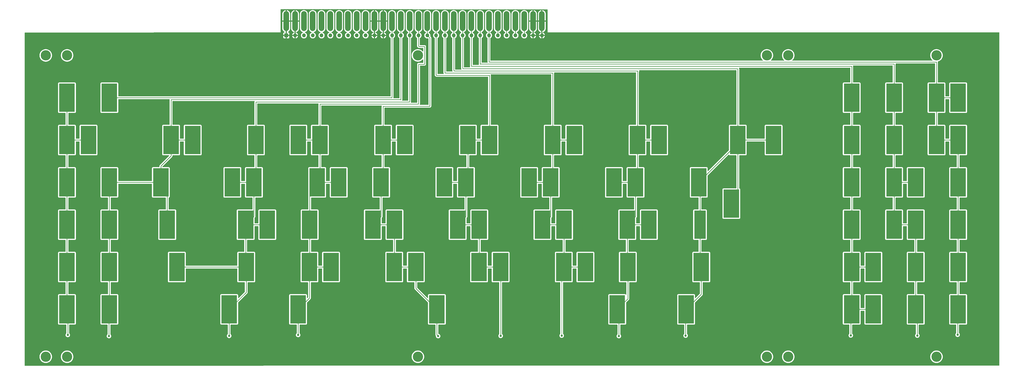
<source format=gbr>
%TF.GenerationSoftware,KiCad,Pcbnew,(6.99.0-2452-gdb4f2d9dd8)*%
%TF.CreationDate,2022-09-13T12:18:25+02:00*%
%TF.ProjectId,BEAMal_Rev1,4245414d-616c-45f5-9265-76312e6b6963,rev?*%
%TF.SameCoordinates,PXe1237f8PYe7db780*%
%TF.FileFunction,Copper,L2,Bot*%
%TF.FilePolarity,Positive*%
%FSLAX46Y46*%
G04 Gerber Fmt 4.6, Leading zero omitted, Abs format (unit mm)*
G04 Created by KiCad (PCBNEW (6.99.0-2452-gdb4f2d9dd8)) date 2022-09-13 12:18:25*
%MOMM*%
%LPD*%
G01*
G04 APERTURE LIST*
%TA.AperFunction,SMDPad,CuDef*%
%ADD10R,7.000000X12.700000*%
%TD*%
%TA.AperFunction,SMDPad,CuDef*%
%ADD11C,1.000000*%
%TD*%
%TA.AperFunction,ComponentPad*%
%ADD12C,4.600000*%
%TD*%
%TA.AperFunction,ComponentPad*%
%ADD13O,2.500000X8.970000*%
%TD*%
%TA.AperFunction,SMDPad,CuDef*%
%ADD14R,5.100000X12.700000*%
%TD*%
%TA.AperFunction,ComponentPad*%
%ADD15R,1.700000X1.700000*%
%TD*%
%TA.AperFunction,ComponentPad*%
%ADD16O,1.700000X1.700000*%
%TD*%
%TA.AperFunction,Conductor*%
%ADD17C,0.250000*%
%TD*%
%TA.AperFunction,Conductor*%
%ADD18C,0.200000*%
%TD*%
G04 APERTURE END LIST*
D10*
%TO.P,SW_52,COL*%
%TO.N,COL_8*%
X346069999Y-210299999D03*
%TD*%
%TO.P,SW_57,COL*%
%TO.N,COL_4*%
X212969999Y-229349999D03*
%TD*%
D11*
%TO.P,COL_A_TP18,1,1*%
%TO.N,COL_A*%
X446500000Y-260100000D03*
%TD*%
D12*
%TO.P,H5,1*%
%TO.N,N/C*%
X418400000Y-134100000D03*
%TD*%
D10*
%TO.P,SW_15,COL*%
%TO.N,COL_3*%
X179219999Y-172199999D03*
%TD*%
%TO.P,SW_75,COL*%
%TO.N,COL_C*%
X494719999Y-153149999D03*
%TD*%
D12*
%TO.P,H10,1*%
%TO.N,N/C*%
X408800000Y-134100000D03*
%TD*%
D10*
%TO.P,SW_50,COL*%
%TO.N,COL_7*%
X307969999Y-210299999D03*
%TD*%
%TO.P,SW_23,COL*%
%TO.N,COL_7*%
X322269999Y-172199999D03*
%TD*%
%TO.P,SW_09,COL*%
%TO.N,COL_1*%
X94319999Y-229349999D03*
%TD*%
%TO.P,SW_37,COL*%
%TO.N,COL_7*%
X311682499Y-191249999D03*
%TD*%
%TO.P,SW_46,COL*%
%TO.N,COL_5*%
X231769999Y-210299999D03*
%TD*%
D11*
%TO.P,COL_7_TP15,1,1*%
%TO.N,COL_7*%
X316600000Y-260200000D03*
%TD*%
D12*
%TO.P,H3,1*%
%TO.N,N/C*%
X94400000Y-134100000D03*
%TD*%
%TO.P,H7,1*%
%TO.N,N/C*%
X84800000Y-269700000D03*
%TD*%
D10*
%TO.P,SW_76,COL*%
%TO.N,COL_A*%
X446919999Y-172199999D03*
%TD*%
%TO.P,SW_14,COL*%
%TO.N,COL_2*%
X150819999Y-172199999D03*
%TD*%
%TO.P,SW_45,COL*%
%TO.N,COL_4*%
X203369999Y-210299999D03*
%TD*%
D11*
%TO.P,COL_9_TP17,1,1*%
%TO.N,COL_9*%
X372300000Y-260200000D03*
%TD*%
D10*
%TO.P,SW_73,COL*%
%TO.N,COL_B*%
X465969999Y-153149999D03*
%TD*%
%TO.P,SW_35,COL*%
%TO.N,COL_6*%
X273582499Y-191249999D03*
%TD*%
%TO.P,SW_53,COL*%
%TO.N,COL_8*%
X355769999Y-210299999D03*
%TD*%
%TO.P,SW_07,COL*%
%TO.N,COL_1*%
X94319999Y-210299999D03*
%TD*%
D13*
%TO.P,J2,1,GND*%
%TO.N,GND*%
X192859999Y-118699999D03*
%TO.P,J2,2,GND*%
X196819999Y-118699999D03*
%TO.P,J2,3,ROW_1*%
%TO.N,ROW_1*%
X200779999Y-118699999D03*
%TO.P,J2,4,ROW_2*%
%TO.N,ROW_2*%
X204739999Y-118699999D03*
%TO.P,J2,5,ROW_3*%
%TO.N,ROW_3*%
X208699999Y-118699999D03*
%TO.P,J2,6,ROW_4*%
%TO.N,ROW_4*%
X212659999Y-118699999D03*
%TO.P,J2,7,ROW_5*%
%TO.N,ROW_5*%
X216619999Y-118699999D03*
%TO.P,J2,8,ROW_6*%
%TO.N,ROW_6*%
X220579999Y-118699999D03*
%TO.P,J2,9,ROW_7*%
%TO.N,ROW_7*%
X224539999Y-118699999D03*
%TO.P,J2,10,ROW_8*%
%TO.N,ROW_8*%
X228499999Y-118699999D03*
%TO.P,J2,11,GND*%
%TO.N,GND*%
X232459999Y-118699999D03*
%TO.P,J2,12,GND*%
X236419999Y-118699999D03*
%TO.P,J2,13,COL_1*%
%TO.N,COL_1*%
X240379999Y-118699999D03*
%TO.P,J2,14,COL_2*%
%TO.N,COL_2*%
X244339999Y-118699999D03*
%TO.P,J2,15,COL_3*%
%TO.N,COL_3*%
X248299999Y-118699999D03*
%TO.P,J2,16,COL_4*%
%TO.N,COL_4*%
X252259999Y-118699999D03*
%TO.P,J2,17,COL_5*%
%TO.N,COL_5*%
X256219999Y-118699999D03*
%TO.P,J2,18,COL_6*%
%TO.N,COL_6*%
X260179999Y-118699999D03*
%TO.P,J2,19,COL_7*%
%TO.N,COL_7*%
X264139999Y-118699999D03*
%TO.P,J2,20,COL_8*%
%TO.N,COL_8*%
X268099999Y-118699999D03*
%TO.P,J2,21,COL_9*%
%TO.N,COL_9*%
X272059999Y-118699999D03*
%TO.P,J2,22,COL_A*%
%TO.N,COL_A*%
X276019999Y-118699999D03*
%TO.P,J2,23,COL_B*%
%TO.N,COL_B*%
X279979999Y-118699999D03*
%TO.P,J2,24,COL_C*%
%TO.N,COL_C*%
X283939999Y-118699999D03*
%TO.P,J2,25,COL_D*%
%TO.N,COL_D*%
X287899999Y-118699999D03*
%TO.P,J2,26,COL_E*%
%TO.N,COL_E*%
X291859999Y-118699999D03*
%TO.P,J2,27,COL_F*%
%TO.N,COL_F*%
X295819999Y-118699999D03*
%TO.P,J2,28,COL_G*%
%TO.N,COL_G*%
X299779999Y-118699999D03*
%TO.P,J2,29,GND*%
%TO.N,GND*%
X303739999Y-118699999D03*
%TO.P,J2,30,GND*%
X307699999Y-118699999D03*
%TD*%
D10*
%TO.P,SW_94,COL*%
%TO.N,COL_B*%
X475669999Y-248399999D03*
%TD*%
%TO.P,SW_38,COL*%
%TO.N,COL_8*%
X340082499Y-191249999D03*
%TD*%
%TO.P,SW_77,COL*%
%TO.N,COL_B*%
X465969999Y-172199999D03*
%TD*%
%TO.P,SW_05,COL*%
%TO.N,COL_1*%
X94319999Y-191249999D03*
%TD*%
D11*
%TO.P,COL_2_TP10,1,1*%
%TO.N,COL_2*%
X113200000Y-260400000D03*
%TD*%
D10*
%TO.P,SW_61,COL*%
%TO.N,COL_6*%
X289169999Y-229349999D03*
%TD*%
%TO.P,SW_79,COL*%
%TO.N,COL_C*%
X494719999Y-172199999D03*
%TD*%
%TO.P,SW_11,COL*%
%TO.N,COL_1*%
X94319999Y-248399999D03*
%TD*%
%TO.P,SW_86,COL*%
%TO.N,COL_B*%
X475669999Y-210299999D03*
%TD*%
%TO.P,SW_82,COL*%
%TO.N,COL_B*%
X475669999Y-191249999D03*
%TD*%
%TO.P,SW_91,COL*%
%TO.N,COL_C*%
X494719999Y-229349999D03*
%TD*%
%TO.P,SW_55,COL*%
%TO.N,COL_3*%
X174869999Y-229349999D03*
%TD*%
D12*
%TO.P,H1,1*%
%TO.N,N/C*%
X252000000Y-134100000D03*
%TD*%
D14*
%TO.P,SW_71,COL*%
%TO.N,COL_9*%
X378744999Y-210299999D03*
%TD*%
D10*
%TO.P,SW_20,COL*%
%TO.N,COL_6*%
X274469999Y-172199999D03*
%TD*%
%TO.P,SW_13,COL*%
%TO.N,COL_2*%
X141119999Y-172199999D03*
%TD*%
%TO.P,SW_41,COL*%
%TO.N,COL_9*%
X392832499Y-200774999D03*
%TD*%
%TO.P,SW_24,COL*%
%TO.N,COL_8*%
X350669999Y-172199999D03*
%TD*%
%TO.P,SW_56,COL*%
%TO.N,COL_4*%
X203269999Y-229349999D03*
%TD*%
%TO.P,SW_34,COL*%
%TO.N,COL_6*%
X263882499Y-191249999D03*
%TD*%
%TO.P,SW_27,COL*%
%TO.N,COL_9*%
X411819999Y-172199999D03*
%TD*%
%TO.P,SW_25,COL*%
%TO.N,COL_8*%
X360369999Y-172199999D03*
%TD*%
%TO.P,SW_87,COL*%
%TO.N,COL_C*%
X494719999Y-210299999D03*
%TD*%
%TO.P,SW_54,COL*%
%TO.N,COL_3*%
X143719999Y-229349999D03*
%TD*%
%TO.P,SW_69,COL*%
%TO.N,COL_8*%
X341569999Y-248399999D03*
%TD*%
%TO.P,SW_33,COL*%
%TO.N,COL_5*%
X235482499Y-191249999D03*
%TD*%
%TO.P,SW_58,COL*%
%TO.N,COL_5*%
X241369999Y-229349999D03*
%TD*%
D12*
%TO.P,H12,1*%
%TO.N,N/C*%
X84800000Y-134100000D03*
%TD*%
D10*
%TO.P,SW_19,COL*%
%TO.N,COL_5*%
X246069999Y-172199999D03*
%TD*%
%TO.P,SW_03,COL*%
%TO.N,COL_1*%
X94319999Y-172199999D03*
%TD*%
%TO.P,SW_70,COL*%
%TO.N,COL_9*%
X372526249Y-248399999D03*
%TD*%
%TO.P,SW_47,COL*%
%TO.N,COL_5*%
X241469999Y-210299999D03*
%TD*%
D12*
%TO.P,H6,1*%
%TO.N,N/C*%
X418400000Y-269700000D03*
%TD*%
D10*
%TO.P,SW_85,COL*%
%TO.N,COL_B*%
X465969999Y-210299999D03*
%TD*%
%TO.P,SW_10,COL*%
%TO.N,COL_2*%
X113369999Y-229349999D03*
%TD*%
%TO.P,SW_44,COL*%
%TO.N,COL_3*%
X184319999Y-210299999D03*
%TD*%
%TO.P,SW_04,COL*%
%TO.N,COL_1*%
X104019999Y-172199999D03*
%TD*%
%TO.P,SW_01,COL*%
%TO.N,COL_1*%
X94319999Y-153149999D03*
%TD*%
%TO.P,SW_63,COL*%
%TO.N,COL_7*%
X327269999Y-229349999D03*
%TD*%
%TO.P,SW_92,COL*%
%TO.N,COL_A*%
X446919999Y-248399999D03*
%TD*%
%TO.P,SW_31,COL*%
%TO.N,COL_4*%
X206732499Y-191249999D03*
%TD*%
%TO.P,SW_08,COL*%
%TO.N,COL_2*%
X113369999Y-210299999D03*
%TD*%
%TO.P,SW_64,COL*%
%TO.N,COL_8*%
X346319999Y-229349999D03*
%TD*%
%TO.P,SW_42,COL*%
%TO.N,COL_2*%
X139369999Y-210299999D03*
%TD*%
D12*
%TO.P,H9,1*%
%TO.N,N/C*%
X485000000Y-269700000D03*
%TD*%
D11*
%TO.P,COL_4_TP12,1,1*%
%TO.N,COL_4*%
X198200000Y-259900000D03*
%TD*%
%TO.P,COL_B_TP19,1,1*%
%TO.N,COL_B*%
X476400000Y-260200000D03*
%TD*%
D10*
%TO.P,SW_83,COL*%
%TO.N,COL_C*%
X494719999Y-191249999D03*
%TD*%
%TO.P,SW_18,COL*%
%TO.N,COL_5*%
X236369999Y-172199999D03*
%TD*%
%TO.P,SW_06,COL*%
%TO.N,COL_2*%
X113369999Y-191249999D03*
%TD*%
%TO.P,SW_30,COL*%
%TO.N,COL_3*%
X178332499Y-191249999D03*
%TD*%
D11*
%TO.P,COL_3_TP11,1,1*%
%TO.N,COL_3*%
X167200000Y-260300000D03*
%TD*%
D12*
%TO.P,H11,1*%
%TO.N,N/C*%
X94400000Y-269700000D03*
%TD*%
D11*
%TO.P,COL_6_TP14,1,1*%
%TO.N,COL_6*%
X289200000Y-260300000D03*
%TD*%
D12*
%TO.P,H8,1*%
%TO.N,N/C*%
X485000000Y-134100000D03*
%TD*%
D10*
%TO.P,SW_72,COL*%
%TO.N,COL_A*%
X446919999Y-153149999D03*
%TD*%
%TO.P,SW_60,COL*%
%TO.N,COL_6*%
X279469999Y-229349999D03*
%TD*%
%TO.P,SW_84,COL*%
%TO.N,COL_A*%
X446919999Y-210299999D03*
%TD*%
%TO.P,SW_28,COL*%
%TO.N,COL_2*%
X136532499Y-191249999D03*
%TD*%
%TO.P,SW_26,COL*%
%TO.N,COL_9*%
X395719999Y-172199999D03*
%TD*%
%TO.P,SW_90,COL*%
%TO.N,COL_B*%
X475669999Y-229349999D03*
%TD*%
%TO.P,SW_51,COL*%
%TO.N,COL_7*%
X317669999Y-210299999D03*
%TD*%
%TO.P,SW_74,COL*%
%TO.N,COL_C*%
X485019999Y-153149999D03*
%TD*%
%TO.P,SW_93,COL*%
%TO.N,COL_A*%
X456619999Y-248399999D03*
%TD*%
%TO.P,SW_40,COL*%
%TO.N,COL_9*%
X378182499Y-191249999D03*
%TD*%
%TO.P,SW_39,COL*%
%TO.N,COL_8*%
X349782499Y-191249999D03*
%TD*%
%TO.P,SW_59,COL*%
%TO.N,COL_5*%
X251069999Y-229349999D03*
%TD*%
D11*
%TO.P,COL_8_TP16,1,1*%
%TO.N,COL_8*%
X342300000Y-260400000D03*
%TD*%
D10*
%TO.P,SW_65,COL*%
%TO.N,COL_9*%
X379319999Y-229349999D03*
%TD*%
%TO.P,SW_48,COL*%
%TO.N,COL_6*%
X269869999Y-210299999D03*
%TD*%
%TO.P,SW_32,COL*%
%TO.N,COL_4*%
X216432499Y-191249999D03*
%TD*%
%TO.P,SW_95,COL*%
%TO.N,COL_C*%
X494719999Y-248399999D03*
%TD*%
D12*
%TO.P,H4,1*%
%TO.N,N/C*%
X408800000Y-269700000D03*
%TD*%
D10*
%TO.P,SW_80,COL*%
%TO.N,COL_A*%
X446919999Y-191249999D03*
%TD*%
%TO.P,SW_62,COL*%
%TO.N,COL_7*%
X317569999Y-229349999D03*
%TD*%
%TO.P,SW_89,COL*%
%TO.N,COL_A*%
X456619999Y-229349999D03*
%TD*%
%TO.P,SW_16,COL*%
%TO.N,COL_4*%
X198269999Y-172199999D03*
%TD*%
D11*
%TO.P,COL_5_TP13,1,1*%
%TO.N,COL_5*%
X261100000Y-260400000D03*
%TD*%
D10*
%TO.P,SW_88,COL*%
%TO.N,COL_A*%
X446919999Y-229349999D03*
%TD*%
%TO.P,SW_21,COL*%
%TO.N,COL_6*%
X284169999Y-172199999D03*
%TD*%
%TO.P,SW_17,COL*%
%TO.N,COL_4*%
X207969999Y-172199999D03*
%TD*%
%TO.P,SW_29,COL*%
%TO.N,COL_3*%
X168632499Y-191249999D03*
%TD*%
D12*
%TO.P,H2,1*%
%TO.N,N/C*%
X252000000Y-269700000D03*
%TD*%
D10*
%TO.P,SW_12,COL*%
%TO.N,COL_2*%
X113369999Y-248399999D03*
%TD*%
D11*
%TO.P,COL_C_TP20,1,1*%
%TO.N,COL_C*%
X494500000Y-259800000D03*
%TD*%
D10*
%TO.P,SW_36,COL*%
%TO.N,COL_7*%
X301982499Y-191249999D03*
%TD*%
%TO.P,SW_68,COL*%
%TO.N,COL_5*%
X260519999Y-248399999D03*
%TD*%
%TO.P,SW_66,COL*%
%TO.N,COL_3*%
X167213749Y-248399999D03*
%TD*%
D11*
%TO.P,COL_1_TP9,1,1*%
%TO.N,COL_1*%
X94700000Y-259900000D03*
%TD*%
D15*
%TO.P,J1,1,GND*%
%TO.N,GND*%
X192879999Y-125099999D03*
D16*
%TO.P,J1,2,GND*%
X196839999Y-125099999D03*
%TO.P,J1,3,ROW_1*%
%TO.N,ROW_1*%
X200799999Y-125099999D03*
%TO.P,J1,4,ROW_2*%
%TO.N,ROW_2*%
X204759999Y-125099999D03*
%TO.P,J1,5,ROW_3*%
%TO.N,ROW_3*%
X208719999Y-125099999D03*
%TO.P,J1,6,ROW_4*%
%TO.N,ROW_4*%
X212679999Y-125099999D03*
%TO.P,J1,7,ROW_5*%
%TO.N,ROW_5*%
X216639999Y-125099999D03*
%TO.P,J1,8,ROW_6*%
%TO.N,ROW_6*%
X220599999Y-125099999D03*
%TO.P,J1,9,ROW_7*%
%TO.N,ROW_7*%
X224559999Y-125099999D03*
%TO.P,J1,10,ROW_8*%
%TO.N,ROW_8*%
X228519999Y-125099999D03*
%TO.P,J1,11,GND*%
%TO.N,GND*%
X232479999Y-125099999D03*
%TO.P,J1,12,GND*%
X236439999Y-125099999D03*
%TO.P,J1,13,COL_1*%
%TO.N,COL_1*%
X240399999Y-125099999D03*
%TO.P,J1,14,COL_2*%
%TO.N,COL_2*%
X244359999Y-125099999D03*
%TO.P,J1,15,COL_3*%
%TO.N,COL_3*%
X248319999Y-125099999D03*
%TO.P,J1,16,COL_4*%
%TO.N,COL_4*%
X252279999Y-125099999D03*
%TO.P,J1,17,COL_5*%
%TO.N,COL_5*%
X256239999Y-125099999D03*
%TO.P,J1,18,COL_6*%
%TO.N,COL_6*%
X260199999Y-125099999D03*
%TO.P,J1,19,COL_7*%
%TO.N,COL_7*%
X264159999Y-125099999D03*
%TO.P,J1,20,COL_8*%
%TO.N,COL_8*%
X268119999Y-125099999D03*
%TO.P,J1,21,COL_9*%
%TO.N,COL_9*%
X272079999Y-125099999D03*
%TO.P,J1,22,COL_A*%
%TO.N,COL_A*%
X276039999Y-125099999D03*
%TO.P,J1,23,COL_B*%
%TO.N,COL_B*%
X279999999Y-125099999D03*
%TO.P,J1,24,COL_C*%
%TO.N,COL_C*%
X283959999Y-125099999D03*
%TO.P,J1,25,COL_D*%
%TO.N,COL_D*%
X287919999Y-125099999D03*
%TO.P,J1,26,COL_E*%
%TO.N,COL_E*%
X291879999Y-125099999D03*
%TO.P,J1,27,COL_F*%
%TO.N,COL_F*%
X295839999Y-125099999D03*
%TO.P,J1,28,COL_G*%
%TO.N,COL_G*%
X299799999Y-125099999D03*
%TO.P,J1,29,GND*%
%TO.N,GND*%
X303759999Y-125099999D03*
%TO.P,J1,30,GND*%
X307719999Y-125099999D03*
%TD*%
D10*
%TO.P,SW_67,COL*%
%TO.N,COL_4*%
X198169999Y-248399999D03*
%TD*%
%TO.P,SW_22,COL*%
%TO.N,COL_7*%
X312569999Y-172199999D03*
%TD*%
%TO.P,SW_81,COL*%
%TO.N,COL_B*%
X465969999Y-191249999D03*
%TD*%
%TO.P,SW_43,COL*%
%TO.N,COL_3*%
X174619999Y-210299999D03*
%TD*%
%TO.P,SW_02,COL*%
%TO.N,COL_1*%
X113369999Y-153149999D03*
%TD*%
%TO.P,SW_49,COL*%
%TO.N,COL_6*%
X279569999Y-210299999D03*
%TD*%
%TO.P,SW_78,COL*%
%TO.N,COL_C*%
X485019999Y-172199999D03*
%TD*%
D17*
%TO.N,GND*%
X196820000Y-118700000D02*
X196820000Y-125080000D01*
X192860000Y-125080000D02*
X192880000Y-125100000D01*
X192860000Y-118700000D02*
X192860000Y-125080000D01*
X232460000Y-125080000D02*
X232480000Y-125100000D01*
X196840000Y-125100000D02*
X192880000Y-125100000D01*
X232460000Y-118700000D02*
X232460000Y-125080000D01*
X236420000Y-118700000D02*
X236420000Y-125080000D01*
X307700000Y-125080000D02*
X307720000Y-125100000D01*
X303740000Y-118700000D02*
X303740000Y-125080000D01*
X303740000Y-125080000D02*
X303760000Y-125100000D01*
X236440000Y-125100000D02*
X232480000Y-125100000D01*
X307700000Y-118700000D02*
X307700000Y-125080000D01*
X196820000Y-125080000D02*
X196840000Y-125100000D01*
X236420000Y-125080000D02*
X236440000Y-125100000D01*
%TO.N,COL_1*%
X240380000Y-118700000D02*
X240380000Y-153020000D01*
X113370000Y-153150000D02*
X240150000Y-153150000D01*
X94700000Y-259900000D02*
X94700000Y-248780000D01*
X94320000Y-172200000D02*
X94320000Y-191250000D01*
X240380000Y-125080000D02*
X240400000Y-125100000D01*
X240150000Y-153150000D02*
X240200000Y-153200000D01*
X94700000Y-248780000D02*
X94320000Y-248400000D01*
X240200000Y-153200000D02*
X240380000Y-153020000D01*
X94320000Y-191250000D02*
X94320000Y-190980000D01*
X94320000Y-210300000D02*
X94320000Y-229350000D01*
X240380000Y-118700000D02*
X240380000Y-125080000D01*
X94320000Y-190980000D02*
X94320000Y-210300000D01*
X94320000Y-153150000D02*
X94320000Y-172200000D01*
X94320000Y-229350000D02*
X94320000Y-248400000D01*
X104020000Y-172200000D02*
X94320000Y-172200000D01*
%TO.N,COL_2*%
X136532500Y-183867500D02*
X141120000Y-179280000D01*
X244340000Y-154060000D02*
X244340000Y-118700000D01*
X141120000Y-179280000D02*
X141120000Y-172200000D01*
X113200000Y-248570000D02*
X113370000Y-248400000D01*
X113200000Y-260400000D02*
X113200000Y-248570000D01*
X141100000Y-154000000D02*
X244200000Y-154000000D01*
X136532500Y-191250000D02*
X136532500Y-183867500D01*
X150820000Y-172200000D02*
X141120000Y-172200000D01*
X113370000Y-210300000D02*
X113370000Y-229350000D01*
X136532500Y-191250000D02*
X113370000Y-191250000D01*
X113370000Y-229350000D02*
X113370000Y-248400000D01*
X141120000Y-154020000D02*
X141100000Y-154000000D01*
X139370000Y-194087500D02*
X136532500Y-191250000D01*
X244340000Y-118700000D02*
X244340000Y-125080000D01*
X139370000Y-210300000D02*
X139370000Y-194087500D01*
X244340000Y-125080000D02*
X244360000Y-125100000D01*
X244300000Y-154100000D02*
X244340000Y-154060000D01*
X113370000Y-191250000D02*
X113370000Y-210300000D01*
X141120000Y-172200000D02*
X141120000Y-154020000D01*
%TO.N,COL_3*%
X174620000Y-229100000D02*
X174870000Y-229350000D01*
X248300000Y-118700000D02*
X248300000Y-154900000D01*
X179220000Y-155120000D02*
X179200000Y-155100000D01*
X167200000Y-248413750D02*
X167213750Y-248400000D01*
X179220000Y-190362500D02*
X178332500Y-191250000D01*
X178332500Y-191250000D02*
X168632500Y-191250000D01*
X179200000Y-155100000D02*
X248100000Y-155100000D01*
X179220000Y-172200000D02*
X179220000Y-155120000D01*
X167200000Y-260300000D02*
X167200000Y-248413750D01*
X248300000Y-118700000D02*
X248300000Y-125080000D01*
X178332500Y-191250000D02*
X178332500Y-206587500D01*
X174870000Y-229350000D02*
X174870000Y-240743750D01*
X174620000Y-210300000D02*
X174620000Y-229100000D01*
X248300000Y-154900000D02*
X248100000Y-155100000D01*
X179220000Y-172200000D02*
X179220000Y-190362500D01*
X184320000Y-210300000D02*
X174620000Y-210300000D01*
X248300000Y-125080000D02*
X248320000Y-125100000D01*
X174870000Y-240743750D02*
X167213750Y-248400000D01*
X174870000Y-229350000D02*
X143720000Y-229350000D01*
X178332500Y-206587500D02*
X174620000Y-210300000D01*
%TO.N,COL_4*%
X207970000Y-190012500D02*
X206732500Y-191250000D01*
X208000000Y-156000000D02*
X252200000Y-156000000D01*
X255000000Y-130100000D02*
X255000000Y-138000000D01*
X203270000Y-243300000D02*
X198170000Y-248400000D01*
X252300000Y-155900000D02*
X252300000Y-138100000D01*
X198270000Y-172200000D02*
X207970000Y-172200000D01*
X207970000Y-172200000D02*
X207970000Y-190012500D01*
X207970000Y-172200000D02*
X207970000Y-156030000D01*
X252260000Y-118700000D02*
X252260000Y-125080000D01*
X203270000Y-229350000D02*
X203270000Y-243300000D01*
X252260000Y-118700000D02*
X252260000Y-129860000D01*
X252260000Y-125080000D02*
X252280000Y-125100000D01*
X216432500Y-191250000D02*
X206732500Y-191250000D01*
X212970000Y-229350000D02*
X203270000Y-229350000D01*
X252200000Y-156000000D02*
X252300000Y-155900000D01*
X198200000Y-259900000D02*
X198200000Y-248430000D01*
X203370000Y-210300000D02*
X203370000Y-194612500D01*
X252500000Y-130100000D02*
X255000000Y-130100000D01*
X255000000Y-138000000D02*
X254900000Y-138100000D01*
X203370000Y-194612500D02*
X206732500Y-191250000D01*
X203370000Y-210300000D02*
X203370000Y-229250000D01*
X252260000Y-129860000D02*
X252500000Y-130100000D01*
X207970000Y-156030000D02*
X208000000Y-156000000D01*
X254900000Y-138100000D02*
X252300000Y-138100000D01*
X203370000Y-229250000D02*
X203270000Y-229350000D01*
X198200000Y-248430000D02*
X198170000Y-248400000D01*
%TO.N,COL_5*%
X256220000Y-125080000D02*
X256240000Y-125100000D01*
X260520000Y-259820000D02*
X261100000Y-260400000D01*
X236370000Y-172200000D02*
X236370000Y-157030000D01*
X257400000Y-126260000D02*
X257400000Y-156900000D01*
X236400000Y-157000000D02*
X257300000Y-157000000D01*
X256220000Y-118700000D02*
X256220000Y-125080000D01*
X231770000Y-210300000D02*
X241470000Y-210300000D01*
X241470000Y-229250000D02*
X241370000Y-229350000D01*
X235482500Y-206587500D02*
X231770000Y-210300000D01*
X256240000Y-125100000D02*
X257400000Y-126260000D01*
X236370000Y-157030000D02*
X236400000Y-157000000D01*
X241470000Y-210300000D02*
X241470000Y-229250000D01*
X235482500Y-191250000D02*
X235482500Y-206587500D01*
X251070000Y-238950000D02*
X260520000Y-248400000D01*
X260520000Y-248400000D02*
X260520000Y-259820000D01*
X251070000Y-229350000D02*
X251070000Y-238950000D01*
X257400000Y-156900000D02*
X257300000Y-157000000D01*
X236370000Y-172200000D02*
X236370000Y-190362500D01*
X241370000Y-229350000D02*
X251070000Y-229350000D01*
X236370000Y-190362500D02*
X235482500Y-191250000D01*
X246070000Y-172200000D02*
X236370000Y-172200000D01*
%TO.N,COL_6*%
X289170000Y-259430000D02*
X289170000Y-260130000D01*
X274470000Y-172200000D02*
X274470000Y-190362500D01*
X284100000Y-143100000D02*
X284170000Y-143170000D01*
X289200000Y-260300000D02*
X289200000Y-259460000D01*
X289200000Y-259460000D02*
X289170000Y-259430000D01*
X260180000Y-118700000D02*
X260180000Y-125080000D01*
X289170000Y-260130000D02*
X289100000Y-260200000D01*
X279470000Y-229350000D02*
X289170000Y-229350000D01*
X274470000Y-190362500D02*
X273582500Y-191250000D01*
X260180000Y-142880000D02*
X260400000Y-143100000D01*
X273582500Y-191250000D02*
X263882500Y-191250000D01*
X260180000Y-125080000D02*
X260200000Y-125100000D01*
X273582500Y-206587500D02*
X269870000Y-210300000D01*
X284170000Y-143170000D02*
X284170000Y-172200000D01*
X284170000Y-172200000D02*
X274470000Y-172200000D01*
X279570000Y-210300000D02*
X279570000Y-229250000D01*
X273582500Y-191250000D02*
X273582500Y-206587500D01*
X260180000Y-118700000D02*
X260180000Y-142880000D01*
X279570000Y-229250000D02*
X279470000Y-229350000D01*
X289170000Y-229350000D02*
X289170000Y-259430000D01*
X260400000Y-143100000D02*
X284100000Y-143100000D01*
X269870000Y-210300000D02*
X279570000Y-210300000D01*
%TO.N,COL_7*%
X312570000Y-172200000D02*
X312570000Y-142030000D01*
X311682500Y-191250000D02*
X311682500Y-206587500D01*
D18*
X316600000Y-236100000D02*
X316500000Y-236000000D01*
D17*
X311682500Y-206587500D02*
X307970000Y-210300000D01*
X264140000Y-118700000D02*
X264140000Y-125080000D01*
X301982500Y-191250000D02*
X311682500Y-191250000D01*
X317570000Y-229350000D02*
X327270000Y-229350000D01*
X312570000Y-190362500D02*
X311682500Y-191250000D01*
X264140000Y-141940000D02*
X264200000Y-142000000D01*
X322270000Y-172200000D02*
X312570000Y-172200000D01*
X264140000Y-118700000D02*
X264140000Y-141940000D01*
X317670000Y-229250000D02*
X317570000Y-229350000D01*
X312570000Y-172200000D02*
X312570000Y-190362500D01*
X307970000Y-210300000D02*
X317670000Y-210300000D01*
X312600000Y-142000000D02*
X264200000Y-142000000D01*
D18*
X316600000Y-260200000D02*
X316600000Y-230320000D01*
D17*
X317670000Y-210300000D02*
X317670000Y-229250000D01*
X264140000Y-125080000D02*
X264160000Y-125100000D01*
D18*
X316600000Y-230320000D02*
X317570000Y-229350000D01*
D17*
X312570000Y-142030000D02*
X312600000Y-142000000D01*
D18*
X316600000Y-260200000D02*
X316600000Y-236100000D01*
D17*
%TO.N,COL_8*%
X268100000Y-125080000D02*
X268120000Y-125100000D01*
X346070000Y-229100000D02*
X346320000Y-229350000D01*
X350670000Y-141230000D02*
X350800000Y-141100000D01*
X346070000Y-210300000D02*
X346070000Y-229100000D01*
X342300000Y-260400000D02*
X342300000Y-249130000D01*
X268100000Y-118700000D02*
X268100000Y-140800000D01*
X350670000Y-172200000D02*
X350670000Y-141230000D01*
X350670000Y-190362500D02*
X349782500Y-191250000D01*
X350670000Y-172200000D02*
X350670000Y-190362500D01*
X340082500Y-191250000D02*
X349782500Y-191250000D01*
X355770000Y-210300000D02*
X346070000Y-210300000D01*
X342300000Y-249130000D02*
X341570000Y-248400000D01*
X349782500Y-191250000D02*
X349782500Y-206587500D01*
X346320000Y-243650000D02*
X341570000Y-248400000D01*
X349782500Y-206587500D02*
X346070000Y-210300000D01*
X268100000Y-118700000D02*
X268100000Y-125080000D01*
X268100000Y-140800000D02*
X268400000Y-141100000D01*
X346320000Y-229350000D02*
X346320000Y-243650000D01*
X360370000Y-172200000D02*
X350670000Y-172200000D01*
X350800000Y-141100000D02*
X268400000Y-141100000D01*
%TO.N,COL_9*%
X378745000Y-228775000D02*
X379320000Y-229350000D01*
X372300000Y-260200000D02*
X372300000Y-248626250D01*
X378745000Y-194745000D02*
X378745000Y-210300000D01*
X378745000Y-210300000D02*
X378745000Y-228775000D01*
X378600000Y-191667500D02*
X378600000Y-194600000D01*
X272060000Y-139860000D02*
X272300000Y-140100000D01*
X395720000Y-140220000D02*
X395600000Y-140100000D01*
X272060000Y-118700000D02*
X272060000Y-125080000D01*
X411820000Y-172200000D02*
X395720000Y-172200000D01*
X395600000Y-140100000D02*
X272300000Y-140100000D01*
X272060000Y-118700000D02*
X272060000Y-139860000D01*
X395720000Y-172200000D02*
X395720000Y-140220000D01*
X378182500Y-191250000D02*
X378600000Y-191667500D01*
X395720000Y-173712500D02*
X378182500Y-191250000D01*
X395720000Y-197887500D02*
X392832500Y-200775000D01*
X395720000Y-172200000D02*
X395720000Y-173712500D01*
X378600000Y-194600000D02*
X378745000Y-194745000D01*
X379320000Y-229350000D02*
X379320000Y-241606250D01*
X379320000Y-241606250D02*
X372526250Y-248400000D01*
X395720000Y-172200000D02*
X395720000Y-197887500D01*
X272060000Y-125080000D02*
X272080000Y-125100000D01*
X372300000Y-248626250D02*
X372526250Y-248400000D01*
%TO.N,COL_A*%
X446920000Y-248400000D02*
X456620000Y-248400000D01*
X446920000Y-191250000D02*
X446920000Y-210300000D01*
X446920000Y-153150000D02*
X446920000Y-139020000D01*
X446900000Y-139000000D02*
X276000000Y-139000000D01*
X446920000Y-210300000D02*
X446920000Y-229350000D01*
X446920000Y-172200000D02*
X446920000Y-191250000D01*
X446920000Y-153150000D02*
X446920000Y-172200000D01*
X276000000Y-139000000D02*
X276000000Y-138200000D01*
X276020000Y-118700000D02*
X276020000Y-138180000D01*
X446500000Y-248820000D02*
X446920000Y-248400000D01*
X446920000Y-229350000D02*
X446920000Y-248400000D01*
X276000000Y-138200000D02*
X276020000Y-138180000D01*
X276020000Y-125080000D02*
X276040000Y-125100000D01*
X446500000Y-260100000D02*
X446500000Y-248820000D01*
X456620000Y-229350000D02*
X446920000Y-229350000D01*
X276020000Y-118700000D02*
X276020000Y-125080000D01*
X446920000Y-139020000D02*
X446900000Y-139000000D01*
%TO.N,COL_B*%
X279980000Y-118700000D02*
X279980000Y-138120000D01*
X465970000Y-138030000D02*
X466000000Y-138000000D01*
X475670000Y-229350000D02*
X475670000Y-248400000D01*
X476400000Y-260200000D02*
X476400000Y-249130000D01*
X475670000Y-191250000D02*
X465970000Y-191250000D01*
X465970000Y-210300000D02*
X475670000Y-210300000D01*
X279980000Y-118700000D02*
X279980000Y-125080000D01*
X280100000Y-138000000D02*
X279980000Y-138120000D01*
X475670000Y-210300000D02*
X475670000Y-229350000D01*
X465970000Y-153150000D02*
X465970000Y-138030000D01*
X465970000Y-191250000D02*
X465970000Y-210300000D01*
X465970000Y-153150000D02*
X465970000Y-172200000D01*
X279980000Y-125080000D02*
X280000000Y-125100000D01*
X476400000Y-249130000D02*
X475670000Y-248400000D01*
X466000000Y-138000000D02*
X280100000Y-138000000D01*
X465970000Y-172200000D02*
X465970000Y-191250000D01*
%TO.N,COL_C*%
X284100000Y-137100000D02*
X485000000Y-137100000D01*
X283940000Y-118700000D02*
X283940000Y-136940000D01*
X494720000Y-172200000D02*
X494720000Y-191250000D01*
X494720000Y-210300000D02*
X494720000Y-229350000D01*
X283940000Y-118700000D02*
X283940000Y-125080000D01*
X494500000Y-248620000D02*
X494720000Y-248400000D01*
X485000000Y-137100000D02*
X485020000Y-137120000D01*
X485020000Y-137120000D02*
X485020000Y-153150000D01*
X494500000Y-259800000D02*
X494500000Y-248620000D01*
X283940000Y-125080000D02*
X283960000Y-125100000D01*
X494720000Y-229350000D02*
X494720000Y-248400000D01*
X494720000Y-153150000D02*
X485020000Y-153150000D01*
X283940000Y-136940000D02*
X284100000Y-137100000D01*
X494720000Y-191250000D02*
X494720000Y-210300000D01*
X485020000Y-153150000D02*
X485020000Y-172200000D01*
X485020000Y-172200000D02*
X494720000Y-172200000D01*
%TO.N,COL_G*%
X299780000Y-118700000D02*
X299780000Y-125080000D01*
X299780000Y-125080000D02*
X299800000Y-125100000D01*
%TO.N,COL_F*%
X295820000Y-118700000D02*
X295820000Y-125080000D01*
X295820000Y-125080000D02*
X295840000Y-125100000D01*
%TO.N,COL_E*%
X291860000Y-118700000D02*
X291860000Y-125080000D01*
X291860000Y-125080000D02*
X291880000Y-125100000D01*
%TO.N,COL_D*%
X287900000Y-125080000D02*
X287920000Y-125100000D01*
X287900000Y-118700000D02*
X287900000Y-125080000D01*
%TD*%
%TA.AperFunction,Conductor*%
%TO.N,GND*%
G36*
X310148605Y-113425374D02*
G01*
X310216709Y-113445433D01*
X310263157Y-113499127D01*
X310274500Y-113551374D01*
X310274500Y-123694928D01*
X310274447Y-123694928D01*
X310274462Y-123695020D01*
X310272399Y-123700000D01*
X310274500Y-123705072D01*
X310280483Y-123719517D01*
X310300000Y-123727601D01*
X310305072Y-123725500D01*
X310321452Y-123725500D01*
X310322368Y-123725549D01*
X310322710Y-123725500D01*
X513148500Y-123725500D01*
X513216621Y-123745502D01*
X513263114Y-123799158D01*
X513274500Y-123851500D01*
X513274500Y-273548535D01*
X513254498Y-273616656D01*
X513200842Y-273663149D01*
X513148530Y-273674535D01*
X288080664Y-273725920D01*
X75451529Y-273774465D01*
X75383403Y-273754478D01*
X75336898Y-273700833D01*
X75325500Y-273648465D01*
X75325500Y-269700000D01*
X81986740Y-269700000D01*
X82005762Y-270026600D01*
X82062572Y-270348782D01*
X82156400Y-270662192D01*
X82285979Y-270962589D01*
X82449556Y-271245912D01*
X82644918Y-271508329D01*
X82869424Y-271746291D01*
X83120038Y-271956581D01*
X83393370Y-272136355D01*
X83685725Y-272283181D01*
X83993148Y-272395074D01*
X83996710Y-272395918D01*
X83996716Y-272395920D01*
X84121675Y-272425535D01*
X84311483Y-272470520D01*
X84636423Y-272508500D01*
X84963577Y-272508500D01*
X85288517Y-272470520D01*
X85478325Y-272425535D01*
X85603284Y-272395920D01*
X85603290Y-272395918D01*
X85606852Y-272395074D01*
X85914275Y-272283181D01*
X86206630Y-272136355D01*
X86479962Y-271956581D01*
X86730576Y-271746291D01*
X86955082Y-271508329D01*
X87150444Y-271245912D01*
X87314021Y-270962589D01*
X87443600Y-270662192D01*
X87537428Y-270348782D01*
X87594238Y-270026600D01*
X87613260Y-269700000D01*
X91586740Y-269700000D01*
X91605762Y-270026600D01*
X91662572Y-270348782D01*
X91756400Y-270662192D01*
X91885979Y-270962589D01*
X92049556Y-271245912D01*
X92244918Y-271508329D01*
X92469424Y-271746291D01*
X92720038Y-271956581D01*
X92993370Y-272136355D01*
X93285725Y-272283181D01*
X93593148Y-272395074D01*
X93596710Y-272395918D01*
X93596716Y-272395920D01*
X93721675Y-272425535D01*
X93911483Y-272470520D01*
X94236423Y-272508500D01*
X94563577Y-272508500D01*
X94888517Y-272470520D01*
X95078325Y-272425535D01*
X95203284Y-272395920D01*
X95203290Y-272395918D01*
X95206852Y-272395074D01*
X95514275Y-272283181D01*
X95806630Y-272136355D01*
X96079962Y-271956581D01*
X96330576Y-271746291D01*
X96555082Y-271508329D01*
X96750444Y-271245912D01*
X96914021Y-270962589D01*
X97043600Y-270662192D01*
X97137428Y-270348782D01*
X97194238Y-270026600D01*
X97213260Y-269700000D01*
X249186740Y-269700000D01*
X249205762Y-270026600D01*
X249262572Y-270348782D01*
X249356400Y-270662192D01*
X249485979Y-270962589D01*
X249649556Y-271245912D01*
X249844918Y-271508329D01*
X250069424Y-271746291D01*
X250320038Y-271956581D01*
X250593370Y-272136355D01*
X250885725Y-272283181D01*
X251193148Y-272395074D01*
X251196710Y-272395918D01*
X251196716Y-272395920D01*
X251321675Y-272425535D01*
X251511483Y-272470520D01*
X251836423Y-272508500D01*
X252163577Y-272508500D01*
X252488517Y-272470520D01*
X252678325Y-272425535D01*
X252803284Y-272395920D01*
X252803290Y-272395918D01*
X252806852Y-272395074D01*
X253114275Y-272283181D01*
X253406630Y-272136355D01*
X253679962Y-271956581D01*
X253930576Y-271746291D01*
X254155082Y-271508329D01*
X254350444Y-271245912D01*
X254514021Y-270962589D01*
X254643600Y-270662192D01*
X254737428Y-270348782D01*
X254794238Y-270026600D01*
X254813260Y-269700000D01*
X405986740Y-269700000D01*
X406005762Y-270026600D01*
X406062572Y-270348782D01*
X406156400Y-270662192D01*
X406285979Y-270962589D01*
X406449556Y-271245912D01*
X406644918Y-271508329D01*
X406869424Y-271746291D01*
X407120038Y-271956581D01*
X407393370Y-272136355D01*
X407685725Y-272283181D01*
X407993148Y-272395074D01*
X407996710Y-272395918D01*
X407996716Y-272395920D01*
X408121675Y-272425535D01*
X408311483Y-272470520D01*
X408636423Y-272508500D01*
X408963577Y-272508500D01*
X409288517Y-272470520D01*
X409478325Y-272425535D01*
X409603284Y-272395920D01*
X409603290Y-272395918D01*
X409606852Y-272395074D01*
X409914275Y-272283181D01*
X410206630Y-272136355D01*
X410479962Y-271956581D01*
X410730576Y-271746291D01*
X410955082Y-271508329D01*
X411150444Y-271245912D01*
X411314021Y-270962589D01*
X411443600Y-270662192D01*
X411537428Y-270348782D01*
X411594238Y-270026600D01*
X411613260Y-269700000D01*
X415586740Y-269700000D01*
X415605762Y-270026600D01*
X415662572Y-270348782D01*
X415756400Y-270662192D01*
X415885979Y-270962589D01*
X416049556Y-271245912D01*
X416244918Y-271508329D01*
X416469424Y-271746291D01*
X416720038Y-271956581D01*
X416993370Y-272136355D01*
X417285725Y-272283181D01*
X417593148Y-272395074D01*
X417596710Y-272395918D01*
X417596716Y-272395920D01*
X417721675Y-272425535D01*
X417911483Y-272470520D01*
X418236423Y-272508500D01*
X418563577Y-272508500D01*
X418888517Y-272470520D01*
X419078325Y-272425535D01*
X419203284Y-272395920D01*
X419203290Y-272395918D01*
X419206852Y-272395074D01*
X419514275Y-272283181D01*
X419806630Y-272136355D01*
X420079962Y-271956581D01*
X420330576Y-271746291D01*
X420555082Y-271508329D01*
X420750444Y-271245912D01*
X420914021Y-270962589D01*
X421043600Y-270662192D01*
X421137428Y-270348782D01*
X421194238Y-270026600D01*
X421213260Y-269700000D01*
X482186740Y-269700000D01*
X482205762Y-270026600D01*
X482262572Y-270348782D01*
X482356400Y-270662192D01*
X482485979Y-270962589D01*
X482649556Y-271245912D01*
X482844918Y-271508329D01*
X483069424Y-271746291D01*
X483320038Y-271956581D01*
X483593370Y-272136355D01*
X483885725Y-272283181D01*
X484193148Y-272395074D01*
X484196710Y-272395918D01*
X484196716Y-272395920D01*
X484321675Y-272425535D01*
X484511483Y-272470520D01*
X484836423Y-272508500D01*
X485163577Y-272508500D01*
X485488517Y-272470520D01*
X485678325Y-272425535D01*
X485803284Y-272395920D01*
X485803290Y-272395918D01*
X485806852Y-272395074D01*
X486114275Y-272283181D01*
X486406630Y-272136355D01*
X486679962Y-271956581D01*
X486930576Y-271746291D01*
X487155082Y-271508329D01*
X487350444Y-271245912D01*
X487514021Y-270962589D01*
X487643600Y-270662192D01*
X487737428Y-270348782D01*
X487794238Y-270026600D01*
X487813260Y-269700000D01*
X487794238Y-269373400D01*
X487737428Y-269051218D01*
X487643600Y-268737808D01*
X487514021Y-268437411D01*
X487350444Y-268154088D01*
X487155082Y-267891671D01*
X486930576Y-267653709D01*
X486679962Y-267443419D01*
X486406630Y-267263645D01*
X486114275Y-267116819D01*
X485806852Y-267004926D01*
X485803290Y-267004082D01*
X485803284Y-267004080D01*
X485678325Y-266974465D01*
X485488517Y-266929480D01*
X485163577Y-266891500D01*
X484836423Y-266891500D01*
X484511483Y-266929480D01*
X484321675Y-266974465D01*
X484196716Y-267004080D01*
X484196710Y-267004082D01*
X484193148Y-267004926D01*
X483885725Y-267116819D01*
X483593370Y-267263645D01*
X483320038Y-267443419D01*
X483069424Y-267653709D01*
X482844918Y-267891671D01*
X482649556Y-268154088D01*
X482485979Y-268437411D01*
X482356400Y-268737808D01*
X482262572Y-269051218D01*
X482205762Y-269373400D01*
X482186740Y-269700000D01*
X421213260Y-269700000D01*
X421194238Y-269373400D01*
X421137428Y-269051218D01*
X421043600Y-268737808D01*
X420914021Y-268437411D01*
X420750444Y-268154088D01*
X420555082Y-267891671D01*
X420330576Y-267653709D01*
X420079962Y-267443419D01*
X419806630Y-267263645D01*
X419514275Y-267116819D01*
X419206852Y-267004926D01*
X419203290Y-267004082D01*
X419203284Y-267004080D01*
X419078325Y-266974465D01*
X418888517Y-266929480D01*
X418563577Y-266891500D01*
X418236423Y-266891500D01*
X417911483Y-266929480D01*
X417721675Y-266974465D01*
X417596716Y-267004080D01*
X417596710Y-267004082D01*
X417593148Y-267004926D01*
X417285725Y-267116819D01*
X416993370Y-267263645D01*
X416720038Y-267443419D01*
X416469424Y-267653709D01*
X416244918Y-267891671D01*
X416049556Y-268154088D01*
X415885979Y-268437411D01*
X415756400Y-268737808D01*
X415662572Y-269051218D01*
X415605762Y-269373400D01*
X415586740Y-269700000D01*
X411613260Y-269700000D01*
X411594238Y-269373400D01*
X411537428Y-269051218D01*
X411443600Y-268737808D01*
X411314021Y-268437411D01*
X411150444Y-268154088D01*
X410955082Y-267891671D01*
X410730576Y-267653709D01*
X410479962Y-267443419D01*
X410206630Y-267263645D01*
X409914275Y-267116819D01*
X409606852Y-267004926D01*
X409603290Y-267004082D01*
X409603284Y-267004080D01*
X409478325Y-266974465D01*
X409288517Y-266929480D01*
X408963577Y-266891500D01*
X408636423Y-266891500D01*
X408311483Y-266929480D01*
X408121675Y-266974465D01*
X407996716Y-267004080D01*
X407996710Y-267004082D01*
X407993148Y-267004926D01*
X407685725Y-267116819D01*
X407393370Y-267263645D01*
X407120038Y-267443419D01*
X406869424Y-267653709D01*
X406644918Y-267891671D01*
X406449556Y-268154088D01*
X406285979Y-268437411D01*
X406156400Y-268737808D01*
X406062572Y-269051218D01*
X406005762Y-269373400D01*
X405986740Y-269700000D01*
X254813260Y-269700000D01*
X254794238Y-269373400D01*
X254737428Y-269051218D01*
X254643600Y-268737808D01*
X254514021Y-268437411D01*
X254350444Y-268154088D01*
X254155082Y-267891671D01*
X253930576Y-267653709D01*
X253679962Y-267443419D01*
X253406630Y-267263645D01*
X253114275Y-267116819D01*
X252806852Y-267004926D01*
X252803290Y-267004082D01*
X252803284Y-267004080D01*
X252678325Y-266974465D01*
X252488517Y-266929480D01*
X252163577Y-266891500D01*
X251836423Y-266891500D01*
X251511483Y-266929480D01*
X251321675Y-266974465D01*
X251196716Y-267004080D01*
X251196710Y-267004082D01*
X251193148Y-267004926D01*
X250885725Y-267116819D01*
X250593370Y-267263645D01*
X250320038Y-267443419D01*
X250069424Y-267653709D01*
X249844918Y-267891671D01*
X249649556Y-268154088D01*
X249485979Y-268437411D01*
X249356400Y-268737808D01*
X249262572Y-269051218D01*
X249205762Y-269373400D01*
X249186740Y-269700000D01*
X97213260Y-269700000D01*
X97194238Y-269373400D01*
X97137428Y-269051218D01*
X97043600Y-268737808D01*
X96914021Y-268437411D01*
X96750444Y-268154088D01*
X96555082Y-267891671D01*
X96330576Y-267653709D01*
X96079962Y-267443419D01*
X95806630Y-267263645D01*
X95514275Y-267116819D01*
X95206852Y-267004926D01*
X95203290Y-267004082D01*
X95203284Y-267004080D01*
X95078325Y-266974465D01*
X94888517Y-266929480D01*
X94563577Y-266891500D01*
X94236423Y-266891500D01*
X93911483Y-266929480D01*
X93721675Y-266974465D01*
X93596716Y-267004080D01*
X93596710Y-267004082D01*
X93593148Y-267004926D01*
X93285725Y-267116819D01*
X92993370Y-267263645D01*
X92720038Y-267443419D01*
X92469424Y-267653709D01*
X92244918Y-267891671D01*
X92049556Y-268154088D01*
X91885979Y-268437411D01*
X91756400Y-268737808D01*
X91662572Y-269051218D01*
X91605762Y-269373400D01*
X91586740Y-269700000D01*
X87613260Y-269700000D01*
X87594238Y-269373400D01*
X87537428Y-269051218D01*
X87443600Y-268737808D01*
X87314021Y-268437411D01*
X87150444Y-268154088D01*
X86955082Y-267891671D01*
X86730576Y-267653709D01*
X86479962Y-267443419D01*
X86206630Y-267263645D01*
X85914275Y-267116819D01*
X85606852Y-267004926D01*
X85603290Y-267004082D01*
X85603284Y-267004080D01*
X85478325Y-266974465D01*
X85288517Y-266929480D01*
X84963577Y-266891500D01*
X84636423Y-266891500D01*
X84311483Y-266929480D01*
X84121675Y-266974465D01*
X83996716Y-267004080D01*
X83996710Y-267004082D01*
X83993148Y-267004926D01*
X83685725Y-267116819D01*
X83393370Y-267263645D01*
X83120038Y-267443419D01*
X82869424Y-267653709D01*
X82644918Y-267891671D01*
X82449556Y-268154088D01*
X82285979Y-268437411D01*
X82156400Y-268737808D01*
X82062572Y-269051218D01*
X82005762Y-269373400D01*
X81986740Y-269700000D01*
X75325500Y-269700000D01*
X75325500Y-254798638D01*
X90311500Y-254798638D01*
X90318011Y-254859201D01*
X90369111Y-254996204D01*
X90456739Y-255113261D01*
X90573796Y-255200889D01*
X90710799Y-255251989D01*
X90747705Y-255255957D01*
X90768012Y-255258140D01*
X90768015Y-255258140D01*
X90771362Y-255258500D01*
X93940500Y-255258500D01*
X94008621Y-255278502D01*
X94055114Y-255332158D01*
X94066500Y-255384500D01*
X94066500Y-259055667D01*
X94046498Y-259123788D01*
X94020436Y-259153063D01*
X93983432Y-259183432D01*
X93857405Y-259336996D01*
X93854488Y-259342454D01*
X93854487Y-259342455D01*
X93773170Y-259494590D01*
X93763759Y-259512196D01*
X93761963Y-259518116D01*
X93761962Y-259518119D01*
X93710366Y-259688211D01*
X93706092Y-259702299D01*
X93686620Y-259900000D01*
X93706092Y-260097701D01*
X93707887Y-260103619D01*
X93707888Y-260103623D01*
X93749475Y-260240717D01*
X93763759Y-260287804D01*
X93766676Y-260293262D01*
X93766678Y-260293266D01*
X93822500Y-260397701D01*
X93857405Y-260463004D01*
X93983432Y-260616568D01*
X94136996Y-260742595D01*
X94142454Y-260745512D01*
X94142455Y-260745513D01*
X94306734Y-260833322D01*
X94306738Y-260833324D01*
X94312196Y-260836241D01*
X94318116Y-260838037D01*
X94318119Y-260838038D01*
X94496377Y-260892112D01*
X94496381Y-260892113D01*
X94502299Y-260893908D01*
X94700000Y-260913380D01*
X94897701Y-260893908D01*
X94903619Y-260892113D01*
X94903623Y-260892112D01*
X95081881Y-260838038D01*
X95081884Y-260838037D01*
X95087804Y-260836241D01*
X95093262Y-260833324D01*
X95093266Y-260833322D01*
X95257545Y-260745513D01*
X95257546Y-260745512D01*
X95263004Y-260742595D01*
X95416568Y-260616568D01*
X95542595Y-260463004D01*
X95577500Y-260397701D01*
X95633322Y-260293266D01*
X95633324Y-260293262D01*
X95636241Y-260287804D01*
X95650525Y-260240717D01*
X95692112Y-260103623D01*
X95692113Y-260103619D01*
X95693908Y-260097701D01*
X95713380Y-259900000D01*
X95693908Y-259702299D01*
X95689635Y-259688211D01*
X95638038Y-259518119D01*
X95638037Y-259518116D01*
X95636241Y-259512196D01*
X95626831Y-259494590D01*
X95545513Y-259342455D01*
X95545512Y-259342454D01*
X95542595Y-259336996D01*
X95416568Y-259183432D01*
X95379565Y-259153064D01*
X95339598Y-259094389D01*
X95333500Y-259055667D01*
X95333500Y-255384500D01*
X95353502Y-255316379D01*
X95407158Y-255269886D01*
X95459500Y-255258500D01*
X97868638Y-255258500D01*
X97871985Y-255258140D01*
X97871988Y-255258140D01*
X97892295Y-255255957D01*
X97929201Y-255251989D01*
X98066204Y-255200889D01*
X98183261Y-255113261D01*
X98270889Y-254996204D01*
X98321989Y-254859201D01*
X98328500Y-254798638D01*
X109361500Y-254798638D01*
X109368011Y-254859201D01*
X109419111Y-254996204D01*
X109506739Y-255113261D01*
X109623796Y-255200889D01*
X109760799Y-255251989D01*
X109797705Y-255255957D01*
X109818012Y-255258140D01*
X109818015Y-255258140D01*
X109821362Y-255258500D01*
X112440500Y-255258500D01*
X112508621Y-255278502D01*
X112555114Y-255332158D01*
X112566500Y-255384500D01*
X112566500Y-259555667D01*
X112546498Y-259623788D01*
X112520436Y-259653063D01*
X112483432Y-259683432D01*
X112479505Y-259688217D01*
X112479504Y-259688218D01*
X112420669Y-259759909D01*
X112357405Y-259836996D01*
X112354488Y-259842454D01*
X112354487Y-259842455D01*
X112271507Y-259997701D01*
X112263759Y-260012196D01*
X112261963Y-260018116D01*
X112261962Y-260018119D01*
X112212286Y-260181881D01*
X112206092Y-260202299D01*
X112186620Y-260400000D01*
X112206092Y-260597701D01*
X112207887Y-260603619D01*
X112207888Y-260603623D01*
X112261962Y-260781881D01*
X112263759Y-260787804D01*
X112266676Y-260793262D01*
X112266678Y-260793266D01*
X112334681Y-260920490D01*
X112357405Y-260963004D01*
X112483432Y-261116568D01*
X112636996Y-261242595D01*
X112642454Y-261245512D01*
X112642455Y-261245513D01*
X112806734Y-261333322D01*
X112806738Y-261333324D01*
X112812196Y-261336241D01*
X112818116Y-261338037D01*
X112818119Y-261338038D01*
X112996377Y-261392112D01*
X112996381Y-261392113D01*
X113002299Y-261393908D01*
X113200000Y-261413380D01*
X113397701Y-261393908D01*
X113403619Y-261392113D01*
X113403623Y-261392112D01*
X113581881Y-261338038D01*
X113581884Y-261338037D01*
X113587804Y-261336241D01*
X113593262Y-261333324D01*
X113593266Y-261333322D01*
X113757545Y-261245513D01*
X113757546Y-261245512D01*
X113763004Y-261242595D01*
X113916568Y-261116568D01*
X114042595Y-260963004D01*
X114065319Y-260920490D01*
X114133322Y-260793266D01*
X114133324Y-260793262D01*
X114136241Y-260787804D01*
X114138038Y-260781881D01*
X114192112Y-260603623D01*
X114192113Y-260603619D01*
X114193908Y-260597701D01*
X114213380Y-260400000D01*
X114193908Y-260202299D01*
X114187715Y-260181881D01*
X114138038Y-260018119D01*
X114138037Y-260018116D01*
X114136241Y-260012196D01*
X114128494Y-259997701D01*
X114045513Y-259842455D01*
X114045512Y-259842454D01*
X114042595Y-259836996D01*
X113979331Y-259759909D01*
X113920496Y-259688218D01*
X113920495Y-259688217D01*
X113916568Y-259683432D01*
X113879565Y-259653064D01*
X113839598Y-259594389D01*
X113833500Y-259555667D01*
X113833500Y-255384500D01*
X113853502Y-255316379D01*
X113907158Y-255269886D01*
X113959500Y-255258500D01*
X116918638Y-255258500D01*
X116921985Y-255258140D01*
X116921988Y-255258140D01*
X116942295Y-255255957D01*
X116979201Y-255251989D01*
X117116204Y-255200889D01*
X117233261Y-255113261D01*
X117320889Y-254996204D01*
X117371989Y-254859201D01*
X117378500Y-254798638D01*
X117378500Y-242001362D01*
X117371989Y-241940799D01*
X117320889Y-241803796D01*
X117311810Y-241791667D01*
X117238659Y-241693950D01*
X117233261Y-241686739D01*
X117179252Y-241646308D01*
X117123418Y-241604511D01*
X117123416Y-241604510D01*
X117116204Y-241599111D01*
X116979201Y-241548011D01*
X116942295Y-241544043D01*
X116921988Y-241541860D01*
X116921985Y-241541860D01*
X116918638Y-241541500D01*
X114129500Y-241541500D01*
X114061379Y-241521498D01*
X114014886Y-241467842D01*
X114003500Y-241415500D01*
X114003500Y-236334500D01*
X114023502Y-236266379D01*
X114077158Y-236219886D01*
X114129500Y-236208500D01*
X116918638Y-236208500D01*
X116921985Y-236208140D01*
X116921988Y-236208140D01*
X116942295Y-236205957D01*
X116979201Y-236201989D01*
X117116204Y-236150889D01*
X117233261Y-236063261D01*
X117320889Y-235946204D01*
X117371989Y-235809201D01*
X117378500Y-235748638D01*
X117378500Y-222951362D01*
X117371989Y-222890799D01*
X117320889Y-222753796D01*
X117233261Y-222636739D01*
X117116204Y-222549111D01*
X116979201Y-222498011D01*
X116942295Y-222494043D01*
X116921988Y-222491860D01*
X116921985Y-222491860D01*
X116918638Y-222491500D01*
X114129500Y-222491500D01*
X114061379Y-222471498D01*
X114014886Y-222417842D01*
X114003500Y-222365500D01*
X114003500Y-217284500D01*
X114023502Y-217216379D01*
X114077158Y-217169886D01*
X114129500Y-217158500D01*
X116918638Y-217158500D01*
X116921985Y-217158140D01*
X116921988Y-217158140D01*
X116942295Y-217155957D01*
X116979201Y-217151989D01*
X117116204Y-217100889D01*
X117233261Y-217013261D01*
X117320889Y-216896204D01*
X117371989Y-216759201D01*
X117378500Y-216698638D01*
X117378500Y-203901362D01*
X117371989Y-203840799D01*
X117320889Y-203703796D01*
X117233261Y-203586739D01*
X117116204Y-203499111D01*
X116979201Y-203448011D01*
X116942295Y-203444043D01*
X116921988Y-203441860D01*
X116921985Y-203441860D01*
X116918638Y-203441500D01*
X114129500Y-203441500D01*
X114061379Y-203421498D01*
X114014886Y-203367842D01*
X114003500Y-203315500D01*
X114003500Y-198234500D01*
X114023502Y-198166379D01*
X114077158Y-198119886D01*
X114129500Y-198108500D01*
X116918638Y-198108500D01*
X116921985Y-198108140D01*
X116921988Y-198108140D01*
X116953528Y-198104749D01*
X116979201Y-198101989D01*
X117116204Y-198050889D01*
X117233261Y-197963261D01*
X117320889Y-197846204D01*
X117371989Y-197709201D01*
X117378500Y-197648638D01*
X117378500Y-192009500D01*
X117398502Y-191941379D01*
X117452158Y-191894886D01*
X117504500Y-191883500D01*
X132398000Y-191883500D01*
X132466121Y-191903502D01*
X132512614Y-191957158D01*
X132524000Y-192009500D01*
X132524000Y-197648638D01*
X132530511Y-197709201D01*
X132581611Y-197846204D01*
X132669239Y-197963261D01*
X132786296Y-198050889D01*
X132923299Y-198101989D01*
X132948972Y-198104749D01*
X132980512Y-198108140D01*
X132980515Y-198108140D01*
X132983862Y-198108500D01*
X138610500Y-198108500D01*
X138678621Y-198128502D01*
X138725114Y-198182158D01*
X138736500Y-198234500D01*
X138736500Y-203315500D01*
X138716498Y-203383621D01*
X138662842Y-203430114D01*
X138610500Y-203441500D01*
X135821362Y-203441500D01*
X135818015Y-203441860D01*
X135818012Y-203441860D01*
X135797705Y-203444043D01*
X135760799Y-203448011D01*
X135623796Y-203499111D01*
X135506739Y-203586739D01*
X135419111Y-203703796D01*
X135368011Y-203840799D01*
X135361500Y-203901362D01*
X135361500Y-216698638D01*
X135368011Y-216759201D01*
X135419111Y-216896204D01*
X135506739Y-217013261D01*
X135623796Y-217100889D01*
X135760799Y-217151989D01*
X135797705Y-217155957D01*
X135818012Y-217158140D01*
X135818015Y-217158140D01*
X135821362Y-217158500D01*
X142918638Y-217158500D01*
X142921985Y-217158140D01*
X142921988Y-217158140D01*
X142942295Y-217155957D01*
X142979201Y-217151989D01*
X143116204Y-217100889D01*
X143233261Y-217013261D01*
X143320889Y-216896204D01*
X143371989Y-216759201D01*
X143378500Y-216698638D01*
X143378500Y-203901362D01*
X143371989Y-203840799D01*
X143320889Y-203703796D01*
X143233261Y-203586739D01*
X143116204Y-203499111D01*
X142979201Y-203448011D01*
X142942295Y-203444043D01*
X142921988Y-203441860D01*
X142921985Y-203441860D01*
X142918638Y-203441500D01*
X140129500Y-203441500D01*
X140061379Y-203421498D01*
X140014886Y-203367842D01*
X140003500Y-203315500D01*
X140003500Y-198230027D01*
X140023502Y-198161906D01*
X140077158Y-198115413D01*
X140116030Y-198104749D01*
X140126764Y-198103595D01*
X140141701Y-198101989D01*
X140278704Y-198050889D01*
X140395761Y-197963261D01*
X140483389Y-197846204D01*
X140534489Y-197709201D01*
X140541000Y-197648638D01*
X140541000Y-184851362D01*
X140534489Y-184790799D01*
X140483389Y-184653796D01*
X140395761Y-184536739D01*
X140278704Y-184449111D01*
X140141701Y-184398011D01*
X140104795Y-184394043D01*
X140084488Y-184391860D01*
X140084485Y-184391860D01*
X140081138Y-184391500D01*
X137292000Y-184391500D01*
X137223879Y-184371498D01*
X137177386Y-184317842D01*
X137166000Y-184265500D01*
X137166000Y-184182094D01*
X137186002Y-184113973D01*
X137202905Y-184092999D01*
X141512247Y-179783657D01*
X141520537Y-179776113D01*
X141527018Y-179772000D01*
X141573659Y-179722332D01*
X141576413Y-179719491D01*
X141596135Y-179699769D01*
X141598619Y-179696567D01*
X141606317Y-179687555D01*
X141631161Y-179661098D01*
X141636586Y-179655321D01*
X141646347Y-179637566D01*
X141657198Y-179621047D01*
X141669614Y-179605041D01*
X141687174Y-179564463D01*
X141692391Y-179553813D01*
X141713695Y-179515060D01*
X141718733Y-179495437D01*
X141725137Y-179476734D01*
X141730033Y-179465420D01*
X141730033Y-179465419D01*
X141733181Y-179458145D01*
X141734420Y-179450322D01*
X141734423Y-179450312D01*
X141740099Y-179414476D01*
X141742505Y-179402856D01*
X141751528Y-179367711D01*
X141751528Y-179367710D01*
X141753500Y-179360030D01*
X141753500Y-179339776D01*
X141755051Y-179320065D01*
X141756980Y-179307886D01*
X141758220Y-179300057D01*
X141754059Y-179256038D01*
X141753500Y-179244181D01*
X141753500Y-179184500D01*
X141773502Y-179116379D01*
X141827158Y-179069886D01*
X141879500Y-179058500D01*
X144668638Y-179058500D01*
X144671985Y-179058140D01*
X144671988Y-179058140D01*
X144692295Y-179055957D01*
X144729201Y-179051989D01*
X144866204Y-179000889D01*
X144983261Y-178913261D01*
X145005988Y-178882901D01*
X145065489Y-178803418D01*
X145065490Y-178803416D01*
X145070889Y-178796204D01*
X145121989Y-178659201D01*
X145128500Y-178598638D01*
X145128500Y-172959500D01*
X145148502Y-172891379D01*
X145202158Y-172844886D01*
X145254500Y-172833500D01*
X146685500Y-172833500D01*
X146753621Y-172853502D01*
X146800114Y-172907158D01*
X146811500Y-172959500D01*
X146811500Y-178598638D01*
X146818011Y-178659201D01*
X146869111Y-178796204D01*
X146874510Y-178803416D01*
X146874511Y-178803418D01*
X146934012Y-178882901D01*
X146956739Y-178913261D01*
X147073796Y-179000889D01*
X147210799Y-179051989D01*
X147247705Y-179055957D01*
X147268012Y-179058140D01*
X147268015Y-179058140D01*
X147271362Y-179058500D01*
X154368638Y-179058500D01*
X154371985Y-179058140D01*
X154371988Y-179058140D01*
X154392295Y-179055957D01*
X154429201Y-179051989D01*
X154566204Y-179000889D01*
X154683261Y-178913261D01*
X154705988Y-178882901D01*
X154765489Y-178803418D01*
X154765490Y-178803416D01*
X154770889Y-178796204D01*
X154821989Y-178659201D01*
X154828500Y-178598638D01*
X154828500Y-165801362D01*
X154821989Y-165740799D01*
X154770889Y-165603796D01*
X154683261Y-165486739D01*
X154566204Y-165399111D01*
X154429201Y-165348011D01*
X154392295Y-165344043D01*
X154371988Y-165341860D01*
X154371985Y-165341860D01*
X154368638Y-165341500D01*
X147271362Y-165341500D01*
X147268015Y-165341860D01*
X147268012Y-165341860D01*
X147247705Y-165344043D01*
X147210799Y-165348011D01*
X147073796Y-165399111D01*
X146956739Y-165486739D01*
X146869111Y-165603796D01*
X146818011Y-165740799D01*
X146811500Y-165801362D01*
X146811500Y-171440500D01*
X146791498Y-171508621D01*
X146737842Y-171555114D01*
X146685500Y-171566500D01*
X145254500Y-171566500D01*
X145186379Y-171546498D01*
X145139886Y-171492842D01*
X145128500Y-171440500D01*
X145128500Y-165801362D01*
X145121989Y-165740799D01*
X145070889Y-165603796D01*
X144983261Y-165486739D01*
X144866204Y-165399111D01*
X144729201Y-165348011D01*
X144692295Y-165344043D01*
X144671988Y-165341860D01*
X144671985Y-165341860D01*
X144668638Y-165341500D01*
X141879500Y-165341500D01*
X141811379Y-165321498D01*
X141764886Y-165267842D01*
X141753500Y-165215500D01*
X141753500Y-154759500D01*
X141773502Y-154691379D01*
X141827158Y-154644886D01*
X141879500Y-154633500D01*
X178520841Y-154633500D01*
X178588962Y-154653502D01*
X178635455Y-154707158D01*
X178645559Y-154777432D01*
X178634850Y-154813146D01*
X178631854Y-154819513D01*
X178630150Y-154822989D01*
X178599215Y-154883704D01*
X178597540Y-154891195D01*
X178597312Y-154891747D01*
X178596142Y-154895164D01*
X178595985Y-154895736D01*
X178592717Y-154902682D01*
X178591232Y-154910468D01*
X178579957Y-154969571D01*
X178579159Y-154973427D01*
X178564298Y-155039909D01*
X178564539Y-155047578D01*
X178564456Y-155048160D01*
X178564171Y-155051789D01*
X178564162Y-155052374D01*
X178562725Y-155059906D01*
X178567002Y-155127884D01*
X178567186Y-155131780D01*
X178569327Y-155199889D01*
X178571468Y-155207258D01*
X178571534Y-155207857D01*
X178572156Y-155211421D01*
X178572293Y-155211990D01*
X178572775Y-155219650D01*
X178575225Y-155227189D01*
X178580333Y-155242911D01*
X178586500Y-155281847D01*
X178586500Y-165215500D01*
X178566498Y-165283621D01*
X178512842Y-165330114D01*
X178460500Y-165341500D01*
X175671362Y-165341500D01*
X175668015Y-165341860D01*
X175668012Y-165341860D01*
X175647705Y-165344043D01*
X175610799Y-165348011D01*
X175473796Y-165399111D01*
X175356739Y-165486739D01*
X175269111Y-165603796D01*
X175218011Y-165740799D01*
X175211500Y-165801362D01*
X175211500Y-178598638D01*
X175218011Y-178659201D01*
X175269111Y-178796204D01*
X175274510Y-178803416D01*
X175274511Y-178803418D01*
X175334012Y-178882901D01*
X175356739Y-178913261D01*
X175473796Y-179000889D01*
X175610799Y-179051989D01*
X175647705Y-179055957D01*
X175668012Y-179058140D01*
X175668015Y-179058140D01*
X175671362Y-179058500D01*
X178460500Y-179058500D01*
X178528621Y-179078502D01*
X178575114Y-179132158D01*
X178586500Y-179184500D01*
X178586500Y-184265500D01*
X178566498Y-184333621D01*
X178512842Y-184380114D01*
X178460500Y-184391500D01*
X174783862Y-184391500D01*
X174780515Y-184391860D01*
X174780512Y-184391860D01*
X174760205Y-184394043D01*
X174723299Y-184398011D01*
X174586296Y-184449111D01*
X174469239Y-184536739D01*
X174381611Y-184653796D01*
X174330511Y-184790799D01*
X174324000Y-184851362D01*
X174324000Y-190490500D01*
X174303998Y-190558621D01*
X174250342Y-190605114D01*
X174198000Y-190616500D01*
X172767000Y-190616500D01*
X172698879Y-190596498D01*
X172652386Y-190542842D01*
X172641000Y-190490500D01*
X172641000Y-184851362D01*
X172634489Y-184790799D01*
X172583389Y-184653796D01*
X172495761Y-184536739D01*
X172378704Y-184449111D01*
X172241701Y-184398011D01*
X172204795Y-184394043D01*
X172184488Y-184391860D01*
X172184485Y-184391860D01*
X172181138Y-184391500D01*
X165083862Y-184391500D01*
X165080515Y-184391860D01*
X165080512Y-184391860D01*
X165060205Y-184394043D01*
X165023299Y-184398011D01*
X164886296Y-184449111D01*
X164769239Y-184536739D01*
X164681611Y-184653796D01*
X164630511Y-184790799D01*
X164624000Y-184851362D01*
X164624000Y-197648638D01*
X164630511Y-197709201D01*
X164681611Y-197846204D01*
X164769239Y-197963261D01*
X164886296Y-198050889D01*
X165023299Y-198101989D01*
X165048972Y-198104749D01*
X165080512Y-198108140D01*
X165080515Y-198108140D01*
X165083862Y-198108500D01*
X172181138Y-198108500D01*
X172184485Y-198108140D01*
X172184488Y-198108140D01*
X172216028Y-198104749D01*
X172241701Y-198101989D01*
X172378704Y-198050889D01*
X172495761Y-197963261D01*
X172583389Y-197846204D01*
X172634489Y-197709201D01*
X172641000Y-197648638D01*
X172641000Y-192009500D01*
X172661002Y-191941379D01*
X172714658Y-191894886D01*
X172767000Y-191883500D01*
X174198000Y-191883500D01*
X174266121Y-191903502D01*
X174312614Y-191957158D01*
X174324000Y-192009500D01*
X174324000Y-197648638D01*
X174330511Y-197709201D01*
X174381611Y-197846204D01*
X174469239Y-197963261D01*
X174586296Y-198050889D01*
X174723299Y-198101989D01*
X174748972Y-198104749D01*
X174780512Y-198108140D01*
X174780515Y-198108140D01*
X174783862Y-198108500D01*
X177573000Y-198108500D01*
X177641121Y-198128502D01*
X177687614Y-198182158D01*
X177699000Y-198234500D01*
X177699000Y-203315500D01*
X177678998Y-203383621D01*
X177625342Y-203430114D01*
X177573000Y-203441500D01*
X171071362Y-203441500D01*
X171068015Y-203441860D01*
X171068012Y-203441860D01*
X171047705Y-203444043D01*
X171010799Y-203448011D01*
X170873796Y-203499111D01*
X170756739Y-203586739D01*
X170669111Y-203703796D01*
X170618011Y-203840799D01*
X170611500Y-203901362D01*
X170611500Y-216698638D01*
X170618011Y-216759201D01*
X170669111Y-216896204D01*
X170756739Y-217013261D01*
X170873796Y-217100889D01*
X171010799Y-217151989D01*
X171047705Y-217155957D01*
X171068012Y-217158140D01*
X171068015Y-217158140D01*
X171071362Y-217158500D01*
X173860500Y-217158500D01*
X173928621Y-217178502D01*
X173975114Y-217232158D01*
X173986500Y-217284500D01*
X173986500Y-222365500D01*
X173966498Y-222433621D01*
X173912842Y-222480114D01*
X173860500Y-222491500D01*
X171321362Y-222491500D01*
X171318015Y-222491860D01*
X171318012Y-222491860D01*
X171297705Y-222494043D01*
X171260799Y-222498011D01*
X171123796Y-222549111D01*
X171006739Y-222636739D01*
X170919111Y-222753796D01*
X170868011Y-222890799D01*
X170861500Y-222951362D01*
X170861500Y-228590500D01*
X170841498Y-228658621D01*
X170787842Y-228705114D01*
X170735500Y-228716500D01*
X147854500Y-228716500D01*
X147786379Y-228696498D01*
X147739886Y-228642842D01*
X147728500Y-228590500D01*
X147728500Y-222951362D01*
X147721989Y-222890799D01*
X147670889Y-222753796D01*
X147583261Y-222636739D01*
X147466204Y-222549111D01*
X147329201Y-222498011D01*
X147292295Y-222494043D01*
X147271988Y-222491860D01*
X147271985Y-222491860D01*
X147268638Y-222491500D01*
X140171362Y-222491500D01*
X140168015Y-222491860D01*
X140168012Y-222491860D01*
X140147705Y-222494043D01*
X140110799Y-222498011D01*
X139973796Y-222549111D01*
X139856739Y-222636739D01*
X139769111Y-222753796D01*
X139718011Y-222890799D01*
X139711500Y-222951362D01*
X139711500Y-235748638D01*
X139718011Y-235809201D01*
X139769111Y-235946204D01*
X139856739Y-236063261D01*
X139973796Y-236150889D01*
X140110799Y-236201989D01*
X140147705Y-236205957D01*
X140168012Y-236208140D01*
X140168015Y-236208140D01*
X140171362Y-236208500D01*
X147268638Y-236208500D01*
X147271985Y-236208140D01*
X147271988Y-236208140D01*
X147292295Y-236205957D01*
X147329201Y-236201989D01*
X147466204Y-236150889D01*
X147583261Y-236063261D01*
X147670889Y-235946204D01*
X147721989Y-235809201D01*
X147728500Y-235748638D01*
X147728500Y-230109500D01*
X147748502Y-230041379D01*
X147802158Y-229994886D01*
X147854500Y-229983500D01*
X170735500Y-229983500D01*
X170803621Y-230003502D01*
X170850114Y-230057158D01*
X170861500Y-230109500D01*
X170861500Y-235748638D01*
X170868011Y-235809201D01*
X170919111Y-235946204D01*
X171006739Y-236063261D01*
X171123796Y-236150889D01*
X171260799Y-236201989D01*
X171297705Y-236205957D01*
X171318012Y-236208140D01*
X171318015Y-236208140D01*
X171321362Y-236208500D01*
X174110500Y-236208500D01*
X174178621Y-236228502D01*
X174225114Y-236282158D01*
X174236500Y-236334500D01*
X174236500Y-240429156D01*
X174216498Y-240497277D01*
X174199595Y-240518251D01*
X171437345Y-243280501D01*
X171375033Y-243314527D01*
X171304218Y-243309462D01*
X171247382Y-243266915D01*
X171222571Y-243200395D01*
X171222250Y-243191406D01*
X171222250Y-242001362D01*
X171215739Y-241940799D01*
X171164639Y-241803796D01*
X171155560Y-241791667D01*
X171082409Y-241693950D01*
X171077011Y-241686739D01*
X171023002Y-241646308D01*
X170967168Y-241604511D01*
X170967166Y-241604510D01*
X170959954Y-241599111D01*
X170822951Y-241548011D01*
X170786045Y-241544043D01*
X170765738Y-241541860D01*
X170765735Y-241541860D01*
X170762388Y-241541500D01*
X163665112Y-241541500D01*
X163661765Y-241541860D01*
X163661762Y-241541860D01*
X163641455Y-241544043D01*
X163604549Y-241548011D01*
X163467546Y-241599111D01*
X163460334Y-241604510D01*
X163460332Y-241604511D01*
X163404498Y-241646308D01*
X163350489Y-241686739D01*
X163345091Y-241693950D01*
X163271941Y-241791667D01*
X163262861Y-241803796D01*
X163211761Y-241940799D01*
X163205250Y-242001362D01*
X163205250Y-254798638D01*
X163211761Y-254859201D01*
X163262861Y-254996204D01*
X163350489Y-255113261D01*
X163467546Y-255200889D01*
X163604549Y-255251989D01*
X163641455Y-255255957D01*
X163661762Y-255258140D01*
X163661765Y-255258140D01*
X163665112Y-255258500D01*
X166440500Y-255258500D01*
X166508621Y-255278502D01*
X166555114Y-255332158D01*
X166566500Y-255384500D01*
X166566500Y-259455667D01*
X166546498Y-259523788D01*
X166520436Y-259553063D01*
X166483432Y-259583432D01*
X166479505Y-259588217D01*
X166479504Y-259588218D01*
X166443400Y-259632211D01*
X166357405Y-259736996D01*
X166354488Y-259742454D01*
X166354487Y-259742455D01*
X166266984Y-259906163D01*
X166263759Y-259912196D01*
X166261963Y-259918116D01*
X166261962Y-259918119D01*
X166212730Y-260080417D01*
X166206092Y-260102299D01*
X166186620Y-260300000D01*
X166206092Y-260497701D01*
X166207887Y-260503619D01*
X166207888Y-260503623D01*
X166261962Y-260681881D01*
X166263759Y-260687804D01*
X166266676Y-260693262D01*
X166266678Y-260693266D01*
X166334681Y-260820490D01*
X166357405Y-260863004D01*
X166483432Y-261016568D01*
X166636996Y-261142595D01*
X166642454Y-261145512D01*
X166642455Y-261145513D01*
X166806734Y-261233322D01*
X166806738Y-261233324D01*
X166812196Y-261236241D01*
X166818116Y-261238037D01*
X166818119Y-261238038D01*
X166996377Y-261292112D01*
X166996381Y-261292113D01*
X167002299Y-261293908D01*
X167200000Y-261313380D01*
X167397701Y-261293908D01*
X167403619Y-261292113D01*
X167403623Y-261292112D01*
X167581881Y-261238038D01*
X167581884Y-261238037D01*
X167587804Y-261236241D01*
X167593262Y-261233324D01*
X167593266Y-261233322D01*
X167757545Y-261145513D01*
X167757546Y-261145512D01*
X167763004Y-261142595D01*
X167916568Y-261016568D01*
X168042595Y-260863004D01*
X168065319Y-260820490D01*
X168133322Y-260693266D01*
X168133324Y-260693262D01*
X168136241Y-260687804D01*
X168138038Y-260681881D01*
X168192112Y-260503623D01*
X168192113Y-260503619D01*
X168193908Y-260497701D01*
X168213380Y-260300000D01*
X168193908Y-260102299D01*
X168187271Y-260080417D01*
X168138038Y-259918119D01*
X168138037Y-259918116D01*
X168136241Y-259912196D01*
X168133017Y-259906163D01*
X168045513Y-259742455D01*
X168045512Y-259742454D01*
X168042595Y-259736996D01*
X167956600Y-259632211D01*
X167920496Y-259588218D01*
X167920495Y-259588217D01*
X167916568Y-259583432D01*
X167879565Y-259553064D01*
X167839598Y-259494389D01*
X167833500Y-259455667D01*
X167833500Y-255384500D01*
X167853502Y-255316379D01*
X167907158Y-255269886D01*
X167959500Y-255258500D01*
X170762388Y-255258500D01*
X170765735Y-255258140D01*
X170765738Y-255258140D01*
X170786045Y-255255957D01*
X170822951Y-255251989D01*
X170959954Y-255200889D01*
X171077011Y-255113261D01*
X171164639Y-254996204D01*
X171215739Y-254859201D01*
X171222250Y-254798638D01*
X171222250Y-245339594D01*
X171242252Y-245271473D01*
X171259155Y-245250499D01*
X175262247Y-241247407D01*
X175270537Y-241239863D01*
X175277018Y-241235750D01*
X175323659Y-241186082D01*
X175326413Y-241183241D01*
X175346135Y-241163519D01*
X175348612Y-241160326D01*
X175356317Y-241151305D01*
X175381159Y-241124850D01*
X175386586Y-241119071D01*
X175390407Y-241112121D01*
X175396346Y-241101318D01*
X175407202Y-241084791D01*
X175414757Y-241075052D01*
X175414758Y-241075050D01*
X175419614Y-241068790D01*
X175437174Y-241028210D01*
X175442391Y-241017562D01*
X175459875Y-240985759D01*
X175459876Y-240985757D01*
X175463695Y-240978810D01*
X175468733Y-240959187D01*
X175475137Y-240940484D01*
X175480033Y-240929170D01*
X175480033Y-240929169D01*
X175483181Y-240921895D01*
X175484420Y-240914072D01*
X175484423Y-240914062D01*
X175490099Y-240878226D01*
X175492505Y-240866606D01*
X175501528Y-240831461D01*
X175501528Y-240831460D01*
X175503500Y-240823780D01*
X175503500Y-240803526D01*
X175505051Y-240783815D01*
X175506980Y-240771636D01*
X175508220Y-240763807D01*
X175504059Y-240719788D01*
X175503500Y-240707931D01*
X175503500Y-236334500D01*
X175523502Y-236266379D01*
X175577158Y-236219886D01*
X175629500Y-236208500D01*
X178418638Y-236208500D01*
X178421985Y-236208140D01*
X178421988Y-236208140D01*
X178442295Y-236205957D01*
X178479201Y-236201989D01*
X178616204Y-236150889D01*
X178733261Y-236063261D01*
X178820889Y-235946204D01*
X178871989Y-235809201D01*
X178878500Y-235748638D01*
X178878500Y-222951362D01*
X178871989Y-222890799D01*
X178820889Y-222753796D01*
X178733261Y-222636739D01*
X178616204Y-222549111D01*
X178479201Y-222498011D01*
X178442295Y-222494043D01*
X178421988Y-222491860D01*
X178421985Y-222491860D01*
X178418638Y-222491500D01*
X175379500Y-222491500D01*
X175311379Y-222471498D01*
X175264886Y-222417842D01*
X175253500Y-222365500D01*
X175253500Y-217284500D01*
X175273502Y-217216379D01*
X175327158Y-217169886D01*
X175379500Y-217158500D01*
X178168638Y-217158500D01*
X178171985Y-217158140D01*
X178171988Y-217158140D01*
X178192295Y-217155957D01*
X178229201Y-217151989D01*
X178366204Y-217100889D01*
X178483261Y-217013261D01*
X178570889Y-216896204D01*
X178621989Y-216759201D01*
X178628500Y-216698638D01*
X178628500Y-211059500D01*
X178648502Y-210991379D01*
X178702158Y-210944886D01*
X178754500Y-210933500D01*
X180185500Y-210933500D01*
X180253621Y-210953502D01*
X180300114Y-211007158D01*
X180311500Y-211059500D01*
X180311500Y-216698638D01*
X180318011Y-216759201D01*
X180369111Y-216896204D01*
X180456739Y-217013261D01*
X180573796Y-217100889D01*
X180710799Y-217151989D01*
X180747705Y-217155957D01*
X180768012Y-217158140D01*
X180768015Y-217158140D01*
X180771362Y-217158500D01*
X187868638Y-217158500D01*
X187871985Y-217158140D01*
X187871988Y-217158140D01*
X187892295Y-217155957D01*
X187929201Y-217151989D01*
X188066204Y-217100889D01*
X188183261Y-217013261D01*
X188270889Y-216896204D01*
X188321989Y-216759201D01*
X188328500Y-216698638D01*
X188328500Y-203901362D01*
X188321989Y-203840799D01*
X188270889Y-203703796D01*
X188183261Y-203586739D01*
X188066204Y-203499111D01*
X187929201Y-203448011D01*
X187892295Y-203444043D01*
X187871988Y-203441860D01*
X187871985Y-203441860D01*
X187868638Y-203441500D01*
X180771362Y-203441500D01*
X180768015Y-203441860D01*
X180768012Y-203441860D01*
X180747705Y-203444043D01*
X180710799Y-203448011D01*
X180573796Y-203499111D01*
X180456739Y-203586739D01*
X180369111Y-203703796D01*
X180318011Y-203840799D01*
X180311500Y-203901362D01*
X180311500Y-209540500D01*
X180291498Y-209608621D01*
X180237842Y-209655114D01*
X180185500Y-209666500D01*
X178754500Y-209666500D01*
X178686379Y-209646498D01*
X178639886Y-209592842D01*
X178628500Y-209540500D01*
X178628500Y-207239595D01*
X178648502Y-207171474D01*
X178665405Y-207150500D01*
X178724753Y-207091152D01*
X178733039Y-207083612D01*
X178739518Y-207079500D01*
X178786144Y-207029848D01*
X178788898Y-207027007D01*
X178808635Y-207007270D01*
X178811115Y-207004073D01*
X178818820Y-206995051D01*
X178843659Y-206968600D01*
X178849086Y-206962821D01*
X178852905Y-206955875D01*
X178852907Y-206955872D01*
X178858848Y-206945066D01*
X178869699Y-206928547D01*
X178877258Y-206918801D01*
X178882114Y-206912541D01*
X178885259Y-206905272D01*
X178885262Y-206905268D01*
X178899674Y-206871963D01*
X178904891Y-206861313D01*
X178926195Y-206822560D01*
X178931233Y-206802937D01*
X178937637Y-206784234D01*
X178942533Y-206772920D01*
X178942533Y-206772919D01*
X178945681Y-206765645D01*
X178946920Y-206757822D01*
X178946923Y-206757812D01*
X178952599Y-206721976D01*
X178955005Y-206710356D01*
X178964028Y-206675211D01*
X178964028Y-206675210D01*
X178966000Y-206667530D01*
X178966000Y-206647276D01*
X178967551Y-206627565D01*
X178969480Y-206615386D01*
X178970720Y-206607557D01*
X178966559Y-206563538D01*
X178966000Y-206551681D01*
X178966000Y-198234500D01*
X178986002Y-198166379D01*
X179039658Y-198119886D01*
X179092000Y-198108500D01*
X181881138Y-198108500D01*
X181884485Y-198108140D01*
X181884488Y-198108140D01*
X181916028Y-198104749D01*
X181941701Y-198101989D01*
X182078704Y-198050889D01*
X182195761Y-197963261D01*
X182283389Y-197846204D01*
X182334489Y-197709201D01*
X182341000Y-197648638D01*
X182341000Y-184851362D01*
X182334489Y-184790799D01*
X182283389Y-184653796D01*
X182195761Y-184536739D01*
X182078704Y-184449111D01*
X181941701Y-184398011D01*
X181904795Y-184394043D01*
X181884488Y-184391860D01*
X181884485Y-184391860D01*
X181881138Y-184391500D01*
X179979500Y-184391500D01*
X179911379Y-184371498D01*
X179864886Y-184317842D01*
X179853500Y-184265500D01*
X179853500Y-179184500D01*
X179873502Y-179116379D01*
X179927158Y-179069886D01*
X179979500Y-179058500D01*
X182768638Y-179058500D01*
X182771985Y-179058140D01*
X182771988Y-179058140D01*
X182792295Y-179055957D01*
X182829201Y-179051989D01*
X182966204Y-179000889D01*
X183083261Y-178913261D01*
X183105988Y-178882901D01*
X183165489Y-178803418D01*
X183165490Y-178803416D01*
X183170889Y-178796204D01*
X183221989Y-178659201D01*
X183228500Y-178598638D01*
X183228500Y-165801362D01*
X183221989Y-165740799D01*
X183170889Y-165603796D01*
X183083261Y-165486739D01*
X182966204Y-165399111D01*
X182829201Y-165348011D01*
X182792295Y-165344043D01*
X182771988Y-165341860D01*
X182771985Y-165341860D01*
X182768638Y-165341500D01*
X179979500Y-165341500D01*
X179911379Y-165321498D01*
X179864886Y-165267842D01*
X179853500Y-165215500D01*
X179853500Y-155859500D01*
X179873502Y-155791379D01*
X179927158Y-155744886D01*
X179979500Y-155733500D01*
X207228037Y-155733500D01*
X207296158Y-155753502D01*
X207342651Y-155807158D01*
X207352485Y-155879215D01*
X207349901Y-155895526D01*
X207347495Y-155907144D01*
X207336500Y-155949970D01*
X207336500Y-155970224D01*
X207334949Y-155989934D01*
X207331780Y-156009943D01*
X207332526Y-156017835D01*
X207335941Y-156053961D01*
X207336500Y-156065819D01*
X207336500Y-165215500D01*
X207316498Y-165283621D01*
X207262842Y-165330114D01*
X207210500Y-165341500D01*
X204421362Y-165341500D01*
X204418015Y-165341860D01*
X204418012Y-165341860D01*
X204397705Y-165344043D01*
X204360799Y-165348011D01*
X204223796Y-165399111D01*
X204106739Y-165486739D01*
X204019111Y-165603796D01*
X203968011Y-165740799D01*
X203961500Y-165801362D01*
X203961500Y-171440500D01*
X203941498Y-171508621D01*
X203887842Y-171555114D01*
X203835500Y-171566500D01*
X202404500Y-171566500D01*
X202336379Y-171546498D01*
X202289886Y-171492842D01*
X202278500Y-171440500D01*
X202278500Y-165801362D01*
X202271989Y-165740799D01*
X202220889Y-165603796D01*
X202133261Y-165486739D01*
X202016204Y-165399111D01*
X201879201Y-165348011D01*
X201842295Y-165344043D01*
X201821988Y-165341860D01*
X201821985Y-165341860D01*
X201818638Y-165341500D01*
X194721362Y-165341500D01*
X194718015Y-165341860D01*
X194718012Y-165341860D01*
X194697705Y-165344043D01*
X194660799Y-165348011D01*
X194523796Y-165399111D01*
X194406739Y-165486739D01*
X194319111Y-165603796D01*
X194268011Y-165740799D01*
X194261500Y-165801362D01*
X194261500Y-178598638D01*
X194268011Y-178659201D01*
X194319111Y-178796204D01*
X194324510Y-178803416D01*
X194324511Y-178803418D01*
X194384012Y-178882901D01*
X194406739Y-178913261D01*
X194523796Y-179000889D01*
X194660799Y-179051989D01*
X194697705Y-179055957D01*
X194718012Y-179058140D01*
X194718015Y-179058140D01*
X194721362Y-179058500D01*
X201818638Y-179058500D01*
X201821985Y-179058140D01*
X201821988Y-179058140D01*
X201842295Y-179055957D01*
X201879201Y-179051989D01*
X202016204Y-179000889D01*
X202133261Y-178913261D01*
X202155988Y-178882901D01*
X202215489Y-178803418D01*
X202215490Y-178803416D01*
X202220889Y-178796204D01*
X202271989Y-178659201D01*
X202278500Y-178598638D01*
X202278500Y-172959500D01*
X202298502Y-172891379D01*
X202352158Y-172844886D01*
X202404500Y-172833500D01*
X203835500Y-172833500D01*
X203903621Y-172853502D01*
X203950114Y-172907158D01*
X203961500Y-172959500D01*
X203961500Y-178598638D01*
X203968011Y-178659201D01*
X204019111Y-178796204D01*
X204024510Y-178803416D01*
X204024511Y-178803418D01*
X204084012Y-178882901D01*
X204106739Y-178913261D01*
X204223796Y-179000889D01*
X204360799Y-179051989D01*
X204397705Y-179055957D01*
X204418012Y-179058140D01*
X204418015Y-179058140D01*
X204421362Y-179058500D01*
X207210500Y-179058500D01*
X207278621Y-179078502D01*
X207325114Y-179132158D01*
X207336500Y-179184500D01*
X207336500Y-184265500D01*
X207316498Y-184333621D01*
X207262842Y-184380114D01*
X207210500Y-184391500D01*
X203183862Y-184391500D01*
X203180515Y-184391860D01*
X203180512Y-184391860D01*
X203160205Y-184394043D01*
X203123299Y-184398011D01*
X202986296Y-184449111D01*
X202869239Y-184536739D01*
X202781611Y-184653796D01*
X202730511Y-184790799D01*
X202724000Y-184851362D01*
X202724000Y-197648638D01*
X202730511Y-197709201D01*
X202733160Y-197716303D01*
X202736500Y-197744960D01*
X202736500Y-203315500D01*
X202716498Y-203383621D01*
X202662842Y-203430114D01*
X202610500Y-203441500D01*
X199821362Y-203441500D01*
X199818015Y-203441860D01*
X199818012Y-203441860D01*
X199797705Y-203444043D01*
X199760799Y-203448011D01*
X199623796Y-203499111D01*
X199506739Y-203586739D01*
X199419111Y-203703796D01*
X199368011Y-203840799D01*
X199361500Y-203901362D01*
X199361500Y-216698638D01*
X199368011Y-216759201D01*
X199419111Y-216896204D01*
X199506739Y-217013261D01*
X199623796Y-217100889D01*
X199760799Y-217151989D01*
X199797705Y-217155957D01*
X199818012Y-217158140D01*
X199818015Y-217158140D01*
X199821362Y-217158500D01*
X202610500Y-217158500D01*
X202678621Y-217178502D01*
X202725114Y-217232158D01*
X202736500Y-217284500D01*
X202736500Y-222365500D01*
X202716498Y-222433621D01*
X202662842Y-222480114D01*
X202610500Y-222491500D01*
X199721362Y-222491500D01*
X199718015Y-222491860D01*
X199718012Y-222491860D01*
X199697705Y-222494043D01*
X199660799Y-222498011D01*
X199523796Y-222549111D01*
X199406739Y-222636739D01*
X199319111Y-222753796D01*
X199268011Y-222890799D01*
X199261500Y-222951362D01*
X199261500Y-235748638D01*
X199268011Y-235809201D01*
X199319111Y-235946204D01*
X199406739Y-236063261D01*
X199523796Y-236150889D01*
X199660799Y-236201989D01*
X199697705Y-236205957D01*
X199718012Y-236208140D01*
X199718015Y-236208140D01*
X199721362Y-236208500D01*
X202510500Y-236208500D01*
X202578621Y-236228502D01*
X202625114Y-236282158D01*
X202636500Y-236334500D01*
X202636500Y-242985405D01*
X202616498Y-243053526D01*
X202599595Y-243074500D01*
X202393595Y-243280500D01*
X202331283Y-243314526D01*
X202260468Y-243309461D01*
X202203632Y-243266914D01*
X202178821Y-243200394D01*
X202178500Y-243191405D01*
X202178500Y-242001362D01*
X202171989Y-241940799D01*
X202120889Y-241803796D01*
X202111810Y-241791667D01*
X202038659Y-241693950D01*
X202033261Y-241686739D01*
X201979252Y-241646308D01*
X201923418Y-241604511D01*
X201923416Y-241604510D01*
X201916204Y-241599111D01*
X201779201Y-241548011D01*
X201742295Y-241544043D01*
X201721988Y-241541860D01*
X201721985Y-241541860D01*
X201718638Y-241541500D01*
X194621362Y-241541500D01*
X194618015Y-241541860D01*
X194618012Y-241541860D01*
X194597705Y-241544043D01*
X194560799Y-241548011D01*
X194423796Y-241599111D01*
X194416584Y-241604510D01*
X194416582Y-241604511D01*
X194360748Y-241646308D01*
X194306739Y-241686739D01*
X194301341Y-241693950D01*
X194228191Y-241791667D01*
X194219111Y-241803796D01*
X194168011Y-241940799D01*
X194161500Y-242001362D01*
X194161500Y-254798638D01*
X194168011Y-254859201D01*
X194219111Y-254996204D01*
X194306739Y-255113261D01*
X194423796Y-255200889D01*
X194560799Y-255251989D01*
X194597705Y-255255957D01*
X194618012Y-255258140D01*
X194618015Y-255258140D01*
X194621362Y-255258500D01*
X197440500Y-255258500D01*
X197508621Y-255278502D01*
X197555114Y-255332158D01*
X197566500Y-255384500D01*
X197566500Y-259055667D01*
X197546498Y-259123788D01*
X197520436Y-259153063D01*
X197483432Y-259183432D01*
X197357405Y-259336996D01*
X197354488Y-259342454D01*
X197354487Y-259342455D01*
X197273170Y-259494590D01*
X197263759Y-259512196D01*
X197261963Y-259518116D01*
X197261962Y-259518119D01*
X197210366Y-259688211D01*
X197206092Y-259702299D01*
X197186620Y-259900000D01*
X197206092Y-260097701D01*
X197207887Y-260103619D01*
X197207888Y-260103623D01*
X197249475Y-260240717D01*
X197263759Y-260287804D01*
X197266676Y-260293262D01*
X197266678Y-260293266D01*
X197322500Y-260397701D01*
X197357405Y-260463004D01*
X197483432Y-260616568D01*
X197636996Y-260742595D01*
X197642454Y-260745512D01*
X197642455Y-260745513D01*
X197806734Y-260833322D01*
X197806738Y-260833324D01*
X197812196Y-260836241D01*
X197818116Y-260838037D01*
X197818119Y-260838038D01*
X197996377Y-260892112D01*
X197996381Y-260892113D01*
X198002299Y-260893908D01*
X198200000Y-260913380D01*
X198397701Y-260893908D01*
X198403619Y-260892113D01*
X198403623Y-260892112D01*
X198581881Y-260838038D01*
X198581884Y-260838037D01*
X198587804Y-260836241D01*
X198593262Y-260833324D01*
X198593266Y-260833322D01*
X198757545Y-260745513D01*
X198757546Y-260745512D01*
X198763004Y-260742595D01*
X198916568Y-260616568D01*
X199042595Y-260463004D01*
X199077500Y-260397701D01*
X199133322Y-260293266D01*
X199133324Y-260293262D01*
X199136241Y-260287804D01*
X199150525Y-260240717D01*
X199192112Y-260103623D01*
X199192113Y-260103619D01*
X199193908Y-260097701D01*
X199213380Y-259900000D01*
X199193908Y-259702299D01*
X199189635Y-259688211D01*
X199138038Y-259518119D01*
X199138037Y-259518116D01*
X199136241Y-259512196D01*
X199126831Y-259494590D01*
X199045513Y-259342455D01*
X199045512Y-259342454D01*
X199042595Y-259336996D01*
X198916568Y-259183432D01*
X198879565Y-259153064D01*
X198839598Y-259094389D01*
X198833500Y-259055667D01*
X198833500Y-255384500D01*
X198853502Y-255316379D01*
X198907158Y-255269886D01*
X198959500Y-255258500D01*
X201718638Y-255258500D01*
X201721985Y-255258140D01*
X201721988Y-255258140D01*
X201742295Y-255255957D01*
X201779201Y-255251989D01*
X201916204Y-255200889D01*
X202033261Y-255113261D01*
X202120889Y-254996204D01*
X202171989Y-254859201D01*
X202178500Y-254798638D01*
X202178500Y-245339594D01*
X202198502Y-245271473D01*
X202215405Y-245250499D01*
X203662247Y-243803657D01*
X203670537Y-243796113D01*
X203677018Y-243792000D01*
X203723659Y-243742332D01*
X203726413Y-243739491D01*
X203746134Y-243719770D01*
X203748612Y-243716575D01*
X203756318Y-243707553D01*
X203781158Y-243681101D01*
X203786586Y-243675321D01*
X203792732Y-243664142D01*
X203796346Y-243657568D01*
X203807199Y-243641045D01*
X203814753Y-243631306D01*
X203819613Y-243625041D01*
X203837176Y-243584457D01*
X203842383Y-243573827D01*
X203863695Y-243535060D01*
X203865666Y-243527383D01*
X203865668Y-243527378D01*
X203868732Y-243515442D01*
X203875138Y-243496730D01*
X203875630Y-243495595D01*
X203883181Y-243478145D01*
X203884421Y-243470317D01*
X203884423Y-243470310D01*
X203890099Y-243434476D01*
X203892505Y-243422856D01*
X203901528Y-243387711D01*
X203901528Y-243387710D01*
X203903500Y-243380030D01*
X203903500Y-243359776D01*
X203905051Y-243340065D01*
X203906980Y-243327886D01*
X203908220Y-243320057D01*
X203904059Y-243276038D01*
X203903500Y-243264181D01*
X203903500Y-236334500D01*
X203923502Y-236266379D01*
X203977158Y-236219886D01*
X204029500Y-236208500D01*
X206818638Y-236208500D01*
X206821985Y-236208140D01*
X206821988Y-236208140D01*
X206842295Y-236205957D01*
X206879201Y-236201989D01*
X207016204Y-236150889D01*
X207133261Y-236063261D01*
X207220889Y-235946204D01*
X207271989Y-235809201D01*
X207278500Y-235748638D01*
X207278500Y-230109500D01*
X207298502Y-230041379D01*
X207352158Y-229994886D01*
X207404500Y-229983500D01*
X208835500Y-229983500D01*
X208903621Y-230003502D01*
X208950114Y-230057158D01*
X208961500Y-230109500D01*
X208961500Y-235748638D01*
X208968011Y-235809201D01*
X209019111Y-235946204D01*
X209106739Y-236063261D01*
X209223796Y-236150889D01*
X209360799Y-236201989D01*
X209397705Y-236205957D01*
X209418012Y-236208140D01*
X209418015Y-236208140D01*
X209421362Y-236208500D01*
X216518638Y-236208500D01*
X216521985Y-236208140D01*
X216521988Y-236208140D01*
X216542295Y-236205957D01*
X216579201Y-236201989D01*
X216716204Y-236150889D01*
X216833261Y-236063261D01*
X216920889Y-235946204D01*
X216971989Y-235809201D01*
X216978500Y-235748638D01*
X216978500Y-222951362D01*
X216971989Y-222890799D01*
X216920889Y-222753796D01*
X216833261Y-222636739D01*
X216716204Y-222549111D01*
X216579201Y-222498011D01*
X216542295Y-222494043D01*
X216521988Y-222491860D01*
X216521985Y-222491860D01*
X216518638Y-222491500D01*
X209421362Y-222491500D01*
X209418015Y-222491860D01*
X209418012Y-222491860D01*
X209397705Y-222494043D01*
X209360799Y-222498011D01*
X209223796Y-222549111D01*
X209106739Y-222636739D01*
X209019111Y-222753796D01*
X208968011Y-222890799D01*
X208961500Y-222951362D01*
X208961500Y-228590500D01*
X208941498Y-228658621D01*
X208887842Y-228705114D01*
X208835500Y-228716500D01*
X207404500Y-228716500D01*
X207336379Y-228696498D01*
X207289886Y-228642842D01*
X207278500Y-228590500D01*
X207278500Y-222951362D01*
X207271989Y-222890799D01*
X207220889Y-222753796D01*
X207133261Y-222636739D01*
X207016204Y-222549111D01*
X206879201Y-222498011D01*
X206842295Y-222494043D01*
X206821988Y-222491860D01*
X206821985Y-222491860D01*
X206818638Y-222491500D01*
X204129500Y-222491500D01*
X204061379Y-222471498D01*
X204014886Y-222417842D01*
X204003500Y-222365500D01*
X204003500Y-217284500D01*
X204023502Y-217216379D01*
X204077158Y-217169886D01*
X204129500Y-217158500D01*
X206918638Y-217158500D01*
X206921985Y-217158140D01*
X206921988Y-217158140D01*
X206942295Y-217155957D01*
X206979201Y-217151989D01*
X207116204Y-217100889D01*
X207233261Y-217013261D01*
X207320889Y-216896204D01*
X207371989Y-216759201D01*
X207378500Y-216698638D01*
X207378500Y-203901362D01*
X207371989Y-203840799D01*
X207320889Y-203703796D01*
X207233261Y-203586739D01*
X207116204Y-203499111D01*
X206979201Y-203448011D01*
X206942295Y-203444043D01*
X206921988Y-203441860D01*
X206921985Y-203441860D01*
X206918638Y-203441500D01*
X204129500Y-203441500D01*
X204061379Y-203421498D01*
X204014886Y-203367842D01*
X204003500Y-203315500D01*
X204003500Y-198234500D01*
X204023502Y-198166379D01*
X204077158Y-198119886D01*
X204129500Y-198108500D01*
X210281138Y-198108500D01*
X210284485Y-198108140D01*
X210284488Y-198108140D01*
X210316028Y-198104749D01*
X210341701Y-198101989D01*
X210478704Y-198050889D01*
X210595761Y-197963261D01*
X210683389Y-197846204D01*
X210734489Y-197709201D01*
X210741000Y-197648638D01*
X210741000Y-192009500D01*
X210761002Y-191941379D01*
X210814658Y-191894886D01*
X210867000Y-191883500D01*
X212298000Y-191883500D01*
X212366121Y-191903502D01*
X212412614Y-191957158D01*
X212424000Y-192009500D01*
X212424000Y-197648638D01*
X212430511Y-197709201D01*
X212481611Y-197846204D01*
X212569239Y-197963261D01*
X212686296Y-198050889D01*
X212823299Y-198101989D01*
X212848972Y-198104749D01*
X212880512Y-198108140D01*
X212880515Y-198108140D01*
X212883862Y-198108500D01*
X219981138Y-198108500D01*
X219984485Y-198108140D01*
X219984488Y-198108140D01*
X220016028Y-198104749D01*
X220041701Y-198101989D01*
X220178704Y-198050889D01*
X220295761Y-197963261D01*
X220383389Y-197846204D01*
X220434489Y-197709201D01*
X220441000Y-197648638D01*
X220441000Y-184851362D01*
X220434489Y-184790799D01*
X220383389Y-184653796D01*
X220295761Y-184536739D01*
X220178704Y-184449111D01*
X220041701Y-184398011D01*
X220004795Y-184394043D01*
X219984488Y-184391860D01*
X219984485Y-184391860D01*
X219981138Y-184391500D01*
X212883862Y-184391500D01*
X212880515Y-184391860D01*
X212880512Y-184391860D01*
X212860205Y-184394043D01*
X212823299Y-184398011D01*
X212686296Y-184449111D01*
X212569239Y-184536739D01*
X212481611Y-184653796D01*
X212430511Y-184790799D01*
X212424000Y-184851362D01*
X212424000Y-190490500D01*
X212403998Y-190558621D01*
X212350342Y-190605114D01*
X212298000Y-190616500D01*
X210867000Y-190616500D01*
X210798879Y-190596498D01*
X210752386Y-190542842D01*
X210741000Y-190490500D01*
X210741000Y-184851362D01*
X210734489Y-184790799D01*
X210683389Y-184653796D01*
X210595761Y-184536739D01*
X210478704Y-184449111D01*
X210341701Y-184398011D01*
X210304795Y-184394043D01*
X210284488Y-184391860D01*
X210284485Y-184391860D01*
X210281138Y-184391500D01*
X208729500Y-184391500D01*
X208661379Y-184371498D01*
X208614886Y-184317842D01*
X208603500Y-184265500D01*
X208603500Y-179184500D01*
X208623502Y-179116379D01*
X208677158Y-179069886D01*
X208729500Y-179058500D01*
X211518638Y-179058500D01*
X211521985Y-179058140D01*
X211521988Y-179058140D01*
X211542295Y-179055957D01*
X211579201Y-179051989D01*
X211716204Y-179000889D01*
X211833261Y-178913261D01*
X211855988Y-178882901D01*
X211915489Y-178803418D01*
X211915490Y-178803416D01*
X211920889Y-178796204D01*
X211971989Y-178659201D01*
X211978500Y-178598638D01*
X211978500Y-165801362D01*
X211971989Y-165740799D01*
X211920889Y-165603796D01*
X211833261Y-165486739D01*
X211716204Y-165399111D01*
X211579201Y-165348011D01*
X211542295Y-165344043D01*
X211521988Y-165341860D01*
X211521985Y-165341860D01*
X211518638Y-165341500D01*
X208729500Y-165341500D01*
X208661379Y-165321498D01*
X208614886Y-165267842D01*
X208603500Y-165215500D01*
X208603500Y-156759500D01*
X208623502Y-156691379D01*
X208677158Y-156644886D01*
X208729500Y-156633500D01*
X235655889Y-156633500D01*
X235724010Y-156653502D01*
X235770503Y-156707158D01*
X235780607Y-156777432D01*
X235775974Y-156794856D01*
X235776305Y-156794941D01*
X235771267Y-156814562D01*
X235764863Y-156833266D01*
X235756819Y-156851855D01*
X235755580Y-156859678D01*
X235755577Y-156859688D01*
X235749901Y-156895524D01*
X235747495Y-156907144D01*
X235736500Y-156949970D01*
X235736500Y-156970224D01*
X235734949Y-156989934D01*
X235731780Y-157009943D01*
X235732526Y-157017835D01*
X235735941Y-157053961D01*
X235736500Y-157065819D01*
X235736500Y-165215500D01*
X235716498Y-165283621D01*
X235662842Y-165330114D01*
X235610500Y-165341500D01*
X232821362Y-165341500D01*
X232818015Y-165341860D01*
X232818012Y-165341860D01*
X232797705Y-165344043D01*
X232760799Y-165348011D01*
X232623796Y-165399111D01*
X232506739Y-165486739D01*
X232419111Y-165603796D01*
X232368011Y-165740799D01*
X232361500Y-165801362D01*
X232361500Y-178598638D01*
X232368011Y-178659201D01*
X232419111Y-178796204D01*
X232424510Y-178803416D01*
X232424511Y-178803418D01*
X232484012Y-178882901D01*
X232506739Y-178913261D01*
X232623796Y-179000889D01*
X232760799Y-179051989D01*
X232797705Y-179055957D01*
X232818012Y-179058140D01*
X232818015Y-179058140D01*
X232821362Y-179058500D01*
X235610500Y-179058500D01*
X235678621Y-179078502D01*
X235725114Y-179132158D01*
X235736500Y-179184500D01*
X235736500Y-184265500D01*
X235716498Y-184333621D01*
X235662842Y-184380114D01*
X235610500Y-184391500D01*
X231933862Y-184391500D01*
X231930515Y-184391860D01*
X231930512Y-184391860D01*
X231910205Y-184394043D01*
X231873299Y-184398011D01*
X231736296Y-184449111D01*
X231619239Y-184536739D01*
X231531611Y-184653796D01*
X231480511Y-184790799D01*
X231474000Y-184851362D01*
X231474000Y-197648638D01*
X231480511Y-197709201D01*
X231531611Y-197846204D01*
X231619239Y-197963261D01*
X231736296Y-198050889D01*
X231873299Y-198101989D01*
X231898972Y-198104749D01*
X231930512Y-198108140D01*
X231930515Y-198108140D01*
X231933862Y-198108500D01*
X234723000Y-198108500D01*
X234791121Y-198128502D01*
X234837614Y-198182158D01*
X234849000Y-198234500D01*
X234849000Y-203315500D01*
X234828998Y-203383621D01*
X234775342Y-203430114D01*
X234723000Y-203441500D01*
X228221362Y-203441500D01*
X228218015Y-203441860D01*
X228218012Y-203441860D01*
X228197705Y-203444043D01*
X228160799Y-203448011D01*
X228023796Y-203499111D01*
X227906739Y-203586739D01*
X227819111Y-203703796D01*
X227768011Y-203840799D01*
X227761500Y-203901362D01*
X227761500Y-216698638D01*
X227768011Y-216759201D01*
X227819111Y-216896204D01*
X227906739Y-217013261D01*
X228023796Y-217100889D01*
X228160799Y-217151989D01*
X228197705Y-217155957D01*
X228218012Y-217158140D01*
X228218015Y-217158140D01*
X228221362Y-217158500D01*
X235318638Y-217158500D01*
X235321985Y-217158140D01*
X235321988Y-217158140D01*
X235342295Y-217155957D01*
X235379201Y-217151989D01*
X235516204Y-217100889D01*
X235633261Y-217013261D01*
X235720889Y-216896204D01*
X235771989Y-216759201D01*
X235778500Y-216698638D01*
X235778500Y-211059500D01*
X235798502Y-210991379D01*
X235852158Y-210944886D01*
X235904500Y-210933500D01*
X237335500Y-210933500D01*
X237403621Y-210953502D01*
X237450114Y-211007158D01*
X237461500Y-211059500D01*
X237461500Y-216698638D01*
X237468011Y-216759201D01*
X237519111Y-216896204D01*
X237606739Y-217013261D01*
X237723796Y-217100889D01*
X237860799Y-217151989D01*
X237897705Y-217155957D01*
X237918012Y-217158140D01*
X237918015Y-217158140D01*
X237921362Y-217158500D01*
X240710500Y-217158500D01*
X240778621Y-217178502D01*
X240825114Y-217232158D01*
X240836500Y-217284500D01*
X240836500Y-222365500D01*
X240816498Y-222433621D01*
X240762842Y-222480114D01*
X240710500Y-222491500D01*
X237821362Y-222491500D01*
X237818015Y-222491860D01*
X237818012Y-222491860D01*
X237797705Y-222494043D01*
X237760799Y-222498011D01*
X237623796Y-222549111D01*
X237506739Y-222636739D01*
X237419111Y-222753796D01*
X237368011Y-222890799D01*
X237361500Y-222951362D01*
X237361500Y-235748638D01*
X237368011Y-235809201D01*
X237419111Y-235946204D01*
X237506739Y-236063261D01*
X237623796Y-236150889D01*
X237760799Y-236201989D01*
X237797705Y-236205957D01*
X237818012Y-236208140D01*
X237818015Y-236208140D01*
X237821362Y-236208500D01*
X244918638Y-236208500D01*
X244921985Y-236208140D01*
X244921988Y-236208140D01*
X244942295Y-236205957D01*
X244979201Y-236201989D01*
X245116204Y-236150889D01*
X245233261Y-236063261D01*
X245320889Y-235946204D01*
X245371989Y-235809201D01*
X245378500Y-235748638D01*
X245378500Y-230109500D01*
X245398502Y-230041379D01*
X245452158Y-229994886D01*
X245504500Y-229983500D01*
X246935500Y-229983500D01*
X247003621Y-230003502D01*
X247050114Y-230057158D01*
X247061500Y-230109500D01*
X247061500Y-235748638D01*
X247068011Y-235809201D01*
X247119111Y-235946204D01*
X247206739Y-236063261D01*
X247323796Y-236150889D01*
X247460799Y-236201989D01*
X247497705Y-236205957D01*
X247518012Y-236208140D01*
X247518015Y-236208140D01*
X247521362Y-236208500D01*
X250310500Y-236208500D01*
X250378621Y-236228502D01*
X250425114Y-236282158D01*
X250436500Y-236334500D01*
X250436500Y-238871233D01*
X250435973Y-238882416D01*
X250434298Y-238889909D01*
X250434547Y-238897835D01*
X250434547Y-238897836D01*
X250436438Y-238957986D01*
X250436500Y-238961945D01*
X250436500Y-238989856D01*
X250436997Y-238993790D01*
X250436997Y-238993791D01*
X250437005Y-238993856D01*
X250437938Y-239005693D01*
X250439327Y-239049889D01*
X250444978Y-239069339D01*
X250448987Y-239088700D01*
X250451526Y-239108797D01*
X250454445Y-239116168D01*
X250454445Y-239116170D01*
X250467804Y-239149912D01*
X250471649Y-239161142D01*
X250483982Y-239203593D01*
X250488015Y-239210412D01*
X250488017Y-239210417D01*
X250494293Y-239221028D01*
X250502988Y-239238776D01*
X250510448Y-239257617D01*
X250515110Y-239264033D01*
X250515110Y-239264034D01*
X250536436Y-239293387D01*
X250542952Y-239303307D01*
X250565458Y-239341362D01*
X250579779Y-239355683D01*
X250592619Y-239370716D01*
X250604528Y-239387107D01*
X250610634Y-239392158D01*
X250638605Y-239415298D01*
X250647384Y-239423288D01*
X256474595Y-245250499D01*
X256508621Y-245312811D01*
X256511500Y-245339594D01*
X256511500Y-254798638D01*
X256518011Y-254859201D01*
X256569111Y-254996204D01*
X256656739Y-255113261D01*
X256773796Y-255200889D01*
X256910799Y-255251989D01*
X256947705Y-255255957D01*
X256968012Y-255258140D01*
X256968015Y-255258140D01*
X256971362Y-255258500D01*
X259760500Y-255258500D01*
X259828621Y-255278502D01*
X259875114Y-255332158D01*
X259886500Y-255384500D01*
X259886500Y-259741233D01*
X259885973Y-259752416D01*
X259884298Y-259759909D01*
X259884547Y-259767835D01*
X259884547Y-259767836D01*
X259886438Y-259827986D01*
X259886500Y-259831945D01*
X259886500Y-259859856D01*
X259886997Y-259863790D01*
X259886997Y-259863791D01*
X259887005Y-259863856D01*
X259887938Y-259875693D01*
X259889327Y-259919889D01*
X259894978Y-259939339D01*
X259898987Y-259958700D01*
X259901526Y-259978797D01*
X259904445Y-259986168D01*
X259904445Y-259986170D01*
X259917804Y-260019912D01*
X259921649Y-260031142D01*
X259933982Y-260073593D01*
X259938015Y-260080412D01*
X259938017Y-260080417D01*
X259944293Y-260091028D01*
X259952988Y-260108776D01*
X259960448Y-260127617D01*
X259965110Y-260134033D01*
X259965110Y-260134034D01*
X259986436Y-260163387D01*
X259992952Y-260173307D01*
X260006596Y-260196377D01*
X260015458Y-260211362D01*
X260029779Y-260225683D01*
X260042619Y-260240716D01*
X260054528Y-260257107D01*
X260057983Y-260259965D01*
X260089343Y-260321950D01*
X260090835Y-260357201D01*
X260087453Y-260391538D01*
X260086620Y-260400000D01*
X260106092Y-260597701D01*
X260107887Y-260603619D01*
X260107888Y-260603623D01*
X260161962Y-260781881D01*
X260163759Y-260787804D01*
X260166676Y-260793262D01*
X260166678Y-260793266D01*
X260234681Y-260920490D01*
X260257405Y-260963004D01*
X260383432Y-261116568D01*
X260536996Y-261242595D01*
X260542454Y-261245512D01*
X260542455Y-261245513D01*
X260706734Y-261333322D01*
X260706738Y-261333324D01*
X260712196Y-261336241D01*
X260718116Y-261338037D01*
X260718119Y-261338038D01*
X260896377Y-261392112D01*
X260896381Y-261392113D01*
X260902299Y-261393908D01*
X261100000Y-261413380D01*
X261297701Y-261393908D01*
X261303619Y-261392113D01*
X261303623Y-261392112D01*
X261481881Y-261338038D01*
X261481884Y-261338037D01*
X261487804Y-261336241D01*
X261493262Y-261333324D01*
X261493266Y-261333322D01*
X261657545Y-261245513D01*
X261657546Y-261245512D01*
X261663004Y-261242595D01*
X261816568Y-261116568D01*
X261942595Y-260963004D01*
X261965319Y-260920490D01*
X262033322Y-260793266D01*
X262033324Y-260793262D01*
X262036241Y-260787804D01*
X262038038Y-260781881D01*
X262092112Y-260603623D01*
X262092113Y-260603619D01*
X262093908Y-260597701D01*
X262113380Y-260400000D01*
X262093908Y-260202299D01*
X262087715Y-260181881D01*
X262038038Y-260018119D01*
X262038037Y-260018116D01*
X262036241Y-260012196D01*
X262028494Y-259997701D01*
X261945513Y-259842455D01*
X261945512Y-259842454D01*
X261942595Y-259836996D01*
X261816568Y-259683432D01*
X261663004Y-259557405D01*
X261657545Y-259554487D01*
X261493266Y-259466678D01*
X261493262Y-259466676D01*
X261487804Y-259463759D01*
X261481884Y-259461963D01*
X261481881Y-259461962D01*
X261344024Y-259420144D01*
X261297701Y-259406092D01*
X261267150Y-259403083D01*
X261201318Y-259376501D01*
X261160308Y-259318547D01*
X261153500Y-259277690D01*
X261153500Y-255384500D01*
X261173502Y-255316379D01*
X261227158Y-255269886D01*
X261279500Y-255258500D01*
X264068638Y-255258500D01*
X264071985Y-255258140D01*
X264071988Y-255258140D01*
X264092295Y-255255957D01*
X264129201Y-255251989D01*
X264266204Y-255200889D01*
X264383261Y-255113261D01*
X264470889Y-254996204D01*
X264521989Y-254859201D01*
X264528500Y-254798638D01*
X264528500Y-242001362D01*
X264521989Y-241940799D01*
X264470889Y-241803796D01*
X264461810Y-241791667D01*
X264388659Y-241693950D01*
X264383261Y-241686739D01*
X264329252Y-241646308D01*
X264273418Y-241604511D01*
X264273416Y-241604510D01*
X264266204Y-241599111D01*
X264129201Y-241548011D01*
X264092295Y-241544043D01*
X264071988Y-241541860D01*
X264071985Y-241541860D01*
X264068638Y-241541500D01*
X256971362Y-241541500D01*
X256968015Y-241541860D01*
X256968012Y-241541860D01*
X256947705Y-241544043D01*
X256910799Y-241548011D01*
X256773796Y-241599111D01*
X256766584Y-241604510D01*
X256766582Y-241604511D01*
X256710748Y-241646308D01*
X256656739Y-241686739D01*
X256651341Y-241693950D01*
X256578191Y-241791667D01*
X256569111Y-241803796D01*
X256518011Y-241940799D01*
X256511500Y-242001362D01*
X256511500Y-243191405D01*
X256491498Y-243259526D01*
X256437842Y-243306019D01*
X256367568Y-243316123D01*
X256302988Y-243286629D01*
X256296405Y-243280500D01*
X251740405Y-238724500D01*
X251706379Y-238662188D01*
X251703500Y-238635405D01*
X251703500Y-236334500D01*
X251723502Y-236266379D01*
X251777158Y-236219886D01*
X251829500Y-236208500D01*
X254618638Y-236208500D01*
X254621985Y-236208140D01*
X254621988Y-236208140D01*
X254642295Y-236205957D01*
X254679201Y-236201989D01*
X254816204Y-236150889D01*
X254933261Y-236063261D01*
X255020889Y-235946204D01*
X255071989Y-235809201D01*
X255078500Y-235748638D01*
X255078500Y-222951362D01*
X255071989Y-222890799D01*
X255020889Y-222753796D01*
X254933261Y-222636739D01*
X254816204Y-222549111D01*
X254679201Y-222498011D01*
X254642295Y-222494043D01*
X254621988Y-222491860D01*
X254621985Y-222491860D01*
X254618638Y-222491500D01*
X247521362Y-222491500D01*
X247518015Y-222491860D01*
X247518012Y-222491860D01*
X247497705Y-222494043D01*
X247460799Y-222498011D01*
X247323796Y-222549111D01*
X247206739Y-222636739D01*
X247119111Y-222753796D01*
X247068011Y-222890799D01*
X247061500Y-222951362D01*
X247061500Y-228590500D01*
X247041498Y-228658621D01*
X246987842Y-228705114D01*
X246935500Y-228716500D01*
X245504500Y-228716500D01*
X245436379Y-228696498D01*
X245389886Y-228642842D01*
X245378500Y-228590500D01*
X245378500Y-222951362D01*
X245371989Y-222890799D01*
X245320889Y-222753796D01*
X245233261Y-222636739D01*
X245116204Y-222549111D01*
X244979201Y-222498011D01*
X244942295Y-222494043D01*
X244921988Y-222491860D01*
X244921985Y-222491860D01*
X244918638Y-222491500D01*
X242229500Y-222491500D01*
X242161379Y-222471498D01*
X242114886Y-222417842D01*
X242103500Y-222365500D01*
X242103500Y-217284500D01*
X242123502Y-217216379D01*
X242177158Y-217169886D01*
X242229500Y-217158500D01*
X245018638Y-217158500D01*
X245021985Y-217158140D01*
X245021988Y-217158140D01*
X245042295Y-217155957D01*
X245079201Y-217151989D01*
X245216204Y-217100889D01*
X245333261Y-217013261D01*
X245420889Y-216896204D01*
X245471989Y-216759201D01*
X245478500Y-216698638D01*
X245478500Y-203901362D01*
X245471989Y-203840799D01*
X245420889Y-203703796D01*
X245333261Y-203586739D01*
X245216204Y-203499111D01*
X245079201Y-203448011D01*
X245042295Y-203444043D01*
X245021988Y-203441860D01*
X245021985Y-203441860D01*
X245018638Y-203441500D01*
X237921362Y-203441500D01*
X237918015Y-203441860D01*
X237918012Y-203441860D01*
X237897705Y-203444043D01*
X237860799Y-203448011D01*
X237723796Y-203499111D01*
X237606739Y-203586739D01*
X237519111Y-203703796D01*
X237468011Y-203840799D01*
X237461500Y-203901362D01*
X237461500Y-209540500D01*
X237441498Y-209608621D01*
X237387842Y-209655114D01*
X237335500Y-209666500D01*
X235904500Y-209666500D01*
X235836379Y-209646498D01*
X235789886Y-209592842D01*
X235778500Y-209540500D01*
X235778500Y-207239595D01*
X235798502Y-207171474D01*
X235815405Y-207150500D01*
X235874753Y-207091152D01*
X235883039Y-207083612D01*
X235889518Y-207079500D01*
X235936144Y-207029848D01*
X235938898Y-207027007D01*
X235958635Y-207007270D01*
X235961115Y-207004073D01*
X235968820Y-206995051D01*
X235993659Y-206968600D01*
X235999086Y-206962821D01*
X236002905Y-206955875D01*
X236002907Y-206955872D01*
X236008848Y-206945066D01*
X236019699Y-206928547D01*
X236027258Y-206918801D01*
X236032114Y-206912541D01*
X236035259Y-206905272D01*
X236035262Y-206905268D01*
X236049674Y-206871963D01*
X236054891Y-206861313D01*
X236076195Y-206822560D01*
X236081233Y-206802937D01*
X236087637Y-206784234D01*
X236092533Y-206772920D01*
X236092533Y-206772919D01*
X236095681Y-206765645D01*
X236096920Y-206757822D01*
X236096923Y-206757812D01*
X236102599Y-206721976D01*
X236105005Y-206710356D01*
X236114028Y-206675211D01*
X236114028Y-206675210D01*
X236116000Y-206667530D01*
X236116000Y-206647276D01*
X236117551Y-206627565D01*
X236119480Y-206615386D01*
X236120720Y-206607557D01*
X236116559Y-206563538D01*
X236116000Y-206551681D01*
X236116000Y-198234500D01*
X236136002Y-198166379D01*
X236189658Y-198119886D01*
X236242000Y-198108500D01*
X239031138Y-198108500D01*
X239034485Y-198108140D01*
X239034488Y-198108140D01*
X239066028Y-198104749D01*
X239091701Y-198101989D01*
X239228704Y-198050889D01*
X239345761Y-197963261D01*
X239433389Y-197846204D01*
X239484489Y-197709201D01*
X239491000Y-197648638D01*
X239491000Y-184851362D01*
X239484489Y-184790799D01*
X239433389Y-184653796D01*
X239345761Y-184536739D01*
X239228704Y-184449111D01*
X239091701Y-184398011D01*
X239054795Y-184394043D01*
X239034488Y-184391860D01*
X239034485Y-184391860D01*
X239031138Y-184391500D01*
X237129500Y-184391500D01*
X237061379Y-184371498D01*
X237014886Y-184317842D01*
X237003500Y-184265500D01*
X237003500Y-179184500D01*
X237023502Y-179116379D01*
X237077158Y-179069886D01*
X237129500Y-179058500D01*
X239918638Y-179058500D01*
X239921985Y-179058140D01*
X239921988Y-179058140D01*
X239942295Y-179055957D01*
X239979201Y-179051989D01*
X240116204Y-179000889D01*
X240233261Y-178913261D01*
X240255988Y-178882901D01*
X240315489Y-178803418D01*
X240315490Y-178803416D01*
X240320889Y-178796204D01*
X240371989Y-178659201D01*
X240378500Y-178598638D01*
X240378500Y-172959500D01*
X240398502Y-172891379D01*
X240452158Y-172844886D01*
X240504500Y-172833500D01*
X241935500Y-172833500D01*
X242003621Y-172853502D01*
X242050114Y-172907158D01*
X242061500Y-172959500D01*
X242061500Y-178598638D01*
X242068011Y-178659201D01*
X242119111Y-178796204D01*
X242124510Y-178803416D01*
X242124511Y-178803418D01*
X242184012Y-178882901D01*
X242206739Y-178913261D01*
X242323796Y-179000889D01*
X242460799Y-179051989D01*
X242497705Y-179055957D01*
X242518012Y-179058140D01*
X242518015Y-179058140D01*
X242521362Y-179058500D01*
X249618638Y-179058500D01*
X249621985Y-179058140D01*
X249621988Y-179058140D01*
X249642295Y-179055957D01*
X249679201Y-179051989D01*
X249816204Y-179000889D01*
X249933261Y-178913261D01*
X249955988Y-178882901D01*
X250015489Y-178803418D01*
X250015490Y-178803416D01*
X250020889Y-178796204D01*
X250071989Y-178659201D01*
X250078500Y-178598638D01*
X250078500Y-165801362D01*
X250071989Y-165740799D01*
X250020889Y-165603796D01*
X249933261Y-165486739D01*
X249816204Y-165399111D01*
X249679201Y-165348011D01*
X249642295Y-165344043D01*
X249621988Y-165341860D01*
X249621985Y-165341860D01*
X249618638Y-165341500D01*
X242521362Y-165341500D01*
X242518015Y-165341860D01*
X242518012Y-165341860D01*
X242497705Y-165344043D01*
X242460799Y-165348011D01*
X242323796Y-165399111D01*
X242206739Y-165486739D01*
X242119111Y-165603796D01*
X242068011Y-165740799D01*
X242061500Y-165801362D01*
X242061500Y-171440500D01*
X242041498Y-171508621D01*
X241987842Y-171555114D01*
X241935500Y-171566500D01*
X240504500Y-171566500D01*
X240436379Y-171546498D01*
X240389886Y-171492842D01*
X240378500Y-171440500D01*
X240378500Y-165801362D01*
X240371989Y-165740799D01*
X240320889Y-165603796D01*
X240233261Y-165486739D01*
X240116204Y-165399111D01*
X239979201Y-165348011D01*
X239942295Y-165344043D01*
X239921988Y-165341860D01*
X239921985Y-165341860D01*
X239918638Y-165341500D01*
X237129500Y-165341500D01*
X237061379Y-165321498D01*
X237014886Y-165267842D01*
X237003500Y-165215500D01*
X237003500Y-157759500D01*
X237023502Y-157691379D01*
X237077158Y-157644886D01*
X237129500Y-157633500D01*
X257221233Y-157633500D01*
X257232416Y-157634027D01*
X257239909Y-157635702D01*
X257247835Y-157635453D01*
X257247836Y-157635453D01*
X257307986Y-157633562D01*
X257311945Y-157633500D01*
X257339856Y-157633500D01*
X257343791Y-157633003D01*
X257343856Y-157632995D01*
X257355693Y-157632062D01*
X257387951Y-157631048D01*
X257391970Y-157630922D01*
X257399889Y-157630673D01*
X257419343Y-157625021D01*
X257438700Y-157621013D01*
X257450930Y-157619468D01*
X257450931Y-157619468D01*
X257458797Y-157618474D01*
X257466168Y-157615555D01*
X257466170Y-157615555D01*
X257499912Y-157602196D01*
X257511142Y-157598351D01*
X257545983Y-157588229D01*
X257545984Y-157588229D01*
X257553593Y-157586018D01*
X257560412Y-157581985D01*
X257560417Y-157581983D01*
X257571028Y-157575707D01*
X257588776Y-157567012D01*
X257607617Y-157559552D01*
X257643387Y-157533564D01*
X257653307Y-157527048D01*
X257684535Y-157508580D01*
X257684538Y-157508578D01*
X257691362Y-157504542D01*
X257705683Y-157490221D01*
X257720717Y-157477380D01*
X257730694Y-157470131D01*
X257737107Y-157465472D01*
X257765298Y-157431395D01*
X257773288Y-157422616D01*
X257792247Y-157403657D01*
X257800537Y-157396113D01*
X257807018Y-157392000D01*
X257853659Y-157342332D01*
X257856413Y-157339491D01*
X257876134Y-157319770D01*
X257878612Y-157316575D01*
X257886318Y-157307553D01*
X257911158Y-157281101D01*
X257916586Y-157275321D01*
X257926346Y-157257568D01*
X257937199Y-157241045D01*
X257944753Y-157231306D01*
X257949613Y-157225041D01*
X257967176Y-157184457D01*
X257972383Y-157173827D01*
X257993695Y-157135060D01*
X257995666Y-157127383D01*
X257995668Y-157127378D01*
X257998732Y-157115442D01*
X258005138Y-157096730D01*
X258010034Y-157085417D01*
X258013181Y-157078145D01*
X258015134Y-157065819D01*
X258020097Y-157034481D01*
X258022504Y-157022860D01*
X258031528Y-156987711D01*
X258031528Y-156987710D01*
X258033500Y-156980030D01*
X258033500Y-156959769D01*
X258035051Y-156940058D01*
X258036979Y-156927885D01*
X258038219Y-156920057D01*
X258034059Y-156876046D01*
X258033500Y-156864189D01*
X258033500Y-126338768D01*
X258034027Y-126327585D01*
X258035702Y-126320092D01*
X258035250Y-126305693D01*
X258033562Y-126252002D01*
X258033500Y-126248044D01*
X258033500Y-126220144D01*
X258032996Y-126216153D01*
X258032063Y-126204311D01*
X258032028Y-126203176D01*
X258030674Y-126160111D01*
X258028462Y-126152497D01*
X258028461Y-126152492D01*
X258025023Y-126140659D01*
X258021012Y-126121295D01*
X258019467Y-126109064D01*
X258018474Y-126101203D01*
X258015557Y-126093836D01*
X258015556Y-126093831D01*
X258002198Y-126060092D01*
X257998354Y-126048865D01*
X257988230Y-126014022D01*
X257986018Y-126006407D01*
X257975707Y-125988972D01*
X257967012Y-125971224D01*
X257959552Y-125952383D01*
X257948571Y-125937268D01*
X257933564Y-125916613D01*
X257927048Y-125906693D01*
X257908580Y-125875465D01*
X257908578Y-125875462D01*
X257904542Y-125868638D01*
X257890221Y-125854317D01*
X257877380Y-125839283D01*
X257870131Y-125829306D01*
X257865472Y-125822893D01*
X257859368Y-125817843D01*
X257859363Y-125817838D01*
X257831402Y-125794707D01*
X257822621Y-125786717D01*
X257589866Y-125553961D01*
X257555841Y-125491649D01*
X257556818Y-125433935D01*
X257583283Y-125329427D01*
X257583283Y-125329426D01*
X257584564Y-125324368D01*
X257603156Y-125100000D01*
X257584564Y-124875632D01*
X257576332Y-124843124D01*
X257530578Y-124662446D01*
X257530578Y-124662445D01*
X257529296Y-124657384D01*
X257438860Y-124451209D01*
X257315722Y-124262732D01*
X257312197Y-124258903D01*
X257312194Y-124258899D01*
X257166772Y-124100931D01*
X257163240Y-124097094D01*
X256985576Y-123958811D01*
X256919529Y-123923068D01*
X256869140Y-123873055D01*
X256853500Y-123812255D01*
X256853500Y-123660882D01*
X256873502Y-123592761D01*
X256924830Y-123547360D01*
X257097463Y-123464224D01*
X257097466Y-123464222D01*
X257101715Y-123462176D01*
X257106248Y-123459086D01*
X257315582Y-123316364D01*
X257319481Y-123313706D01*
X257512686Y-123134438D01*
X257515893Y-123130417D01*
X257674080Y-122932057D01*
X257674083Y-122932053D01*
X257677015Y-122928376D01*
X257679534Y-122924014D01*
X257806436Y-122704211D01*
X257808796Y-122700124D01*
X257905087Y-122454780D01*
X257906137Y-122450180D01*
X257962685Y-122202427D01*
X257962685Y-122202425D01*
X257963735Y-122197826D01*
X257964094Y-122193046D01*
X257978324Y-122003142D01*
X257978500Y-122000800D01*
X258421500Y-122000800D01*
X258421676Y-122003142D01*
X258435907Y-122193046D01*
X258436265Y-122197826D01*
X258437315Y-122202425D01*
X258437315Y-122202427D01*
X258493863Y-122450180D01*
X258494913Y-122454780D01*
X258591204Y-122700124D01*
X258593564Y-122704211D01*
X258720467Y-122924014D01*
X258722985Y-122928376D01*
X258725917Y-122932053D01*
X258725920Y-122932057D01*
X258884107Y-123130417D01*
X258887314Y-123134438D01*
X259080519Y-123313706D01*
X259084418Y-123316364D01*
X259294383Y-123459516D01*
X259298284Y-123462176D01*
X259475170Y-123547360D01*
X259527866Y-123594938D01*
X259546500Y-123660882D01*
X259546500Y-123833902D01*
X259526498Y-123902023D01*
X259480470Y-123944715D01*
X259468177Y-123951368D01*
X259454424Y-123958811D01*
X259276760Y-124097094D01*
X259273228Y-124100931D01*
X259127806Y-124258899D01*
X259127803Y-124258903D01*
X259124278Y-124262732D01*
X259001140Y-124451209D01*
X258910704Y-124657384D01*
X258909422Y-124662445D01*
X258909422Y-124662446D01*
X258863668Y-124843124D01*
X258855436Y-124875632D01*
X258836844Y-125100000D01*
X258855436Y-125324368D01*
X258856717Y-125329426D01*
X258856717Y-125329427D01*
X258863819Y-125357470D01*
X258910704Y-125542616D01*
X259001140Y-125748791D01*
X259003990Y-125753153D01*
X259003992Y-125753157D01*
X259049553Y-125822893D01*
X259124278Y-125937268D01*
X259127803Y-125941097D01*
X259127806Y-125941101D01*
X259194936Y-126014022D01*
X259276760Y-126102906D01*
X259280879Y-126106112D01*
X259427386Y-126220144D01*
X259454424Y-126241189D01*
X259459005Y-126243668D01*
X259459010Y-126243671D01*
X259480470Y-126255285D01*
X259530860Y-126305298D01*
X259546500Y-126366098D01*
X259546500Y-142801233D01*
X259545973Y-142812416D01*
X259544298Y-142819909D01*
X259544547Y-142827835D01*
X259544547Y-142827836D01*
X259546438Y-142887986D01*
X259546500Y-142891945D01*
X259546500Y-142919856D01*
X259546997Y-142923790D01*
X259546997Y-142923791D01*
X259547005Y-142923856D01*
X259547938Y-142935693D01*
X259549327Y-142979889D01*
X259554978Y-142999339D01*
X259558987Y-143018700D01*
X259561526Y-143038797D01*
X259564445Y-143046168D01*
X259564445Y-143046170D01*
X259577804Y-143079912D01*
X259581649Y-143091142D01*
X259593982Y-143133593D01*
X259598015Y-143140412D01*
X259598017Y-143140417D01*
X259604293Y-143151028D01*
X259612988Y-143168776D01*
X259620448Y-143187617D01*
X259625110Y-143194033D01*
X259625110Y-143194034D01*
X259646436Y-143223387D01*
X259652952Y-143233307D01*
X259675458Y-143271362D01*
X259689782Y-143285686D01*
X259702617Y-143300713D01*
X259714528Y-143317107D01*
X259720636Y-143322160D01*
X259748597Y-143345292D01*
X259757375Y-143353280D01*
X259896352Y-143492256D01*
X259903888Y-143500538D01*
X259908000Y-143507018D01*
X259913779Y-143512445D01*
X259913780Y-143512446D01*
X259957652Y-143553644D01*
X259960494Y-143556399D01*
X259980230Y-143576135D01*
X259983427Y-143578615D01*
X259992447Y-143586318D01*
X260024679Y-143616586D01*
X260031625Y-143620405D01*
X260031628Y-143620407D01*
X260042434Y-143626348D01*
X260058953Y-143637199D01*
X260074959Y-143649614D01*
X260082228Y-143652759D01*
X260082232Y-143652762D01*
X260115537Y-143667174D01*
X260126187Y-143672391D01*
X260164940Y-143693695D01*
X260172615Y-143695666D01*
X260172616Y-143695666D01*
X260184562Y-143698733D01*
X260203267Y-143705137D01*
X260221855Y-143713181D01*
X260229678Y-143714420D01*
X260229688Y-143714423D01*
X260265524Y-143720099D01*
X260277144Y-143722505D01*
X260312289Y-143731528D01*
X260319970Y-143733500D01*
X260340224Y-143733500D01*
X260359934Y-143735051D01*
X260379943Y-143738220D01*
X260387835Y-143737474D01*
X260423961Y-143734059D01*
X260435819Y-143733500D01*
X283410500Y-143733500D01*
X283478621Y-143753502D01*
X283525114Y-143807158D01*
X283536500Y-143859500D01*
X283536500Y-165215500D01*
X283516498Y-165283621D01*
X283462842Y-165330114D01*
X283410500Y-165341500D01*
X280621362Y-165341500D01*
X280618015Y-165341860D01*
X280618012Y-165341860D01*
X280597705Y-165344043D01*
X280560799Y-165348011D01*
X280423796Y-165399111D01*
X280306739Y-165486739D01*
X280219111Y-165603796D01*
X280168011Y-165740799D01*
X280161500Y-165801362D01*
X280161500Y-171440500D01*
X280141498Y-171508621D01*
X280087842Y-171555114D01*
X280035500Y-171566500D01*
X278604500Y-171566500D01*
X278536379Y-171546498D01*
X278489886Y-171492842D01*
X278478500Y-171440500D01*
X278478500Y-165801362D01*
X278471989Y-165740799D01*
X278420889Y-165603796D01*
X278333261Y-165486739D01*
X278216204Y-165399111D01*
X278079201Y-165348011D01*
X278042295Y-165344043D01*
X278021988Y-165341860D01*
X278021985Y-165341860D01*
X278018638Y-165341500D01*
X270921362Y-165341500D01*
X270918015Y-165341860D01*
X270918012Y-165341860D01*
X270897705Y-165344043D01*
X270860799Y-165348011D01*
X270723796Y-165399111D01*
X270606739Y-165486739D01*
X270519111Y-165603796D01*
X270468011Y-165740799D01*
X270461500Y-165801362D01*
X270461500Y-178598638D01*
X270468011Y-178659201D01*
X270519111Y-178796204D01*
X270524510Y-178803416D01*
X270524511Y-178803418D01*
X270584012Y-178882901D01*
X270606739Y-178913261D01*
X270723796Y-179000889D01*
X270860799Y-179051989D01*
X270897705Y-179055957D01*
X270918012Y-179058140D01*
X270918015Y-179058140D01*
X270921362Y-179058500D01*
X273710500Y-179058500D01*
X273778621Y-179078502D01*
X273825114Y-179132158D01*
X273836500Y-179184500D01*
X273836500Y-184265500D01*
X273816498Y-184333621D01*
X273762842Y-184380114D01*
X273710500Y-184391500D01*
X270033862Y-184391500D01*
X270030515Y-184391860D01*
X270030512Y-184391860D01*
X270010205Y-184394043D01*
X269973299Y-184398011D01*
X269836296Y-184449111D01*
X269719239Y-184536739D01*
X269631611Y-184653796D01*
X269580511Y-184790799D01*
X269574000Y-184851362D01*
X269574000Y-190490500D01*
X269553998Y-190558621D01*
X269500342Y-190605114D01*
X269448000Y-190616500D01*
X268017000Y-190616500D01*
X267948879Y-190596498D01*
X267902386Y-190542842D01*
X267891000Y-190490500D01*
X267891000Y-184851362D01*
X267884489Y-184790799D01*
X267833389Y-184653796D01*
X267745761Y-184536739D01*
X267628704Y-184449111D01*
X267491701Y-184398011D01*
X267454795Y-184394043D01*
X267434488Y-184391860D01*
X267434485Y-184391860D01*
X267431138Y-184391500D01*
X260333862Y-184391500D01*
X260330515Y-184391860D01*
X260330512Y-184391860D01*
X260310205Y-184394043D01*
X260273299Y-184398011D01*
X260136296Y-184449111D01*
X260019239Y-184536739D01*
X259931611Y-184653796D01*
X259880511Y-184790799D01*
X259874000Y-184851362D01*
X259874000Y-197648638D01*
X259880511Y-197709201D01*
X259931611Y-197846204D01*
X260019239Y-197963261D01*
X260136296Y-198050889D01*
X260273299Y-198101989D01*
X260298972Y-198104749D01*
X260330512Y-198108140D01*
X260330515Y-198108140D01*
X260333862Y-198108500D01*
X267431138Y-198108500D01*
X267434485Y-198108140D01*
X267434488Y-198108140D01*
X267466028Y-198104749D01*
X267491701Y-198101989D01*
X267628704Y-198050889D01*
X267745761Y-197963261D01*
X267833389Y-197846204D01*
X267884489Y-197709201D01*
X267891000Y-197648638D01*
X267891000Y-192009500D01*
X267911002Y-191941379D01*
X267964658Y-191894886D01*
X268017000Y-191883500D01*
X269448000Y-191883500D01*
X269516121Y-191903502D01*
X269562614Y-191957158D01*
X269574000Y-192009500D01*
X269574000Y-197648638D01*
X269580511Y-197709201D01*
X269631611Y-197846204D01*
X269719239Y-197963261D01*
X269836296Y-198050889D01*
X269973299Y-198101989D01*
X269998972Y-198104749D01*
X270030512Y-198108140D01*
X270030515Y-198108140D01*
X270033862Y-198108500D01*
X272823000Y-198108500D01*
X272891121Y-198128502D01*
X272937614Y-198182158D01*
X272949000Y-198234500D01*
X272949000Y-203315500D01*
X272928998Y-203383621D01*
X272875342Y-203430114D01*
X272823000Y-203441500D01*
X266321362Y-203441500D01*
X266318015Y-203441860D01*
X266318012Y-203441860D01*
X266297705Y-203444043D01*
X266260799Y-203448011D01*
X266123796Y-203499111D01*
X266006739Y-203586739D01*
X265919111Y-203703796D01*
X265868011Y-203840799D01*
X265861500Y-203901362D01*
X265861500Y-216698638D01*
X265868011Y-216759201D01*
X265919111Y-216896204D01*
X266006739Y-217013261D01*
X266123796Y-217100889D01*
X266260799Y-217151989D01*
X266297705Y-217155957D01*
X266318012Y-217158140D01*
X266318015Y-217158140D01*
X266321362Y-217158500D01*
X273418638Y-217158500D01*
X273421985Y-217158140D01*
X273421988Y-217158140D01*
X273442295Y-217155957D01*
X273479201Y-217151989D01*
X273616204Y-217100889D01*
X273733261Y-217013261D01*
X273820889Y-216896204D01*
X273871989Y-216759201D01*
X273878500Y-216698638D01*
X273878500Y-211059500D01*
X273898502Y-210991379D01*
X273952158Y-210944886D01*
X274004500Y-210933500D01*
X275435500Y-210933500D01*
X275503621Y-210953502D01*
X275550114Y-211007158D01*
X275561500Y-211059500D01*
X275561500Y-216698638D01*
X275568011Y-216759201D01*
X275619111Y-216896204D01*
X275706739Y-217013261D01*
X275823796Y-217100889D01*
X275960799Y-217151989D01*
X275997705Y-217155957D01*
X276018012Y-217158140D01*
X276018015Y-217158140D01*
X276021362Y-217158500D01*
X278810500Y-217158500D01*
X278878621Y-217178502D01*
X278925114Y-217232158D01*
X278936500Y-217284500D01*
X278936500Y-222365500D01*
X278916498Y-222433621D01*
X278862842Y-222480114D01*
X278810500Y-222491500D01*
X275921362Y-222491500D01*
X275918015Y-222491860D01*
X275918012Y-222491860D01*
X275897705Y-222494043D01*
X275860799Y-222498011D01*
X275723796Y-222549111D01*
X275606739Y-222636739D01*
X275519111Y-222753796D01*
X275468011Y-222890799D01*
X275461500Y-222951362D01*
X275461500Y-235748638D01*
X275468011Y-235809201D01*
X275519111Y-235946204D01*
X275606739Y-236063261D01*
X275723796Y-236150889D01*
X275860799Y-236201989D01*
X275897705Y-236205957D01*
X275918012Y-236208140D01*
X275918015Y-236208140D01*
X275921362Y-236208500D01*
X283018638Y-236208500D01*
X283021985Y-236208140D01*
X283021988Y-236208140D01*
X283042295Y-236205957D01*
X283079201Y-236201989D01*
X283216204Y-236150889D01*
X283333261Y-236063261D01*
X283420889Y-235946204D01*
X283471989Y-235809201D01*
X283478500Y-235748638D01*
X283478500Y-230109500D01*
X283498502Y-230041379D01*
X283552158Y-229994886D01*
X283604500Y-229983500D01*
X285035500Y-229983500D01*
X285103621Y-230003502D01*
X285150114Y-230057158D01*
X285161500Y-230109500D01*
X285161500Y-235748638D01*
X285168011Y-235809201D01*
X285219111Y-235946204D01*
X285306739Y-236063261D01*
X285423796Y-236150889D01*
X285560799Y-236201989D01*
X285597705Y-236205957D01*
X285618012Y-236208140D01*
X285618015Y-236208140D01*
X285621362Y-236208500D01*
X288410500Y-236208500D01*
X288478621Y-236228502D01*
X288525114Y-236282158D01*
X288536500Y-236334500D01*
X288536500Y-259351233D01*
X288535973Y-259362416D01*
X288534298Y-259369909D01*
X288534547Y-259377835D01*
X288534547Y-259377836D01*
X288536438Y-259437986D01*
X288536500Y-259441945D01*
X288536500Y-259480287D01*
X288516498Y-259548408D01*
X288490430Y-259577688D01*
X288483432Y-259583432D01*
X288357405Y-259736996D01*
X288354488Y-259742454D01*
X288354487Y-259742455D01*
X288266984Y-259906163D01*
X288263759Y-259912196D01*
X288261963Y-259918116D01*
X288261962Y-259918119D01*
X288212730Y-260080417D01*
X288206092Y-260102299D01*
X288186620Y-260300000D01*
X288206092Y-260497701D01*
X288207887Y-260503619D01*
X288207888Y-260503623D01*
X288261962Y-260681881D01*
X288263759Y-260687804D01*
X288266676Y-260693262D01*
X288266678Y-260693266D01*
X288334681Y-260820490D01*
X288357405Y-260863004D01*
X288483432Y-261016568D01*
X288636996Y-261142595D01*
X288642454Y-261145512D01*
X288642455Y-261145513D01*
X288806734Y-261233322D01*
X288806738Y-261233324D01*
X288812196Y-261236241D01*
X288818116Y-261238037D01*
X288818119Y-261238038D01*
X288996377Y-261292112D01*
X288996381Y-261292113D01*
X289002299Y-261293908D01*
X289200000Y-261313380D01*
X289397701Y-261293908D01*
X289403619Y-261292113D01*
X289403623Y-261292112D01*
X289581881Y-261238038D01*
X289581884Y-261238037D01*
X289587804Y-261236241D01*
X289593262Y-261233324D01*
X289593266Y-261233322D01*
X289757545Y-261145513D01*
X289757546Y-261145512D01*
X289763004Y-261142595D01*
X289916568Y-261016568D01*
X290042595Y-260863004D01*
X290065319Y-260820490D01*
X290133322Y-260693266D01*
X290133324Y-260693262D01*
X290136241Y-260687804D01*
X290138038Y-260681881D01*
X290192112Y-260503623D01*
X290192113Y-260503619D01*
X290193908Y-260497701D01*
X290213380Y-260300000D01*
X290193908Y-260102299D01*
X290187271Y-260080417D01*
X290138038Y-259918119D01*
X290138037Y-259918116D01*
X290136241Y-259912196D01*
X290133017Y-259906163D01*
X290045513Y-259742455D01*
X290045512Y-259742454D01*
X290042595Y-259736996D01*
X289956600Y-259632211D01*
X289920496Y-259588218D01*
X289920495Y-259588217D01*
X289916568Y-259583432D01*
X289879810Y-259553266D01*
X289839842Y-259494590D01*
X289833807Y-259459828D01*
X289833562Y-259452036D01*
X289833500Y-259448076D01*
X289833500Y-259420144D01*
X289832994Y-259416138D01*
X289832061Y-259404292D01*
X289831672Y-259391889D01*
X289830673Y-259360110D01*
X289825022Y-259340658D01*
X289821014Y-259321306D01*
X289819468Y-259309069D01*
X289819468Y-259309068D01*
X289818474Y-259301203D01*
X289815556Y-259293833D01*
X289815554Y-259293825D01*
X289812348Y-259285728D01*
X289803500Y-259239346D01*
X289803500Y-236334500D01*
X289823502Y-236266379D01*
X289877158Y-236219886D01*
X289929500Y-236208500D01*
X292718638Y-236208500D01*
X292721985Y-236208140D01*
X292721988Y-236208140D01*
X292742295Y-236205957D01*
X292779201Y-236201989D01*
X292916204Y-236150889D01*
X293033261Y-236063261D01*
X293120889Y-235946204D01*
X293171989Y-235809201D01*
X293178500Y-235748638D01*
X293178500Y-222951362D01*
X293171989Y-222890799D01*
X293120889Y-222753796D01*
X293033261Y-222636739D01*
X292916204Y-222549111D01*
X292779201Y-222498011D01*
X292742295Y-222494043D01*
X292721988Y-222491860D01*
X292721985Y-222491860D01*
X292718638Y-222491500D01*
X285621362Y-222491500D01*
X285618015Y-222491860D01*
X285618012Y-222491860D01*
X285597705Y-222494043D01*
X285560799Y-222498011D01*
X285423796Y-222549111D01*
X285306739Y-222636739D01*
X285219111Y-222753796D01*
X285168011Y-222890799D01*
X285161500Y-222951362D01*
X285161500Y-228590500D01*
X285141498Y-228658621D01*
X285087842Y-228705114D01*
X285035500Y-228716500D01*
X283604500Y-228716500D01*
X283536379Y-228696498D01*
X283489886Y-228642842D01*
X283478500Y-228590500D01*
X283478500Y-222951362D01*
X283471989Y-222890799D01*
X283420889Y-222753796D01*
X283333261Y-222636739D01*
X283216204Y-222549111D01*
X283079201Y-222498011D01*
X283042295Y-222494043D01*
X283021988Y-222491860D01*
X283021985Y-222491860D01*
X283018638Y-222491500D01*
X280329500Y-222491500D01*
X280261379Y-222471498D01*
X280214886Y-222417842D01*
X280203500Y-222365500D01*
X280203500Y-217284500D01*
X280223502Y-217216379D01*
X280277158Y-217169886D01*
X280329500Y-217158500D01*
X283118638Y-217158500D01*
X283121985Y-217158140D01*
X283121988Y-217158140D01*
X283142295Y-217155957D01*
X283179201Y-217151989D01*
X283316204Y-217100889D01*
X283433261Y-217013261D01*
X283520889Y-216896204D01*
X283571989Y-216759201D01*
X283578500Y-216698638D01*
X283578500Y-203901362D01*
X283571989Y-203840799D01*
X283520889Y-203703796D01*
X283433261Y-203586739D01*
X283316204Y-203499111D01*
X283179201Y-203448011D01*
X283142295Y-203444043D01*
X283121988Y-203441860D01*
X283121985Y-203441860D01*
X283118638Y-203441500D01*
X276021362Y-203441500D01*
X276018015Y-203441860D01*
X276018012Y-203441860D01*
X275997705Y-203444043D01*
X275960799Y-203448011D01*
X275823796Y-203499111D01*
X275706739Y-203586739D01*
X275619111Y-203703796D01*
X275568011Y-203840799D01*
X275561500Y-203901362D01*
X275561500Y-209540500D01*
X275541498Y-209608621D01*
X275487842Y-209655114D01*
X275435500Y-209666500D01*
X274004500Y-209666500D01*
X273936379Y-209646498D01*
X273889886Y-209592842D01*
X273878500Y-209540500D01*
X273878500Y-207239595D01*
X273898502Y-207171474D01*
X273915405Y-207150500D01*
X273974753Y-207091152D01*
X273983039Y-207083612D01*
X273989518Y-207079500D01*
X274036144Y-207029848D01*
X274038898Y-207027007D01*
X274058635Y-207007270D01*
X274061115Y-207004073D01*
X274068820Y-206995051D01*
X274093659Y-206968600D01*
X274099086Y-206962821D01*
X274102905Y-206955875D01*
X274102907Y-206955872D01*
X274108848Y-206945066D01*
X274119699Y-206928547D01*
X274127258Y-206918801D01*
X274132114Y-206912541D01*
X274135259Y-206905272D01*
X274135262Y-206905268D01*
X274149674Y-206871963D01*
X274154891Y-206861313D01*
X274176195Y-206822560D01*
X274181233Y-206802937D01*
X274187637Y-206784234D01*
X274192533Y-206772920D01*
X274192533Y-206772919D01*
X274195681Y-206765645D01*
X274196920Y-206757822D01*
X274196923Y-206757812D01*
X274202599Y-206721976D01*
X274205005Y-206710356D01*
X274214028Y-206675211D01*
X274214028Y-206675210D01*
X274216000Y-206667530D01*
X274216000Y-206647276D01*
X274217551Y-206627565D01*
X274219480Y-206615386D01*
X274220720Y-206607557D01*
X274216559Y-206563538D01*
X274216000Y-206551681D01*
X274216000Y-198234500D01*
X274236002Y-198166379D01*
X274289658Y-198119886D01*
X274342000Y-198108500D01*
X277131138Y-198108500D01*
X277134485Y-198108140D01*
X277134488Y-198108140D01*
X277166028Y-198104749D01*
X277191701Y-198101989D01*
X277328704Y-198050889D01*
X277445761Y-197963261D01*
X277533389Y-197846204D01*
X277584489Y-197709201D01*
X277591000Y-197648638D01*
X277591000Y-184851362D01*
X277584489Y-184790799D01*
X277533389Y-184653796D01*
X277445761Y-184536739D01*
X277328704Y-184449111D01*
X277191701Y-184398011D01*
X277154795Y-184394043D01*
X277134488Y-184391860D01*
X277134485Y-184391860D01*
X277131138Y-184391500D01*
X275229500Y-184391500D01*
X275161379Y-184371498D01*
X275114886Y-184317842D01*
X275103500Y-184265500D01*
X275103500Y-179184500D01*
X275123502Y-179116379D01*
X275177158Y-179069886D01*
X275229500Y-179058500D01*
X278018638Y-179058500D01*
X278021985Y-179058140D01*
X278021988Y-179058140D01*
X278042295Y-179055957D01*
X278079201Y-179051989D01*
X278216204Y-179000889D01*
X278333261Y-178913261D01*
X278355988Y-178882901D01*
X278415489Y-178803418D01*
X278415490Y-178803416D01*
X278420889Y-178796204D01*
X278471989Y-178659201D01*
X278478500Y-178598638D01*
X278478500Y-172959500D01*
X278498502Y-172891379D01*
X278552158Y-172844886D01*
X278604500Y-172833500D01*
X280035500Y-172833500D01*
X280103621Y-172853502D01*
X280150114Y-172907158D01*
X280161500Y-172959500D01*
X280161500Y-178598638D01*
X280168011Y-178659201D01*
X280219111Y-178796204D01*
X280224510Y-178803416D01*
X280224511Y-178803418D01*
X280284012Y-178882901D01*
X280306739Y-178913261D01*
X280423796Y-179000889D01*
X280560799Y-179051989D01*
X280597705Y-179055957D01*
X280618012Y-179058140D01*
X280618015Y-179058140D01*
X280621362Y-179058500D01*
X287718638Y-179058500D01*
X287721985Y-179058140D01*
X287721988Y-179058140D01*
X287742295Y-179055957D01*
X287779201Y-179051989D01*
X287916204Y-179000889D01*
X288033261Y-178913261D01*
X288055988Y-178882901D01*
X288115489Y-178803418D01*
X288115490Y-178803416D01*
X288120889Y-178796204D01*
X288171989Y-178659201D01*
X288178500Y-178598638D01*
X288178500Y-165801362D01*
X288171989Y-165740799D01*
X288120889Y-165603796D01*
X288033261Y-165486739D01*
X287916204Y-165399111D01*
X287779201Y-165348011D01*
X287742295Y-165344043D01*
X287721988Y-165341860D01*
X287721985Y-165341860D01*
X287718638Y-165341500D01*
X284929500Y-165341500D01*
X284861379Y-165321498D01*
X284814886Y-165267842D01*
X284803500Y-165215500D01*
X284803500Y-143248767D01*
X284804027Y-143237584D01*
X284805702Y-143230091D01*
X284803562Y-143162000D01*
X284803500Y-143158043D01*
X284803500Y-143130144D01*
X284802996Y-143126153D01*
X284802063Y-143114311D01*
X284801156Y-143085431D01*
X284800674Y-143070111D01*
X284798462Y-143062497D01*
X284798461Y-143062492D01*
X284795023Y-143050659D01*
X284791012Y-143031295D01*
X284789467Y-143019064D01*
X284788474Y-143011203D01*
X284785557Y-143003836D01*
X284785556Y-143003831D01*
X284772198Y-142970092D01*
X284768354Y-142958865D01*
X284761623Y-142935699D01*
X284756018Y-142916407D01*
X284745707Y-142898972D01*
X284737012Y-142881224D01*
X284729552Y-142862383D01*
X284724891Y-142855967D01*
X284724889Y-142855964D01*
X284708612Y-142833561D01*
X284684753Y-142766693D01*
X284700834Y-142697541D01*
X284751748Y-142648061D01*
X284810548Y-142633500D01*
X311810500Y-142633500D01*
X311878621Y-142653502D01*
X311925114Y-142707158D01*
X311936500Y-142759500D01*
X311936500Y-165215500D01*
X311916498Y-165283621D01*
X311862842Y-165330114D01*
X311810500Y-165341500D01*
X309021362Y-165341500D01*
X309018015Y-165341860D01*
X309018012Y-165341860D01*
X308997705Y-165344043D01*
X308960799Y-165348011D01*
X308823796Y-165399111D01*
X308706739Y-165486739D01*
X308619111Y-165603796D01*
X308568011Y-165740799D01*
X308561500Y-165801362D01*
X308561500Y-178598638D01*
X308568011Y-178659201D01*
X308619111Y-178796204D01*
X308624510Y-178803416D01*
X308624511Y-178803418D01*
X308684012Y-178882901D01*
X308706739Y-178913261D01*
X308823796Y-179000889D01*
X308960799Y-179051989D01*
X308997705Y-179055957D01*
X309018012Y-179058140D01*
X309018015Y-179058140D01*
X309021362Y-179058500D01*
X311810500Y-179058500D01*
X311878621Y-179078502D01*
X311925114Y-179132158D01*
X311936500Y-179184500D01*
X311936500Y-184265500D01*
X311916498Y-184333621D01*
X311862842Y-184380114D01*
X311810500Y-184391500D01*
X308133862Y-184391500D01*
X308130515Y-184391860D01*
X308130512Y-184391860D01*
X308110205Y-184394043D01*
X308073299Y-184398011D01*
X307936296Y-184449111D01*
X307819239Y-184536739D01*
X307731611Y-184653796D01*
X307680511Y-184790799D01*
X307674000Y-184851362D01*
X307674000Y-190490500D01*
X307653998Y-190558621D01*
X307600342Y-190605114D01*
X307548000Y-190616500D01*
X306117000Y-190616500D01*
X306048879Y-190596498D01*
X306002386Y-190542842D01*
X305991000Y-190490500D01*
X305991000Y-184851362D01*
X305984489Y-184790799D01*
X305933389Y-184653796D01*
X305845761Y-184536739D01*
X305728704Y-184449111D01*
X305591701Y-184398011D01*
X305554795Y-184394043D01*
X305534488Y-184391860D01*
X305534485Y-184391860D01*
X305531138Y-184391500D01*
X298433862Y-184391500D01*
X298430515Y-184391860D01*
X298430512Y-184391860D01*
X298410205Y-184394043D01*
X298373299Y-184398011D01*
X298236296Y-184449111D01*
X298119239Y-184536739D01*
X298031611Y-184653796D01*
X297980511Y-184790799D01*
X297974000Y-184851362D01*
X297974000Y-197648638D01*
X297980511Y-197709201D01*
X298031611Y-197846204D01*
X298119239Y-197963261D01*
X298236296Y-198050889D01*
X298373299Y-198101989D01*
X298398972Y-198104749D01*
X298430512Y-198108140D01*
X298430515Y-198108140D01*
X298433862Y-198108500D01*
X305531138Y-198108500D01*
X305534485Y-198108140D01*
X305534488Y-198108140D01*
X305566028Y-198104749D01*
X305591701Y-198101989D01*
X305728704Y-198050889D01*
X305845761Y-197963261D01*
X305933389Y-197846204D01*
X305984489Y-197709201D01*
X305991000Y-197648638D01*
X305991000Y-192009500D01*
X306011002Y-191941379D01*
X306064658Y-191894886D01*
X306117000Y-191883500D01*
X307548000Y-191883500D01*
X307616121Y-191903502D01*
X307662614Y-191957158D01*
X307674000Y-192009500D01*
X307674000Y-197648638D01*
X307680511Y-197709201D01*
X307731611Y-197846204D01*
X307819239Y-197963261D01*
X307936296Y-198050889D01*
X308073299Y-198101989D01*
X308098972Y-198104749D01*
X308130512Y-198108140D01*
X308130515Y-198108140D01*
X308133862Y-198108500D01*
X310923000Y-198108500D01*
X310991121Y-198128502D01*
X311037614Y-198182158D01*
X311049000Y-198234500D01*
X311049000Y-203315500D01*
X311028998Y-203383621D01*
X310975342Y-203430114D01*
X310923000Y-203441500D01*
X304421362Y-203441500D01*
X304418015Y-203441860D01*
X304418012Y-203441860D01*
X304397705Y-203444043D01*
X304360799Y-203448011D01*
X304223796Y-203499111D01*
X304106739Y-203586739D01*
X304019111Y-203703796D01*
X303968011Y-203840799D01*
X303961500Y-203901362D01*
X303961500Y-216698638D01*
X303968011Y-216759201D01*
X304019111Y-216896204D01*
X304106739Y-217013261D01*
X304223796Y-217100889D01*
X304360799Y-217151989D01*
X304397705Y-217155957D01*
X304418012Y-217158140D01*
X304418015Y-217158140D01*
X304421362Y-217158500D01*
X311518638Y-217158500D01*
X311521985Y-217158140D01*
X311521988Y-217158140D01*
X311542295Y-217155957D01*
X311579201Y-217151989D01*
X311716204Y-217100889D01*
X311833261Y-217013261D01*
X311920889Y-216896204D01*
X311971989Y-216759201D01*
X311978500Y-216698638D01*
X311978500Y-211059500D01*
X311998502Y-210991379D01*
X312052158Y-210944886D01*
X312104500Y-210933500D01*
X313535500Y-210933500D01*
X313603621Y-210953502D01*
X313650114Y-211007158D01*
X313661500Y-211059500D01*
X313661500Y-216698638D01*
X313668011Y-216759201D01*
X313719111Y-216896204D01*
X313806739Y-217013261D01*
X313923796Y-217100889D01*
X314060799Y-217151989D01*
X314097705Y-217155957D01*
X314118012Y-217158140D01*
X314118015Y-217158140D01*
X314121362Y-217158500D01*
X316910500Y-217158500D01*
X316978621Y-217178502D01*
X317025114Y-217232158D01*
X317036500Y-217284500D01*
X317036500Y-222365500D01*
X317016498Y-222433621D01*
X316962842Y-222480114D01*
X316910500Y-222491500D01*
X314021362Y-222491500D01*
X314018015Y-222491860D01*
X314018012Y-222491860D01*
X313997705Y-222494043D01*
X313960799Y-222498011D01*
X313823796Y-222549111D01*
X313706739Y-222636739D01*
X313619111Y-222753796D01*
X313568011Y-222890799D01*
X313561500Y-222951362D01*
X313561500Y-235748638D01*
X313568011Y-235809201D01*
X313619111Y-235946204D01*
X313706739Y-236063261D01*
X313823796Y-236150889D01*
X313960799Y-236201989D01*
X313997705Y-236205957D01*
X314018012Y-236208140D01*
X314018015Y-236208140D01*
X314021362Y-236208500D01*
X315843537Y-236208500D01*
X315911658Y-236228502D01*
X315959946Y-236286283D01*
X315965314Y-236299244D01*
X315965316Y-236299248D01*
X315968476Y-236306876D01*
X315973503Y-236313427D01*
X315974620Y-236315362D01*
X315991500Y-236378361D01*
X315991500Y-259335150D01*
X315971498Y-259403271D01*
X315945436Y-259432547D01*
X315883432Y-259483432D01*
X315879505Y-259488217D01*
X315879504Y-259488218D01*
X315824150Y-259555667D01*
X315757405Y-259636996D01*
X315754488Y-259642454D01*
X315754487Y-259642455D01*
X315666984Y-259806163D01*
X315663759Y-259812196D01*
X315661963Y-259818116D01*
X315661962Y-259818119D01*
X315610985Y-259986170D01*
X315606092Y-260002299D01*
X315586620Y-260200000D01*
X315606092Y-260397701D01*
X315607887Y-260403619D01*
X315607888Y-260403623D01*
X315661962Y-260581881D01*
X315663759Y-260587804D01*
X315666676Y-260593262D01*
X315666678Y-260593266D01*
X315714044Y-260681881D01*
X315757405Y-260763004D01*
X315883432Y-260916568D01*
X316036996Y-261042595D01*
X316042454Y-261045512D01*
X316042455Y-261045513D01*
X316206734Y-261133322D01*
X316206738Y-261133324D01*
X316212196Y-261136241D01*
X316218116Y-261138037D01*
X316218119Y-261138038D01*
X316396377Y-261192112D01*
X316396381Y-261192113D01*
X316402299Y-261193908D01*
X316600000Y-261213380D01*
X316797701Y-261193908D01*
X316803619Y-261192113D01*
X316803623Y-261192112D01*
X316981881Y-261138038D01*
X316981884Y-261138037D01*
X316987804Y-261136241D01*
X316993262Y-261133324D01*
X316993266Y-261133322D01*
X317157545Y-261045513D01*
X317157546Y-261045512D01*
X317163004Y-261042595D01*
X317316568Y-260916568D01*
X317442595Y-260763004D01*
X317485956Y-260681881D01*
X317533322Y-260593266D01*
X317533324Y-260593262D01*
X317536241Y-260587804D01*
X317538038Y-260581881D01*
X317592112Y-260403623D01*
X317592113Y-260403619D01*
X317593908Y-260397701D01*
X317613380Y-260200000D01*
X317593908Y-260002299D01*
X317589016Y-259986170D01*
X317538038Y-259818119D01*
X317538037Y-259818116D01*
X317536241Y-259812196D01*
X317533017Y-259806163D01*
X317445513Y-259642455D01*
X317445512Y-259642454D01*
X317442595Y-259636996D01*
X317375850Y-259555667D01*
X317320496Y-259488218D01*
X317320495Y-259488217D01*
X317316568Y-259483432D01*
X317254565Y-259432548D01*
X317214598Y-259373872D01*
X317208500Y-259335150D01*
X317208500Y-236334500D01*
X317228502Y-236266379D01*
X317282158Y-236219886D01*
X317334500Y-236208500D01*
X321118638Y-236208500D01*
X321121985Y-236208140D01*
X321121988Y-236208140D01*
X321142295Y-236205957D01*
X321179201Y-236201989D01*
X321316204Y-236150889D01*
X321433261Y-236063261D01*
X321520889Y-235946204D01*
X321571989Y-235809201D01*
X321578500Y-235748638D01*
X321578500Y-230109500D01*
X321598502Y-230041379D01*
X321652158Y-229994886D01*
X321704500Y-229983500D01*
X323135500Y-229983500D01*
X323203621Y-230003502D01*
X323250114Y-230057158D01*
X323261500Y-230109500D01*
X323261500Y-235748638D01*
X323268011Y-235809201D01*
X323319111Y-235946204D01*
X323406739Y-236063261D01*
X323523796Y-236150889D01*
X323660799Y-236201989D01*
X323697705Y-236205957D01*
X323718012Y-236208140D01*
X323718015Y-236208140D01*
X323721362Y-236208500D01*
X330818638Y-236208500D01*
X330821985Y-236208140D01*
X330821988Y-236208140D01*
X330842295Y-236205957D01*
X330879201Y-236201989D01*
X331016204Y-236150889D01*
X331133261Y-236063261D01*
X331220889Y-235946204D01*
X331271989Y-235809201D01*
X331278500Y-235748638D01*
X331278500Y-222951362D01*
X331271989Y-222890799D01*
X331220889Y-222753796D01*
X331133261Y-222636739D01*
X331016204Y-222549111D01*
X330879201Y-222498011D01*
X330842295Y-222494043D01*
X330821988Y-222491860D01*
X330821985Y-222491860D01*
X330818638Y-222491500D01*
X323721362Y-222491500D01*
X323718015Y-222491860D01*
X323718012Y-222491860D01*
X323697705Y-222494043D01*
X323660799Y-222498011D01*
X323523796Y-222549111D01*
X323406739Y-222636739D01*
X323319111Y-222753796D01*
X323268011Y-222890799D01*
X323261500Y-222951362D01*
X323261500Y-228590500D01*
X323241498Y-228658621D01*
X323187842Y-228705114D01*
X323135500Y-228716500D01*
X321704500Y-228716500D01*
X321636379Y-228696498D01*
X321589886Y-228642842D01*
X321578500Y-228590500D01*
X321578500Y-222951362D01*
X321571989Y-222890799D01*
X321520889Y-222753796D01*
X321433261Y-222636739D01*
X321316204Y-222549111D01*
X321179201Y-222498011D01*
X321142295Y-222494043D01*
X321121988Y-222491860D01*
X321121985Y-222491860D01*
X321118638Y-222491500D01*
X318429500Y-222491500D01*
X318361379Y-222471498D01*
X318314886Y-222417842D01*
X318303500Y-222365500D01*
X318303500Y-217284500D01*
X318323502Y-217216379D01*
X318377158Y-217169886D01*
X318429500Y-217158500D01*
X321218638Y-217158500D01*
X321221985Y-217158140D01*
X321221988Y-217158140D01*
X321242295Y-217155957D01*
X321279201Y-217151989D01*
X321416204Y-217100889D01*
X321533261Y-217013261D01*
X321620889Y-216896204D01*
X321671989Y-216759201D01*
X321678500Y-216698638D01*
X321678500Y-203901362D01*
X321671989Y-203840799D01*
X321620889Y-203703796D01*
X321533261Y-203586739D01*
X321416204Y-203499111D01*
X321279201Y-203448011D01*
X321242295Y-203444043D01*
X321221988Y-203441860D01*
X321221985Y-203441860D01*
X321218638Y-203441500D01*
X314121362Y-203441500D01*
X314118015Y-203441860D01*
X314118012Y-203441860D01*
X314097705Y-203444043D01*
X314060799Y-203448011D01*
X313923796Y-203499111D01*
X313806739Y-203586739D01*
X313719111Y-203703796D01*
X313668011Y-203840799D01*
X313661500Y-203901362D01*
X313661500Y-209540500D01*
X313641498Y-209608621D01*
X313587842Y-209655114D01*
X313535500Y-209666500D01*
X312104500Y-209666500D01*
X312036379Y-209646498D01*
X311989886Y-209592842D01*
X311978500Y-209540500D01*
X311978500Y-207239595D01*
X311998502Y-207171474D01*
X312015405Y-207150500D01*
X312074753Y-207091152D01*
X312083039Y-207083612D01*
X312089518Y-207079500D01*
X312136144Y-207029848D01*
X312138898Y-207027007D01*
X312158635Y-207007270D01*
X312161115Y-207004073D01*
X312168820Y-206995051D01*
X312193659Y-206968600D01*
X312199086Y-206962821D01*
X312202905Y-206955875D01*
X312202907Y-206955872D01*
X312208848Y-206945066D01*
X312219699Y-206928547D01*
X312227258Y-206918801D01*
X312232114Y-206912541D01*
X312235259Y-206905272D01*
X312235262Y-206905268D01*
X312249674Y-206871963D01*
X312254891Y-206861313D01*
X312276195Y-206822560D01*
X312281233Y-206802937D01*
X312287637Y-206784234D01*
X312292533Y-206772920D01*
X312292533Y-206772919D01*
X312295681Y-206765645D01*
X312296920Y-206757822D01*
X312296923Y-206757812D01*
X312302599Y-206721976D01*
X312305005Y-206710356D01*
X312314028Y-206675211D01*
X312314028Y-206675210D01*
X312316000Y-206667530D01*
X312316000Y-206647276D01*
X312317551Y-206627565D01*
X312319480Y-206615386D01*
X312320720Y-206607557D01*
X312316559Y-206563538D01*
X312316000Y-206551681D01*
X312316000Y-198234500D01*
X312336002Y-198166379D01*
X312389658Y-198119886D01*
X312442000Y-198108500D01*
X315231138Y-198108500D01*
X315234485Y-198108140D01*
X315234488Y-198108140D01*
X315266028Y-198104749D01*
X315291701Y-198101989D01*
X315428704Y-198050889D01*
X315545761Y-197963261D01*
X315633389Y-197846204D01*
X315684489Y-197709201D01*
X315691000Y-197648638D01*
X315691000Y-184851362D01*
X315684489Y-184790799D01*
X315633389Y-184653796D01*
X315545761Y-184536739D01*
X315428704Y-184449111D01*
X315291701Y-184398011D01*
X315254795Y-184394043D01*
X315234488Y-184391860D01*
X315234485Y-184391860D01*
X315231138Y-184391500D01*
X313329500Y-184391500D01*
X313261379Y-184371498D01*
X313214886Y-184317842D01*
X313203500Y-184265500D01*
X313203500Y-179184500D01*
X313223502Y-179116379D01*
X313277158Y-179069886D01*
X313329500Y-179058500D01*
X316118638Y-179058500D01*
X316121985Y-179058140D01*
X316121988Y-179058140D01*
X316142295Y-179055957D01*
X316179201Y-179051989D01*
X316316204Y-179000889D01*
X316433261Y-178913261D01*
X316455988Y-178882901D01*
X316515489Y-178803418D01*
X316515490Y-178803416D01*
X316520889Y-178796204D01*
X316571989Y-178659201D01*
X316578500Y-178598638D01*
X316578500Y-172959500D01*
X316598502Y-172891379D01*
X316652158Y-172844886D01*
X316704500Y-172833500D01*
X318135500Y-172833500D01*
X318203621Y-172853502D01*
X318250114Y-172907158D01*
X318261500Y-172959500D01*
X318261500Y-178598638D01*
X318268011Y-178659201D01*
X318319111Y-178796204D01*
X318324510Y-178803416D01*
X318324511Y-178803418D01*
X318384012Y-178882901D01*
X318406739Y-178913261D01*
X318523796Y-179000889D01*
X318660799Y-179051989D01*
X318697705Y-179055957D01*
X318718012Y-179058140D01*
X318718015Y-179058140D01*
X318721362Y-179058500D01*
X325818638Y-179058500D01*
X325821985Y-179058140D01*
X325821988Y-179058140D01*
X325842295Y-179055957D01*
X325879201Y-179051989D01*
X326016204Y-179000889D01*
X326133261Y-178913261D01*
X326155988Y-178882901D01*
X326215489Y-178803418D01*
X326215490Y-178803416D01*
X326220889Y-178796204D01*
X326271989Y-178659201D01*
X326278500Y-178598638D01*
X326278500Y-165801362D01*
X326271989Y-165740799D01*
X326220889Y-165603796D01*
X326133261Y-165486739D01*
X326016204Y-165399111D01*
X325879201Y-165348011D01*
X325842295Y-165344043D01*
X325821988Y-165341860D01*
X325821985Y-165341860D01*
X325818638Y-165341500D01*
X318721362Y-165341500D01*
X318718015Y-165341860D01*
X318718012Y-165341860D01*
X318697705Y-165344043D01*
X318660799Y-165348011D01*
X318523796Y-165399111D01*
X318406739Y-165486739D01*
X318319111Y-165603796D01*
X318268011Y-165740799D01*
X318261500Y-165801362D01*
X318261500Y-171440500D01*
X318241498Y-171508621D01*
X318187842Y-171555114D01*
X318135500Y-171566500D01*
X316704500Y-171566500D01*
X316636379Y-171546498D01*
X316589886Y-171492842D01*
X316578500Y-171440500D01*
X316578500Y-165801362D01*
X316571989Y-165740799D01*
X316520889Y-165603796D01*
X316433261Y-165486739D01*
X316316204Y-165399111D01*
X316179201Y-165348011D01*
X316142295Y-165344043D01*
X316121988Y-165341860D01*
X316121985Y-165341860D01*
X316118638Y-165341500D01*
X313329500Y-165341500D01*
X313261379Y-165321498D01*
X313214886Y-165267842D01*
X313203500Y-165215500D01*
X313203500Y-142225838D01*
X313207557Y-142197351D01*
X313207287Y-142197300D01*
X313207526Y-142196048D01*
X313208057Y-142193837D01*
X313208381Y-142191560D01*
X313208635Y-142190229D01*
X313208882Y-142189380D01*
X313209997Y-142185759D01*
X313210136Y-142185182D01*
X313213181Y-142178145D01*
X313223832Y-142110890D01*
X313224511Y-142107002D01*
X313235790Y-142047878D01*
X313237275Y-142040094D01*
X313236793Y-142032435D01*
X313236856Y-142031862D01*
X313237028Y-142028215D01*
X313237019Y-142027634D01*
X313238219Y-142020057D01*
X313231807Y-141952231D01*
X313231500Y-141948314D01*
X313231480Y-141947986D01*
X313227225Y-141880350D01*
X313227058Y-141879836D01*
X313233624Y-141812446D01*
X313277618Y-141756723D01*
X313350508Y-141733500D01*
X349910500Y-141733500D01*
X349978621Y-141753502D01*
X350025114Y-141807158D01*
X350036500Y-141859500D01*
X350036500Y-165215500D01*
X350016498Y-165283621D01*
X349962842Y-165330114D01*
X349910500Y-165341500D01*
X347121362Y-165341500D01*
X347118015Y-165341860D01*
X347118012Y-165341860D01*
X347097705Y-165344043D01*
X347060799Y-165348011D01*
X346923796Y-165399111D01*
X346806739Y-165486739D01*
X346719111Y-165603796D01*
X346668011Y-165740799D01*
X346661500Y-165801362D01*
X346661500Y-178598638D01*
X346668011Y-178659201D01*
X346719111Y-178796204D01*
X346724510Y-178803416D01*
X346724511Y-178803418D01*
X346784012Y-178882901D01*
X346806739Y-178913261D01*
X346923796Y-179000889D01*
X347060799Y-179051989D01*
X347097705Y-179055957D01*
X347118012Y-179058140D01*
X347118015Y-179058140D01*
X347121362Y-179058500D01*
X349910500Y-179058500D01*
X349978621Y-179078502D01*
X350025114Y-179132158D01*
X350036500Y-179184500D01*
X350036500Y-184265500D01*
X350016498Y-184333621D01*
X349962842Y-184380114D01*
X349910500Y-184391500D01*
X346233862Y-184391500D01*
X346230515Y-184391860D01*
X346230512Y-184391860D01*
X346210205Y-184394043D01*
X346173299Y-184398011D01*
X346036296Y-184449111D01*
X345919239Y-184536739D01*
X345831611Y-184653796D01*
X345780511Y-184790799D01*
X345774000Y-184851362D01*
X345774000Y-190490500D01*
X345753998Y-190558621D01*
X345700342Y-190605114D01*
X345648000Y-190616500D01*
X344217000Y-190616500D01*
X344148879Y-190596498D01*
X344102386Y-190542842D01*
X344091000Y-190490500D01*
X344091000Y-184851362D01*
X344084489Y-184790799D01*
X344033389Y-184653796D01*
X343945761Y-184536739D01*
X343828704Y-184449111D01*
X343691701Y-184398011D01*
X343654795Y-184394043D01*
X343634488Y-184391860D01*
X343634485Y-184391860D01*
X343631138Y-184391500D01*
X336533862Y-184391500D01*
X336530515Y-184391860D01*
X336530512Y-184391860D01*
X336510205Y-184394043D01*
X336473299Y-184398011D01*
X336336296Y-184449111D01*
X336219239Y-184536739D01*
X336131611Y-184653796D01*
X336080511Y-184790799D01*
X336074000Y-184851362D01*
X336074000Y-197648638D01*
X336080511Y-197709201D01*
X336131611Y-197846204D01*
X336219239Y-197963261D01*
X336336296Y-198050889D01*
X336473299Y-198101989D01*
X336498972Y-198104749D01*
X336530512Y-198108140D01*
X336530515Y-198108140D01*
X336533862Y-198108500D01*
X343631138Y-198108500D01*
X343634485Y-198108140D01*
X343634488Y-198108140D01*
X343666028Y-198104749D01*
X343691701Y-198101989D01*
X343828704Y-198050889D01*
X343945761Y-197963261D01*
X344033389Y-197846204D01*
X344084489Y-197709201D01*
X344091000Y-197648638D01*
X344091000Y-192009500D01*
X344111002Y-191941379D01*
X344164658Y-191894886D01*
X344217000Y-191883500D01*
X345648000Y-191883500D01*
X345716121Y-191903502D01*
X345762614Y-191957158D01*
X345774000Y-192009500D01*
X345774000Y-197648638D01*
X345780511Y-197709201D01*
X345831611Y-197846204D01*
X345919239Y-197963261D01*
X346036296Y-198050889D01*
X346173299Y-198101989D01*
X346198972Y-198104749D01*
X346230512Y-198108140D01*
X346230515Y-198108140D01*
X346233862Y-198108500D01*
X349023000Y-198108500D01*
X349091121Y-198128502D01*
X349137614Y-198182158D01*
X349149000Y-198234500D01*
X349149000Y-203315500D01*
X349128998Y-203383621D01*
X349075342Y-203430114D01*
X349023000Y-203441500D01*
X342521362Y-203441500D01*
X342518015Y-203441860D01*
X342518012Y-203441860D01*
X342497705Y-203444043D01*
X342460799Y-203448011D01*
X342323796Y-203499111D01*
X342206739Y-203586739D01*
X342119111Y-203703796D01*
X342068011Y-203840799D01*
X342061500Y-203901362D01*
X342061500Y-216698638D01*
X342068011Y-216759201D01*
X342119111Y-216896204D01*
X342206739Y-217013261D01*
X342323796Y-217100889D01*
X342460799Y-217151989D01*
X342497705Y-217155957D01*
X342518012Y-217158140D01*
X342518015Y-217158140D01*
X342521362Y-217158500D01*
X345310500Y-217158500D01*
X345378621Y-217178502D01*
X345425114Y-217232158D01*
X345436500Y-217284500D01*
X345436500Y-222365500D01*
X345416498Y-222433621D01*
X345362842Y-222480114D01*
X345310500Y-222491500D01*
X342771362Y-222491500D01*
X342768015Y-222491860D01*
X342768012Y-222491860D01*
X342747705Y-222494043D01*
X342710799Y-222498011D01*
X342573796Y-222549111D01*
X342456739Y-222636739D01*
X342369111Y-222753796D01*
X342318011Y-222890799D01*
X342311500Y-222951362D01*
X342311500Y-235748638D01*
X342318011Y-235809201D01*
X342369111Y-235946204D01*
X342456739Y-236063261D01*
X342573796Y-236150889D01*
X342710799Y-236201989D01*
X342747705Y-236205957D01*
X342768012Y-236208140D01*
X342768015Y-236208140D01*
X342771362Y-236208500D01*
X345560500Y-236208500D01*
X345628621Y-236228502D01*
X345675114Y-236282158D01*
X345686500Y-236334500D01*
X345686500Y-241646457D01*
X345666498Y-241714578D01*
X345612842Y-241761071D01*
X345542568Y-241771175D01*
X345477988Y-241741681D01*
X345459632Y-241721967D01*
X345438667Y-241693961D01*
X345433261Y-241686739D01*
X345379252Y-241646308D01*
X345323418Y-241604511D01*
X345323416Y-241604510D01*
X345316204Y-241599111D01*
X345179201Y-241548011D01*
X345142295Y-241544043D01*
X345121988Y-241541860D01*
X345121985Y-241541860D01*
X345118638Y-241541500D01*
X338021362Y-241541500D01*
X338018015Y-241541860D01*
X338018012Y-241541860D01*
X337997705Y-241544043D01*
X337960799Y-241548011D01*
X337823796Y-241599111D01*
X337816584Y-241604510D01*
X337816582Y-241604511D01*
X337760748Y-241646308D01*
X337706739Y-241686739D01*
X337701341Y-241693950D01*
X337628191Y-241791667D01*
X337619111Y-241803796D01*
X337568011Y-241940799D01*
X337561500Y-242001362D01*
X337561500Y-254798638D01*
X337568011Y-254859201D01*
X337619111Y-254996204D01*
X337706739Y-255113261D01*
X337823796Y-255200889D01*
X337960799Y-255251989D01*
X337997705Y-255255957D01*
X338018012Y-255258140D01*
X338018015Y-255258140D01*
X338021362Y-255258500D01*
X341540500Y-255258500D01*
X341608621Y-255278502D01*
X341655114Y-255332158D01*
X341666500Y-255384500D01*
X341666500Y-259555667D01*
X341646498Y-259623788D01*
X341620436Y-259653063D01*
X341583432Y-259683432D01*
X341579505Y-259688217D01*
X341579504Y-259688218D01*
X341520669Y-259759909D01*
X341457405Y-259836996D01*
X341454488Y-259842454D01*
X341454487Y-259842455D01*
X341371507Y-259997701D01*
X341363759Y-260012196D01*
X341361963Y-260018116D01*
X341361962Y-260018119D01*
X341312286Y-260181881D01*
X341306092Y-260202299D01*
X341286620Y-260400000D01*
X341306092Y-260597701D01*
X341307887Y-260603619D01*
X341307888Y-260603623D01*
X341361962Y-260781881D01*
X341363759Y-260787804D01*
X341366676Y-260793262D01*
X341366678Y-260793266D01*
X341434681Y-260920490D01*
X341457405Y-260963004D01*
X341583432Y-261116568D01*
X341736996Y-261242595D01*
X341742454Y-261245512D01*
X341742455Y-261245513D01*
X341906734Y-261333322D01*
X341906738Y-261333324D01*
X341912196Y-261336241D01*
X341918116Y-261338037D01*
X341918119Y-261338038D01*
X342096377Y-261392112D01*
X342096381Y-261392113D01*
X342102299Y-261393908D01*
X342300000Y-261413380D01*
X342497701Y-261393908D01*
X342503619Y-261392113D01*
X342503623Y-261392112D01*
X342681881Y-261338038D01*
X342681884Y-261338037D01*
X342687804Y-261336241D01*
X342693262Y-261333324D01*
X342693266Y-261333322D01*
X342857545Y-261245513D01*
X342857546Y-261245512D01*
X342863004Y-261242595D01*
X343016568Y-261116568D01*
X343142595Y-260963004D01*
X343165319Y-260920490D01*
X343233322Y-260793266D01*
X343233324Y-260793262D01*
X343236241Y-260787804D01*
X343238038Y-260781881D01*
X343292112Y-260603623D01*
X343292113Y-260603619D01*
X343293908Y-260597701D01*
X343313380Y-260400000D01*
X343293908Y-260202299D01*
X343287715Y-260181881D01*
X343238038Y-260018119D01*
X343238037Y-260018116D01*
X343236241Y-260012196D01*
X343228494Y-259997701D01*
X343145513Y-259842455D01*
X343145512Y-259842454D01*
X343142595Y-259836996D01*
X343079331Y-259759909D01*
X343020496Y-259688218D01*
X343020495Y-259688217D01*
X343016568Y-259683432D01*
X342979565Y-259653064D01*
X342939598Y-259594389D01*
X342933500Y-259555667D01*
X342933500Y-255384500D01*
X342953502Y-255316379D01*
X343007158Y-255269886D01*
X343059500Y-255258500D01*
X345118638Y-255258500D01*
X345121985Y-255258140D01*
X345121988Y-255258140D01*
X345142295Y-255255957D01*
X345179201Y-255251989D01*
X345316204Y-255200889D01*
X345433261Y-255113261D01*
X345520889Y-254996204D01*
X345571989Y-254859201D01*
X345578500Y-254798638D01*
X345578500Y-245339594D01*
X345598502Y-245271473D01*
X345615405Y-245250499D01*
X346712247Y-244153657D01*
X346720537Y-244146113D01*
X346727018Y-244142000D01*
X346773659Y-244092332D01*
X346776413Y-244089491D01*
X346796134Y-244069770D01*
X346798612Y-244066575D01*
X346806318Y-244057553D01*
X346831158Y-244031101D01*
X346836586Y-244025321D01*
X346846346Y-244007568D01*
X346857199Y-243991045D01*
X346864753Y-243981306D01*
X346869613Y-243975041D01*
X346887176Y-243934457D01*
X346892383Y-243923827D01*
X346913695Y-243885060D01*
X346915666Y-243877383D01*
X346915668Y-243877378D01*
X346918732Y-243865442D01*
X346925138Y-243846730D01*
X346930034Y-243835417D01*
X346933181Y-243828145D01*
X346940097Y-243784481D01*
X346942504Y-243772860D01*
X346951528Y-243737711D01*
X346951528Y-243737710D01*
X346953500Y-243730030D01*
X346953500Y-243709769D01*
X346955051Y-243690058D01*
X346956979Y-243677885D01*
X346958219Y-243670057D01*
X346954059Y-243626046D01*
X346953500Y-243614189D01*
X346953500Y-236334500D01*
X346973502Y-236266379D01*
X347027158Y-236219886D01*
X347079500Y-236208500D01*
X349868638Y-236208500D01*
X349871985Y-236208140D01*
X349871988Y-236208140D01*
X349892295Y-236205957D01*
X349929201Y-236201989D01*
X350066204Y-236150889D01*
X350183261Y-236063261D01*
X350270889Y-235946204D01*
X350321989Y-235809201D01*
X350328500Y-235748638D01*
X350328500Y-222951362D01*
X350321989Y-222890799D01*
X350270889Y-222753796D01*
X350183261Y-222636739D01*
X350066204Y-222549111D01*
X349929201Y-222498011D01*
X349892295Y-222494043D01*
X349871988Y-222491860D01*
X349871985Y-222491860D01*
X349868638Y-222491500D01*
X346829500Y-222491500D01*
X346761379Y-222471498D01*
X346714886Y-222417842D01*
X346703500Y-222365500D01*
X346703500Y-217284500D01*
X346723502Y-217216379D01*
X346777158Y-217169886D01*
X346829500Y-217158500D01*
X349618638Y-217158500D01*
X349621985Y-217158140D01*
X349621988Y-217158140D01*
X349642295Y-217155957D01*
X349679201Y-217151989D01*
X349816204Y-217100889D01*
X349933261Y-217013261D01*
X350020889Y-216896204D01*
X350071989Y-216759201D01*
X350078500Y-216698638D01*
X350078500Y-211059500D01*
X350098502Y-210991379D01*
X350152158Y-210944886D01*
X350204500Y-210933500D01*
X351635500Y-210933500D01*
X351703621Y-210953502D01*
X351750114Y-211007158D01*
X351761500Y-211059500D01*
X351761500Y-216698638D01*
X351768011Y-216759201D01*
X351819111Y-216896204D01*
X351906739Y-217013261D01*
X352023796Y-217100889D01*
X352160799Y-217151989D01*
X352197705Y-217155957D01*
X352218012Y-217158140D01*
X352218015Y-217158140D01*
X352221362Y-217158500D01*
X359318638Y-217158500D01*
X359321985Y-217158140D01*
X359321988Y-217158140D01*
X359342295Y-217155957D01*
X359379201Y-217151989D01*
X359516204Y-217100889D01*
X359633261Y-217013261D01*
X359720889Y-216896204D01*
X359771989Y-216759201D01*
X359778500Y-216698638D01*
X359778500Y-203901362D01*
X359771989Y-203840799D01*
X359720889Y-203703796D01*
X359633261Y-203586739D01*
X359516204Y-203499111D01*
X359379201Y-203448011D01*
X359342295Y-203444043D01*
X359321988Y-203441860D01*
X359321985Y-203441860D01*
X359318638Y-203441500D01*
X352221362Y-203441500D01*
X352218015Y-203441860D01*
X352218012Y-203441860D01*
X352197705Y-203444043D01*
X352160799Y-203448011D01*
X352023796Y-203499111D01*
X351906739Y-203586739D01*
X351819111Y-203703796D01*
X351768011Y-203840799D01*
X351761500Y-203901362D01*
X351761500Y-209540500D01*
X351741498Y-209608621D01*
X351687842Y-209655114D01*
X351635500Y-209666500D01*
X350204500Y-209666500D01*
X350136379Y-209646498D01*
X350089886Y-209592842D01*
X350078500Y-209540500D01*
X350078500Y-207239595D01*
X350098502Y-207171474D01*
X350115405Y-207150500D01*
X350174753Y-207091152D01*
X350183039Y-207083612D01*
X350189518Y-207079500D01*
X350236144Y-207029848D01*
X350238898Y-207027007D01*
X350258635Y-207007270D01*
X350261115Y-207004073D01*
X350268820Y-206995051D01*
X350293659Y-206968600D01*
X350299086Y-206962821D01*
X350302905Y-206955875D01*
X350302907Y-206955872D01*
X350308848Y-206945066D01*
X350319699Y-206928547D01*
X350327258Y-206918801D01*
X350332114Y-206912541D01*
X350335259Y-206905272D01*
X350335262Y-206905268D01*
X350349674Y-206871963D01*
X350354891Y-206861313D01*
X350376195Y-206822560D01*
X350381233Y-206802937D01*
X350387637Y-206784234D01*
X350392533Y-206772920D01*
X350392533Y-206772919D01*
X350395681Y-206765645D01*
X350396920Y-206757822D01*
X350396923Y-206757812D01*
X350402599Y-206721976D01*
X350405005Y-206710356D01*
X350414028Y-206675211D01*
X350414028Y-206675210D01*
X350416000Y-206667530D01*
X350416000Y-206647276D01*
X350417551Y-206627565D01*
X350419480Y-206615386D01*
X350420720Y-206607557D01*
X350416559Y-206563538D01*
X350416000Y-206551681D01*
X350416000Y-198234500D01*
X350436002Y-198166379D01*
X350489658Y-198119886D01*
X350542000Y-198108500D01*
X353331138Y-198108500D01*
X353334485Y-198108140D01*
X353334488Y-198108140D01*
X353366028Y-198104749D01*
X353391701Y-198101989D01*
X353528704Y-198050889D01*
X353645761Y-197963261D01*
X353733389Y-197846204D01*
X353784489Y-197709201D01*
X353791000Y-197648638D01*
X353791000Y-184851362D01*
X353784489Y-184790799D01*
X353733389Y-184653796D01*
X353645761Y-184536739D01*
X353528704Y-184449111D01*
X353391701Y-184398011D01*
X353354795Y-184394043D01*
X353334488Y-184391860D01*
X353334485Y-184391860D01*
X353331138Y-184391500D01*
X351429500Y-184391500D01*
X351361379Y-184371498D01*
X351314886Y-184317842D01*
X351303500Y-184265500D01*
X351303500Y-179184500D01*
X351323502Y-179116379D01*
X351377158Y-179069886D01*
X351429500Y-179058500D01*
X354218638Y-179058500D01*
X354221985Y-179058140D01*
X354221988Y-179058140D01*
X354242295Y-179055957D01*
X354279201Y-179051989D01*
X354416204Y-179000889D01*
X354533261Y-178913261D01*
X354555988Y-178882901D01*
X354615489Y-178803418D01*
X354615490Y-178803416D01*
X354620889Y-178796204D01*
X354671989Y-178659201D01*
X354678500Y-178598638D01*
X354678500Y-172959500D01*
X354698502Y-172891379D01*
X354752158Y-172844886D01*
X354804500Y-172833500D01*
X356235500Y-172833500D01*
X356303621Y-172853502D01*
X356350114Y-172907158D01*
X356361500Y-172959500D01*
X356361500Y-178598638D01*
X356368011Y-178659201D01*
X356419111Y-178796204D01*
X356424510Y-178803416D01*
X356424511Y-178803418D01*
X356484012Y-178882901D01*
X356506739Y-178913261D01*
X356623796Y-179000889D01*
X356760799Y-179051989D01*
X356797705Y-179055957D01*
X356818012Y-179058140D01*
X356818015Y-179058140D01*
X356821362Y-179058500D01*
X363918638Y-179058500D01*
X363921985Y-179058140D01*
X363921988Y-179058140D01*
X363942295Y-179055957D01*
X363979201Y-179051989D01*
X364116204Y-179000889D01*
X364233261Y-178913261D01*
X364255988Y-178882901D01*
X364315489Y-178803418D01*
X364315490Y-178803416D01*
X364320889Y-178796204D01*
X364371989Y-178659201D01*
X364378500Y-178598638D01*
X364378500Y-165801362D01*
X364371989Y-165740799D01*
X364320889Y-165603796D01*
X364233261Y-165486739D01*
X364116204Y-165399111D01*
X363979201Y-165348011D01*
X363942295Y-165344043D01*
X363921988Y-165341860D01*
X363921985Y-165341860D01*
X363918638Y-165341500D01*
X356821362Y-165341500D01*
X356818015Y-165341860D01*
X356818012Y-165341860D01*
X356797705Y-165344043D01*
X356760799Y-165348011D01*
X356623796Y-165399111D01*
X356506739Y-165486739D01*
X356419111Y-165603796D01*
X356368011Y-165740799D01*
X356361500Y-165801362D01*
X356361500Y-171440500D01*
X356341498Y-171508621D01*
X356287842Y-171555114D01*
X356235500Y-171566500D01*
X354804500Y-171566500D01*
X354736379Y-171546498D01*
X354689886Y-171492842D01*
X354678500Y-171440500D01*
X354678500Y-165801362D01*
X354671989Y-165740799D01*
X354620889Y-165603796D01*
X354533261Y-165486739D01*
X354416204Y-165399111D01*
X354279201Y-165348011D01*
X354242295Y-165344043D01*
X354221988Y-165341860D01*
X354221985Y-165341860D01*
X354218638Y-165341500D01*
X351429500Y-165341500D01*
X351361379Y-165321498D01*
X351314886Y-165267842D01*
X351303500Y-165215500D01*
X351303500Y-141530580D01*
X351323502Y-141462459D01*
X351332414Y-141450267D01*
X351334077Y-141448256D01*
X351334078Y-141448255D01*
X351339133Y-141442144D01*
X351342401Y-141435200D01*
X351342743Y-141434713D01*
X351344628Y-141431638D01*
X351344909Y-141431107D01*
X351349614Y-141425041D01*
X351376657Y-141362548D01*
X351378286Y-141358940D01*
X351390812Y-141332321D01*
X351407283Y-141297318D01*
X351408721Y-141289780D01*
X351408928Y-141289232D01*
X351409998Y-141285755D01*
X351410136Y-141285181D01*
X351413181Y-141278145D01*
X351414420Y-141270323D01*
X351423836Y-141210874D01*
X351424517Y-141206975D01*
X351435788Y-141147888D01*
X351437275Y-141140094D01*
X351436793Y-141132433D01*
X351436858Y-141131842D01*
X351437029Y-141128220D01*
X351437020Y-141127633D01*
X351438220Y-141120057D01*
X351431806Y-141052212D01*
X351431499Y-141048296D01*
X351427723Y-140988265D01*
X351427723Y-140988264D01*
X351427225Y-140980350D01*
X351424853Y-140973052D01*
X351424771Y-140972472D01*
X351424032Y-140968906D01*
X351423879Y-140968345D01*
X351423157Y-140960708D01*
X351402086Y-140902180D01*
X351397831Y-140831311D01*
X351432566Y-140769392D01*
X351495263Y-140736081D01*
X351520637Y-140733500D01*
X394960500Y-140733500D01*
X395028621Y-140753502D01*
X395075114Y-140807158D01*
X395086500Y-140859500D01*
X395086500Y-165215500D01*
X395066498Y-165283621D01*
X395012842Y-165330114D01*
X394960500Y-165341500D01*
X392171362Y-165341500D01*
X392168015Y-165341860D01*
X392168012Y-165341860D01*
X392147705Y-165344043D01*
X392110799Y-165348011D01*
X391973796Y-165399111D01*
X391856739Y-165486739D01*
X391769111Y-165603796D01*
X391718011Y-165740799D01*
X391711500Y-165801362D01*
X391711500Y-176772905D01*
X391691498Y-176841026D01*
X391674595Y-176862000D01*
X382406095Y-186130500D01*
X382343783Y-186164526D01*
X382272968Y-186159461D01*
X382216132Y-186116914D01*
X382191321Y-186050394D01*
X382191000Y-186041405D01*
X382191000Y-184851362D01*
X382184489Y-184790799D01*
X382133389Y-184653796D01*
X382045761Y-184536739D01*
X381928704Y-184449111D01*
X381791701Y-184398011D01*
X381754795Y-184394043D01*
X381734488Y-184391860D01*
X381734485Y-184391860D01*
X381731138Y-184391500D01*
X374633862Y-184391500D01*
X374630515Y-184391860D01*
X374630512Y-184391860D01*
X374610205Y-184394043D01*
X374573299Y-184398011D01*
X374436296Y-184449111D01*
X374319239Y-184536739D01*
X374231611Y-184653796D01*
X374180511Y-184790799D01*
X374174000Y-184851362D01*
X374174000Y-197648638D01*
X374180511Y-197709201D01*
X374231611Y-197846204D01*
X374319239Y-197963261D01*
X374436296Y-198050889D01*
X374573299Y-198101989D01*
X374598972Y-198104749D01*
X374630512Y-198108140D01*
X374630515Y-198108140D01*
X374633862Y-198108500D01*
X377985500Y-198108500D01*
X378053621Y-198128502D01*
X378100114Y-198182158D01*
X378111500Y-198234500D01*
X378111500Y-203315500D01*
X378091498Y-203383621D01*
X378037842Y-203430114D01*
X377985500Y-203441500D01*
X376146362Y-203441500D01*
X376143015Y-203441860D01*
X376143012Y-203441860D01*
X376122705Y-203444043D01*
X376085799Y-203448011D01*
X375948796Y-203499111D01*
X375831739Y-203586739D01*
X375744111Y-203703796D01*
X375693011Y-203840799D01*
X375686500Y-203901362D01*
X375686500Y-216698638D01*
X375693011Y-216759201D01*
X375744111Y-216896204D01*
X375831739Y-217013261D01*
X375948796Y-217100889D01*
X376085799Y-217151989D01*
X376122705Y-217155957D01*
X376143012Y-217158140D01*
X376143015Y-217158140D01*
X376146362Y-217158500D01*
X377985500Y-217158500D01*
X378053621Y-217178502D01*
X378100114Y-217232158D01*
X378111500Y-217284500D01*
X378111500Y-222365500D01*
X378091498Y-222433621D01*
X378037842Y-222480114D01*
X377985500Y-222491500D01*
X375771362Y-222491500D01*
X375768015Y-222491860D01*
X375768012Y-222491860D01*
X375747705Y-222494043D01*
X375710799Y-222498011D01*
X375573796Y-222549111D01*
X375456739Y-222636739D01*
X375369111Y-222753796D01*
X375318011Y-222890799D01*
X375311500Y-222951362D01*
X375311500Y-235748638D01*
X375318011Y-235809201D01*
X375369111Y-235946204D01*
X375456739Y-236063261D01*
X375573796Y-236150889D01*
X375710799Y-236201989D01*
X375747705Y-236205957D01*
X375768012Y-236208140D01*
X375768015Y-236208140D01*
X375771362Y-236208500D01*
X378560500Y-236208500D01*
X378628621Y-236228502D01*
X378675114Y-236282158D01*
X378686500Y-236334500D01*
X378686500Y-241291655D01*
X378666498Y-241359776D01*
X378649595Y-241380750D01*
X376749845Y-243280500D01*
X376687533Y-243314526D01*
X376616718Y-243309461D01*
X376559882Y-243266914D01*
X376535071Y-243200394D01*
X376534750Y-243191405D01*
X376534750Y-242001362D01*
X376528239Y-241940799D01*
X376477139Y-241803796D01*
X376468060Y-241791667D01*
X376394909Y-241693950D01*
X376389511Y-241686739D01*
X376335502Y-241646308D01*
X376279668Y-241604511D01*
X376279666Y-241604510D01*
X376272454Y-241599111D01*
X376135451Y-241548011D01*
X376098545Y-241544043D01*
X376078238Y-241541860D01*
X376078235Y-241541860D01*
X376074888Y-241541500D01*
X368977612Y-241541500D01*
X368974265Y-241541860D01*
X368974262Y-241541860D01*
X368953955Y-241544043D01*
X368917049Y-241548011D01*
X368780046Y-241599111D01*
X368772834Y-241604510D01*
X368772832Y-241604511D01*
X368716998Y-241646308D01*
X368662989Y-241686739D01*
X368657591Y-241693950D01*
X368584441Y-241791667D01*
X368575361Y-241803796D01*
X368524261Y-241940799D01*
X368517750Y-242001362D01*
X368517750Y-254798638D01*
X368524261Y-254859201D01*
X368575361Y-254996204D01*
X368662989Y-255113261D01*
X368780046Y-255200889D01*
X368917049Y-255251989D01*
X368953955Y-255255957D01*
X368974262Y-255258140D01*
X368974265Y-255258140D01*
X368977612Y-255258500D01*
X371540500Y-255258500D01*
X371608621Y-255278502D01*
X371655114Y-255332158D01*
X371666500Y-255384500D01*
X371666500Y-259355667D01*
X371646498Y-259423788D01*
X371620436Y-259453063D01*
X371583432Y-259483432D01*
X371579505Y-259488217D01*
X371579504Y-259488218D01*
X371524150Y-259555667D01*
X371457405Y-259636996D01*
X371454488Y-259642454D01*
X371454487Y-259642455D01*
X371366984Y-259806163D01*
X371363759Y-259812196D01*
X371361963Y-259818116D01*
X371361962Y-259818119D01*
X371310985Y-259986170D01*
X371306092Y-260002299D01*
X371286620Y-260200000D01*
X371306092Y-260397701D01*
X371307887Y-260403619D01*
X371307888Y-260403623D01*
X371361962Y-260581881D01*
X371363759Y-260587804D01*
X371366676Y-260593262D01*
X371366678Y-260593266D01*
X371414044Y-260681881D01*
X371457405Y-260763004D01*
X371583432Y-260916568D01*
X371736996Y-261042595D01*
X371742454Y-261045512D01*
X371742455Y-261045513D01*
X371906734Y-261133322D01*
X371906738Y-261133324D01*
X371912196Y-261136241D01*
X371918116Y-261138037D01*
X371918119Y-261138038D01*
X372096377Y-261192112D01*
X372096381Y-261192113D01*
X372102299Y-261193908D01*
X372300000Y-261213380D01*
X372497701Y-261193908D01*
X372503619Y-261192113D01*
X372503623Y-261192112D01*
X372681881Y-261138038D01*
X372681884Y-261138037D01*
X372687804Y-261136241D01*
X372693262Y-261133324D01*
X372693266Y-261133322D01*
X372857545Y-261045513D01*
X372857546Y-261045512D01*
X372863004Y-261042595D01*
X373016568Y-260916568D01*
X373142595Y-260763004D01*
X373185956Y-260681881D01*
X373233322Y-260593266D01*
X373233324Y-260593262D01*
X373236241Y-260587804D01*
X373238038Y-260581881D01*
X373292112Y-260403623D01*
X373292113Y-260403619D01*
X373293908Y-260397701D01*
X373313380Y-260200000D01*
X373293908Y-260002299D01*
X373289016Y-259986170D01*
X373238038Y-259818119D01*
X373238037Y-259818116D01*
X373236241Y-259812196D01*
X373233017Y-259806163D01*
X373145513Y-259642455D01*
X373145512Y-259642454D01*
X373142595Y-259636996D01*
X373075850Y-259555667D01*
X373020496Y-259488218D01*
X373020495Y-259488217D01*
X373016568Y-259483432D01*
X372979565Y-259453064D01*
X372939598Y-259394389D01*
X372933500Y-259355667D01*
X372933500Y-255384500D01*
X372953502Y-255316379D01*
X373007158Y-255269886D01*
X373059500Y-255258500D01*
X376074888Y-255258500D01*
X376078235Y-255258140D01*
X376078238Y-255258140D01*
X376098545Y-255255957D01*
X376135451Y-255251989D01*
X376272454Y-255200889D01*
X376389511Y-255113261D01*
X376477139Y-254996204D01*
X376528239Y-254859201D01*
X376534750Y-254798638D01*
X376534750Y-245339594D01*
X376554752Y-245271473D01*
X376571655Y-245250499D01*
X379712247Y-242109907D01*
X379720537Y-242102363D01*
X379727018Y-242098250D01*
X379773659Y-242048582D01*
X379776413Y-242045741D01*
X379796134Y-242026020D01*
X379798612Y-242022825D01*
X379806318Y-242013803D01*
X379831158Y-241987351D01*
X379836586Y-241981571D01*
X379846346Y-241963818D01*
X379857199Y-241947295D01*
X379864753Y-241937556D01*
X379869613Y-241931291D01*
X379887176Y-241890707D01*
X379892383Y-241880077D01*
X379913695Y-241841310D01*
X379915666Y-241833633D01*
X379915668Y-241833628D01*
X379918732Y-241821692D01*
X379925138Y-241802980D01*
X379930034Y-241791667D01*
X379933181Y-241784395D01*
X379939947Y-241741681D01*
X379940097Y-241740731D01*
X379942504Y-241729110D01*
X379951528Y-241693961D01*
X379951528Y-241693960D01*
X379953500Y-241686280D01*
X379953500Y-241666019D01*
X379955051Y-241646308D01*
X379956979Y-241634135D01*
X379958219Y-241626307D01*
X379954059Y-241582296D01*
X379953500Y-241570439D01*
X379953500Y-236334500D01*
X379973502Y-236266379D01*
X380027158Y-236219886D01*
X380079500Y-236208500D01*
X382868638Y-236208500D01*
X382871985Y-236208140D01*
X382871988Y-236208140D01*
X382892295Y-236205957D01*
X382929201Y-236201989D01*
X383066204Y-236150889D01*
X383183261Y-236063261D01*
X383270889Y-235946204D01*
X383321989Y-235809201D01*
X383328500Y-235748638D01*
X383328500Y-222951362D01*
X383321989Y-222890799D01*
X383270889Y-222753796D01*
X383183261Y-222636739D01*
X383066204Y-222549111D01*
X382929201Y-222498011D01*
X382892295Y-222494043D01*
X382871988Y-222491860D01*
X382871985Y-222491860D01*
X382868638Y-222491500D01*
X379504500Y-222491500D01*
X379436379Y-222471498D01*
X379389886Y-222417842D01*
X379378500Y-222365500D01*
X379378500Y-217284500D01*
X379398502Y-217216379D01*
X379452158Y-217169886D01*
X379504500Y-217158500D01*
X381343638Y-217158500D01*
X381346985Y-217158140D01*
X381346988Y-217158140D01*
X381367295Y-217155957D01*
X381404201Y-217151989D01*
X381541204Y-217100889D01*
X381658261Y-217013261D01*
X381745889Y-216896204D01*
X381796989Y-216759201D01*
X381803500Y-216698638D01*
X381803500Y-203901362D01*
X381796989Y-203840799D01*
X381745889Y-203703796D01*
X381658261Y-203586739D01*
X381541204Y-203499111D01*
X381404201Y-203448011D01*
X381367295Y-203444043D01*
X381346988Y-203441860D01*
X381346985Y-203441860D01*
X381343638Y-203441500D01*
X379504500Y-203441500D01*
X379436379Y-203421498D01*
X379389886Y-203367842D01*
X379378500Y-203315500D01*
X379378500Y-198234500D01*
X379398502Y-198166379D01*
X379452158Y-198119886D01*
X379504500Y-198108500D01*
X381731138Y-198108500D01*
X381734485Y-198108140D01*
X381734488Y-198108140D01*
X381766028Y-198104749D01*
X381791701Y-198101989D01*
X381928704Y-198050889D01*
X382045761Y-197963261D01*
X382133389Y-197846204D01*
X382184489Y-197709201D01*
X382191000Y-197648638D01*
X382191000Y-188189594D01*
X382211002Y-188121473D01*
X382227905Y-188100499D01*
X391567365Y-178761039D01*
X391629677Y-178727013D01*
X391700492Y-178732078D01*
X391757328Y-178774625D01*
X391766227Y-178788471D01*
X391769111Y-178796204D01*
X391856739Y-178913261D01*
X391973796Y-179000889D01*
X392110799Y-179051989D01*
X392147705Y-179055957D01*
X392168012Y-179058140D01*
X392168015Y-179058140D01*
X392171362Y-179058500D01*
X394960500Y-179058500D01*
X395028621Y-179078502D01*
X395075114Y-179132158D01*
X395086500Y-179184500D01*
X395086500Y-193790500D01*
X395066498Y-193858621D01*
X395012842Y-193905114D01*
X394960500Y-193916500D01*
X389283862Y-193916500D01*
X389280515Y-193916860D01*
X389280512Y-193916860D01*
X389260205Y-193919043D01*
X389223299Y-193923011D01*
X389086296Y-193974111D01*
X388969239Y-194061739D01*
X388881611Y-194178796D01*
X388830511Y-194315799D01*
X388824000Y-194376362D01*
X388824000Y-207173638D01*
X388830511Y-207234201D01*
X388881611Y-207371204D01*
X388969239Y-207488261D01*
X389086296Y-207575889D01*
X389223299Y-207626989D01*
X389260205Y-207630957D01*
X389280512Y-207633140D01*
X389280515Y-207633140D01*
X389283862Y-207633500D01*
X396381138Y-207633500D01*
X396384485Y-207633140D01*
X396384488Y-207633140D01*
X396404795Y-207630957D01*
X396441701Y-207626989D01*
X396578704Y-207575889D01*
X396695761Y-207488261D01*
X396783389Y-207371204D01*
X396834489Y-207234201D01*
X396841000Y-207173638D01*
X396841000Y-194376362D01*
X396834489Y-194315799D01*
X396783389Y-194178796D01*
X396695761Y-194061739D01*
X396578704Y-193974111D01*
X396441701Y-193923011D01*
X396442295Y-193921418D01*
X396388830Y-193890975D01*
X396355922Y-193828066D01*
X396353500Y-193803482D01*
X396353500Y-179184500D01*
X396373502Y-179116379D01*
X396427158Y-179069886D01*
X396479500Y-179058500D01*
X399268638Y-179058500D01*
X399271985Y-179058140D01*
X399271988Y-179058140D01*
X399292295Y-179055957D01*
X399329201Y-179051989D01*
X399466204Y-179000889D01*
X399583261Y-178913261D01*
X399605988Y-178882901D01*
X399665489Y-178803418D01*
X399665490Y-178803416D01*
X399670889Y-178796204D01*
X399721989Y-178659201D01*
X399728500Y-178598638D01*
X399728500Y-172959500D01*
X399748502Y-172891379D01*
X399802158Y-172844886D01*
X399854500Y-172833500D01*
X407685500Y-172833500D01*
X407753621Y-172853502D01*
X407800114Y-172907158D01*
X407811500Y-172959500D01*
X407811500Y-178598638D01*
X407818011Y-178659201D01*
X407869111Y-178796204D01*
X407874510Y-178803416D01*
X407874511Y-178803418D01*
X407934012Y-178882901D01*
X407956739Y-178913261D01*
X408073796Y-179000889D01*
X408210799Y-179051989D01*
X408247705Y-179055957D01*
X408268012Y-179058140D01*
X408268015Y-179058140D01*
X408271362Y-179058500D01*
X415368638Y-179058500D01*
X415371985Y-179058140D01*
X415371988Y-179058140D01*
X415392295Y-179055957D01*
X415429201Y-179051989D01*
X415566204Y-179000889D01*
X415683261Y-178913261D01*
X415705988Y-178882901D01*
X415765489Y-178803418D01*
X415765490Y-178803416D01*
X415770889Y-178796204D01*
X415821989Y-178659201D01*
X415828500Y-178598638D01*
X415828500Y-165801362D01*
X415821989Y-165740799D01*
X415770889Y-165603796D01*
X415683261Y-165486739D01*
X415566204Y-165399111D01*
X415429201Y-165348011D01*
X415392295Y-165344043D01*
X415371988Y-165341860D01*
X415371985Y-165341860D01*
X415368638Y-165341500D01*
X408271362Y-165341500D01*
X408268015Y-165341860D01*
X408268012Y-165341860D01*
X408247705Y-165344043D01*
X408210799Y-165348011D01*
X408073796Y-165399111D01*
X407956739Y-165486739D01*
X407869111Y-165603796D01*
X407818011Y-165740799D01*
X407811500Y-165801362D01*
X407811500Y-171440500D01*
X407791498Y-171508621D01*
X407737842Y-171555114D01*
X407685500Y-171566500D01*
X399854500Y-171566500D01*
X399786379Y-171546498D01*
X399739886Y-171492842D01*
X399728500Y-171440500D01*
X399728500Y-165801362D01*
X399721989Y-165740799D01*
X399670889Y-165603796D01*
X399583261Y-165486739D01*
X399466204Y-165399111D01*
X399329201Y-165348011D01*
X399292295Y-165344043D01*
X399271988Y-165341860D01*
X399271985Y-165341860D01*
X399268638Y-165341500D01*
X396479500Y-165341500D01*
X396411379Y-165321498D01*
X396364886Y-165267842D01*
X396353500Y-165215500D01*
X396353500Y-140298768D01*
X396354027Y-140287585D01*
X396355702Y-140280092D01*
X396354585Y-140244535D01*
X396353562Y-140212002D01*
X396353500Y-140208044D01*
X396353500Y-140180144D01*
X396352996Y-140176153D01*
X396352063Y-140164311D01*
X396351936Y-140160246D01*
X396350674Y-140120111D01*
X396348461Y-140112493D01*
X396345021Y-140100652D01*
X396341012Y-140081293D01*
X396340846Y-140079983D01*
X396338474Y-140061203D01*
X396335558Y-140053837D01*
X396335556Y-140053831D01*
X396322200Y-140020098D01*
X396318355Y-140008868D01*
X396308230Y-139974017D01*
X396308230Y-139974016D01*
X396306019Y-139966407D01*
X396295705Y-139948966D01*
X396287008Y-139931213D01*
X396282472Y-139919758D01*
X396279552Y-139912383D01*
X396253563Y-139876612D01*
X396247047Y-139866692D01*
X396224542Y-139828639D01*
X396226036Y-139827755D01*
X396203611Y-139770647D01*
X396217508Y-139701024D01*
X396266840Y-139649966D01*
X396329117Y-139633500D01*
X446160500Y-139633500D01*
X446228621Y-139653502D01*
X446275114Y-139707158D01*
X446286500Y-139759500D01*
X446286500Y-146165500D01*
X446266498Y-146233621D01*
X446212842Y-146280114D01*
X446160500Y-146291500D01*
X443371362Y-146291500D01*
X443368015Y-146291860D01*
X443368012Y-146291860D01*
X443347705Y-146294043D01*
X443310799Y-146298011D01*
X443173796Y-146349111D01*
X443056739Y-146436739D01*
X442969111Y-146553796D01*
X442918011Y-146690799D01*
X442911500Y-146751362D01*
X442911500Y-159548638D01*
X442918011Y-159609201D01*
X442969111Y-159746204D01*
X443056739Y-159863261D01*
X443173796Y-159950889D01*
X443310799Y-160001989D01*
X443347705Y-160005957D01*
X443368012Y-160008140D01*
X443368015Y-160008140D01*
X443371362Y-160008500D01*
X446160500Y-160008500D01*
X446228621Y-160028502D01*
X446275114Y-160082158D01*
X446286500Y-160134500D01*
X446286500Y-165215500D01*
X446266498Y-165283621D01*
X446212842Y-165330114D01*
X446160500Y-165341500D01*
X443371362Y-165341500D01*
X443368015Y-165341860D01*
X443368012Y-165341860D01*
X443347705Y-165344043D01*
X443310799Y-165348011D01*
X443173796Y-165399111D01*
X443056739Y-165486739D01*
X442969111Y-165603796D01*
X442918011Y-165740799D01*
X442911500Y-165801362D01*
X442911500Y-178598638D01*
X442918011Y-178659201D01*
X442969111Y-178796204D01*
X442974510Y-178803416D01*
X442974511Y-178803418D01*
X443034012Y-178882901D01*
X443056739Y-178913261D01*
X443173796Y-179000889D01*
X443310799Y-179051989D01*
X443347705Y-179055957D01*
X443368012Y-179058140D01*
X443368015Y-179058140D01*
X443371362Y-179058500D01*
X446160500Y-179058500D01*
X446228621Y-179078502D01*
X446275114Y-179132158D01*
X446286500Y-179184500D01*
X446286500Y-184265500D01*
X446266498Y-184333621D01*
X446212842Y-184380114D01*
X446160500Y-184391500D01*
X443371362Y-184391500D01*
X443368015Y-184391860D01*
X443368012Y-184391860D01*
X443347705Y-184394043D01*
X443310799Y-184398011D01*
X443173796Y-184449111D01*
X443056739Y-184536739D01*
X442969111Y-184653796D01*
X442918011Y-184790799D01*
X442911500Y-184851362D01*
X442911500Y-197648638D01*
X442918011Y-197709201D01*
X442969111Y-197846204D01*
X443056739Y-197963261D01*
X443173796Y-198050889D01*
X443310799Y-198101989D01*
X443336472Y-198104749D01*
X443368012Y-198108140D01*
X443368015Y-198108140D01*
X443371362Y-198108500D01*
X446160500Y-198108500D01*
X446228621Y-198128502D01*
X446275114Y-198182158D01*
X446286500Y-198234500D01*
X446286500Y-203315500D01*
X446266498Y-203383621D01*
X446212842Y-203430114D01*
X446160500Y-203441500D01*
X443371362Y-203441500D01*
X443368015Y-203441860D01*
X443368012Y-203441860D01*
X443347705Y-203444043D01*
X443310799Y-203448011D01*
X443173796Y-203499111D01*
X443056739Y-203586739D01*
X442969111Y-203703796D01*
X442918011Y-203840799D01*
X442911500Y-203901362D01*
X442911500Y-216698638D01*
X442918011Y-216759201D01*
X442969111Y-216896204D01*
X443056739Y-217013261D01*
X443173796Y-217100889D01*
X443310799Y-217151989D01*
X443347705Y-217155957D01*
X443368012Y-217158140D01*
X443368015Y-217158140D01*
X443371362Y-217158500D01*
X446160500Y-217158500D01*
X446228621Y-217178502D01*
X446275114Y-217232158D01*
X446286500Y-217284500D01*
X446286500Y-222365500D01*
X446266498Y-222433621D01*
X446212842Y-222480114D01*
X446160500Y-222491500D01*
X443371362Y-222491500D01*
X443368015Y-222491860D01*
X443368012Y-222491860D01*
X443347705Y-222494043D01*
X443310799Y-222498011D01*
X443173796Y-222549111D01*
X443056739Y-222636739D01*
X442969111Y-222753796D01*
X442918011Y-222890799D01*
X442911500Y-222951362D01*
X442911500Y-235748638D01*
X442918011Y-235809201D01*
X442969111Y-235946204D01*
X443056739Y-236063261D01*
X443173796Y-236150889D01*
X443310799Y-236201989D01*
X443347705Y-236205957D01*
X443368012Y-236208140D01*
X443368015Y-236208140D01*
X443371362Y-236208500D01*
X446160500Y-236208500D01*
X446228621Y-236228502D01*
X446275114Y-236282158D01*
X446286500Y-236334500D01*
X446286500Y-241415500D01*
X446266498Y-241483621D01*
X446212842Y-241530114D01*
X446160500Y-241541500D01*
X443371362Y-241541500D01*
X443368015Y-241541860D01*
X443368012Y-241541860D01*
X443347705Y-241544043D01*
X443310799Y-241548011D01*
X443173796Y-241599111D01*
X443166584Y-241604510D01*
X443166582Y-241604511D01*
X443110748Y-241646308D01*
X443056739Y-241686739D01*
X443051341Y-241693950D01*
X442978191Y-241791667D01*
X442969111Y-241803796D01*
X442918011Y-241940799D01*
X442911500Y-242001362D01*
X442911500Y-254798638D01*
X442918011Y-254859201D01*
X442969111Y-254996204D01*
X443056739Y-255113261D01*
X443173796Y-255200889D01*
X443310799Y-255251989D01*
X443347705Y-255255957D01*
X443368012Y-255258140D01*
X443368015Y-255258140D01*
X443371362Y-255258500D01*
X445740500Y-255258500D01*
X445808621Y-255278502D01*
X445855114Y-255332158D01*
X445866500Y-255384500D01*
X445866500Y-259255667D01*
X445846498Y-259323788D01*
X445820436Y-259353063D01*
X445783432Y-259383432D01*
X445779505Y-259388217D01*
X445779504Y-259388218D01*
X445730380Y-259448076D01*
X445657405Y-259536996D01*
X445654488Y-259542454D01*
X445654487Y-259542455D01*
X445579134Y-259683432D01*
X445563759Y-259712196D01*
X445561963Y-259718116D01*
X445561962Y-259718119D01*
X445515963Y-259869760D01*
X445506092Y-259902299D01*
X445486620Y-260100000D01*
X445506092Y-260297701D01*
X445507887Y-260303619D01*
X445507888Y-260303623D01*
X445561962Y-260481881D01*
X445563759Y-260487804D01*
X445566676Y-260493262D01*
X445566678Y-260493266D01*
X445634681Y-260620490D01*
X445657405Y-260663004D01*
X445783432Y-260816568D01*
X445936996Y-260942595D01*
X445942454Y-260945512D01*
X445942455Y-260945513D01*
X446106734Y-261033322D01*
X446106738Y-261033324D01*
X446112196Y-261036241D01*
X446118116Y-261038037D01*
X446118119Y-261038038D01*
X446296377Y-261092112D01*
X446296381Y-261092113D01*
X446302299Y-261093908D01*
X446500000Y-261113380D01*
X446697701Y-261093908D01*
X446703619Y-261092113D01*
X446703623Y-261092112D01*
X446881881Y-261038038D01*
X446881884Y-261038037D01*
X446887804Y-261036241D01*
X446893262Y-261033324D01*
X446893266Y-261033322D01*
X447057545Y-260945513D01*
X447057546Y-260945512D01*
X447063004Y-260942595D01*
X447216568Y-260816568D01*
X447342595Y-260663004D01*
X447365319Y-260620490D01*
X447433322Y-260493266D01*
X447433324Y-260493262D01*
X447436241Y-260487804D01*
X447438038Y-260481881D01*
X447492112Y-260303623D01*
X447492113Y-260303619D01*
X447493908Y-260297701D01*
X447513380Y-260100000D01*
X447493908Y-259902299D01*
X447484038Y-259869760D01*
X447438038Y-259718119D01*
X447438037Y-259718116D01*
X447436241Y-259712196D01*
X447420867Y-259683432D01*
X447345513Y-259542455D01*
X447345512Y-259542454D01*
X447342595Y-259536996D01*
X447269620Y-259448076D01*
X447220496Y-259388218D01*
X447220495Y-259388217D01*
X447216568Y-259383432D01*
X447179565Y-259353064D01*
X447139598Y-259294389D01*
X447133500Y-259255667D01*
X447133500Y-255384500D01*
X447153502Y-255316379D01*
X447207158Y-255269886D01*
X447259500Y-255258500D01*
X450468638Y-255258500D01*
X450471985Y-255258140D01*
X450471988Y-255258140D01*
X450492295Y-255255957D01*
X450529201Y-255251989D01*
X450666204Y-255200889D01*
X450783261Y-255113261D01*
X450870889Y-254996204D01*
X450921989Y-254859201D01*
X450928500Y-254798638D01*
X450928500Y-249159500D01*
X450948502Y-249091379D01*
X451002158Y-249044886D01*
X451054500Y-249033500D01*
X452485500Y-249033500D01*
X452553621Y-249053502D01*
X452600114Y-249107158D01*
X452611500Y-249159500D01*
X452611500Y-254798638D01*
X452618011Y-254859201D01*
X452669111Y-254996204D01*
X452756739Y-255113261D01*
X452873796Y-255200889D01*
X453010799Y-255251989D01*
X453047705Y-255255957D01*
X453068012Y-255258140D01*
X453068015Y-255258140D01*
X453071362Y-255258500D01*
X460168638Y-255258500D01*
X460171985Y-255258140D01*
X460171988Y-255258140D01*
X460192295Y-255255957D01*
X460229201Y-255251989D01*
X460366204Y-255200889D01*
X460483261Y-255113261D01*
X460570889Y-254996204D01*
X460621989Y-254859201D01*
X460628500Y-254798638D01*
X460628500Y-242001362D01*
X460621989Y-241940799D01*
X460570889Y-241803796D01*
X460561810Y-241791667D01*
X460488659Y-241693950D01*
X460483261Y-241686739D01*
X460429252Y-241646308D01*
X460373418Y-241604511D01*
X460373416Y-241604510D01*
X460366204Y-241599111D01*
X460229201Y-241548011D01*
X460192295Y-241544043D01*
X460171988Y-241541860D01*
X460171985Y-241541860D01*
X460168638Y-241541500D01*
X453071362Y-241541500D01*
X453068015Y-241541860D01*
X453068012Y-241541860D01*
X453047705Y-241544043D01*
X453010799Y-241548011D01*
X452873796Y-241599111D01*
X452866584Y-241604510D01*
X452866582Y-241604511D01*
X452810748Y-241646308D01*
X452756739Y-241686739D01*
X452751341Y-241693950D01*
X452678191Y-241791667D01*
X452669111Y-241803796D01*
X452618011Y-241940799D01*
X452611500Y-242001362D01*
X452611500Y-247640500D01*
X452591498Y-247708621D01*
X452537842Y-247755114D01*
X452485500Y-247766500D01*
X451054500Y-247766500D01*
X450986379Y-247746498D01*
X450939886Y-247692842D01*
X450928500Y-247640500D01*
X450928500Y-242001362D01*
X450921989Y-241940799D01*
X450870889Y-241803796D01*
X450861810Y-241791667D01*
X450788659Y-241693950D01*
X450783261Y-241686739D01*
X450729252Y-241646308D01*
X450673418Y-241604511D01*
X450673416Y-241604510D01*
X450666204Y-241599111D01*
X450529201Y-241548011D01*
X450492295Y-241544043D01*
X450471988Y-241541860D01*
X450471985Y-241541860D01*
X450468638Y-241541500D01*
X447679500Y-241541500D01*
X447611379Y-241521498D01*
X447564886Y-241467842D01*
X447553500Y-241415500D01*
X447553500Y-236334500D01*
X447573502Y-236266379D01*
X447627158Y-236219886D01*
X447679500Y-236208500D01*
X450468638Y-236208500D01*
X450471985Y-236208140D01*
X450471988Y-236208140D01*
X450492295Y-236205957D01*
X450529201Y-236201989D01*
X450666204Y-236150889D01*
X450783261Y-236063261D01*
X450870889Y-235946204D01*
X450921989Y-235809201D01*
X450928500Y-235748638D01*
X450928500Y-230109500D01*
X450948502Y-230041379D01*
X451002158Y-229994886D01*
X451054500Y-229983500D01*
X452485500Y-229983500D01*
X452553621Y-230003502D01*
X452600114Y-230057158D01*
X452611500Y-230109500D01*
X452611500Y-235748638D01*
X452618011Y-235809201D01*
X452669111Y-235946204D01*
X452756739Y-236063261D01*
X452873796Y-236150889D01*
X453010799Y-236201989D01*
X453047705Y-236205957D01*
X453068012Y-236208140D01*
X453068015Y-236208140D01*
X453071362Y-236208500D01*
X460168638Y-236208500D01*
X460171985Y-236208140D01*
X460171988Y-236208140D01*
X460192295Y-236205957D01*
X460229201Y-236201989D01*
X460366204Y-236150889D01*
X460483261Y-236063261D01*
X460570889Y-235946204D01*
X460621989Y-235809201D01*
X460628500Y-235748638D01*
X460628500Y-222951362D01*
X460621989Y-222890799D01*
X460570889Y-222753796D01*
X460483261Y-222636739D01*
X460366204Y-222549111D01*
X460229201Y-222498011D01*
X460192295Y-222494043D01*
X460171988Y-222491860D01*
X460171985Y-222491860D01*
X460168638Y-222491500D01*
X453071362Y-222491500D01*
X453068015Y-222491860D01*
X453068012Y-222491860D01*
X453047705Y-222494043D01*
X453010799Y-222498011D01*
X452873796Y-222549111D01*
X452756739Y-222636739D01*
X452669111Y-222753796D01*
X452618011Y-222890799D01*
X452611500Y-222951362D01*
X452611500Y-228590500D01*
X452591498Y-228658621D01*
X452537842Y-228705114D01*
X452485500Y-228716500D01*
X451054500Y-228716500D01*
X450986379Y-228696498D01*
X450939886Y-228642842D01*
X450928500Y-228590500D01*
X450928500Y-222951362D01*
X450921989Y-222890799D01*
X450870889Y-222753796D01*
X450783261Y-222636739D01*
X450666204Y-222549111D01*
X450529201Y-222498011D01*
X450492295Y-222494043D01*
X450471988Y-222491860D01*
X450471985Y-222491860D01*
X450468638Y-222491500D01*
X447679500Y-222491500D01*
X447611379Y-222471498D01*
X447564886Y-222417842D01*
X447553500Y-222365500D01*
X447553500Y-217284500D01*
X447573502Y-217216379D01*
X447627158Y-217169886D01*
X447679500Y-217158500D01*
X450468638Y-217158500D01*
X450471985Y-217158140D01*
X450471988Y-217158140D01*
X450492295Y-217155957D01*
X450529201Y-217151989D01*
X450666204Y-217100889D01*
X450783261Y-217013261D01*
X450870889Y-216896204D01*
X450921989Y-216759201D01*
X450928500Y-216698638D01*
X450928500Y-203901362D01*
X450921989Y-203840799D01*
X450870889Y-203703796D01*
X450783261Y-203586739D01*
X450666204Y-203499111D01*
X450529201Y-203448011D01*
X450492295Y-203444043D01*
X450471988Y-203441860D01*
X450471985Y-203441860D01*
X450468638Y-203441500D01*
X447679500Y-203441500D01*
X447611379Y-203421498D01*
X447564886Y-203367842D01*
X447553500Y-203315500D01*
X447553500Y-198234500D01*
X447573502Y-198166379D01*
X447627158Y-198119886D01*
X447679500Y-198108500D01*
X450468638Y-198108500D01*
X450471985Y-198108140D01*
X450471988Y-198108140D01*
X450503528Y-198104749D01*
X450529201Y-198101989D01*
X450666204Y-198050889D01*
X450783261Y-197963261D01*
X450870889Y-197846204D01*
X450921989Y-197709201D01*
X450928500Y-197648638D01*
X450928500Y-184851362D01*
X450921989Y-184790799D01*
X450870889Y-184653796D01*
X450783261Y-184536739D01*
X450666204Y-184449111D01*
X450529201Y-184398011D01*
X450492295Y-184394043D01*
X450471988Y-184391860D01*
X450471985Y-184391860D01*
X450468638Y-184391500D01*
X447679500Y-184391500D01*
X447611379Y-184371498D01*
X447564886Y-184317842D01*
X447553500Y-184265500D01*
X447553500Y-179184500D01*
X447573502Y-179116379D01*
X447627158Y-179069886D01*
X447679500Y-179058500D01*
X450468638Y-179058500D01*
X450471985Y-179058140D01*
X450471988Y-179058140D01*
X450492295Y-179055957D01*
X450529201Y-179051989D01*
X450666204Y-179000889D01*
X450783261Y-178913261D01*
X450805988Y-178882901D01*
X450865489Y-178803418D01*
X450865490Y-178803416D01*
X450870889Y-178796204D01*
X450921989Y-178659201D01*
X450928500Y-178598638D01*
X450928500Y-165801362D01*
X450921989Y-165740799D01*
X450870889Y-165603796D01*
X450783261Y-165486739D01*
X450666204Y-165399111D01*
X450529201Y-165348011D01*
X450492295Y-165344043D01*
X450471988Y-165341860D01*
X450471985Y-165341860D01*
X450468638Y-165341500D01*
X447679500Y-165341500D01*
X447611379Y-165321498D01*
X447564886Y-165267842D01*
X447553500Y-165215500D01*
X447553500Y-160134500D01*
X447573502Y-160066379D01*
X447627158Y-160019886D01*
X447679500Y-160008500D01*
X450468638Y-160008500D01*
X450471985Y-160008140D01*
X450471988Y-160008140D01*
X450492295Y-160005957D01*
X450529201Y-160001989D01*
X450666204Y-159950889D01*
X450783261Y-159863261D01*
X450870889Y-159746204D01*
X450921989Y-159609201D01*
X450928500Y-159548638D01*
X450928500Y-146751362D01*
X450921989Y-146690799D01*
X450870889Y-146553796D01*
X450783261Y-146436739D01*
X450666204Y-146349111D01*
X450529201Y-146298011D01*
X450492295Y-146294043D01*
X450471988Y-146291860D01*
X450471985Y-146291860D01*
X450468638Y-146291500D01*
X447679500Y-146291500D01*
X447611379Y-146271498D01*
X447564886Y-146217842D01*
X447553500Y-146165500D01*
X447553500Y-139098767D01*
X447554027Y-139087584D01*
X447555702Y-139080091D01*
X447553562Y-139012014D01*
X447553500Y-139008055D01*
X447553500Y-138980144D01*
X447552995Y-138976144D01*
X447552062Y-138964301D01*
X447550922Y-138928029D01*
X447550673Y-138920110D01*
X447545022Y-138900658D01*
X447541014Y-138881306D01*
X447539467Y-138869063D01*
X447538474Y-138861203D01*
X447535556Y-138853832D01*
X447522200Y-138820097D01*
X447518355Y-138808869D01*
X447514225Y-138794654D01*
X447514427Y-138723658D01*
X447552981Y-138664041D01*
X447617645Y-138634732D01*
X447635222Y-138633500D01*
X465210500Y-138633500D01*
X465278621Y-138653502D01*
X465325114Y-138707158D01*
X465336500Y-138759500D01*
X465336500Y-146165500D01*
X465316498Y-146233621D01*
X465262842Y-146280114D01*
X465210500Y-146291500D01*
X462421362Y-146291500D01*
X462418015Y-146291860D01*
X462418012Y-146291860D01*
X462397705Y-146294043D01*
X462360799Y-146298011D01*
X462223796Y-146349111D01*
X462106739Y-146436739D01*
X462019111Y-146553796D01*
X461968011Y-146690799D01*
X461961500Y-146751362D01*
X461961500Y-159548638D01*
X461968011Y-159609201D01*
X462019111Y-159746204D01*
X462106739Y-159863261D01*
X462223796Y-159950889D01*
X462360799Y-160001989D01*
X462397705Y-160005957D01*
X462418012Y-160008140D01*
X462418015Y-160008140D01*
X462421362Y-160008500D01*
X465210500Y-160008500D01*
X465278621Y-160028502D01*
X465325114Y-160082158D01*
X465336500Y-160134500D01*
X465336500Y-165215500D01*
X465316498Y-165283621D01*
X465262842Y-165330114D01*
X465210500Y-165341500D01*
X462421362Y-165341500D01*
X462418015Y-165341860D01*
X462418012Y-165341860D01*
X462397705Y-165344043D01*
X462360799Y-165348011D01*
X462223796Y-165399111D01*
X462106739Y-165486739D01*
X462019111Y-165603796D01*
X461968011Y-165740799D01*
X461961500Y-165801362D01*
X461961500Y-178598638D01*
X461968011Y-178659201D01*
X462019111Y-178796204D01*
X462024510Y-178803416D01*
X462024511Y-178803418D01*
X462084012Y-178882901D01*
X462106739Y-178913261D01*
X462223796Y-179000889D01*
X462360799Y-179051989D01*
X462397705Y-179055957D01*
X462418012Y-179058140D01*
X462418015Y-179058140D01*
X462421362Y-179058500D01*
X465210500Y-179058500D01*
X465278621Y-179078502D01*
X465325114Y-179132158D01*
X465336500Y-179184500D01*
X465336500Y-184265500D01*
X465316498Y-184333621D01*
X465262842Y-184380114D01*
X465210500Y-184391500D01*
X462421362Y-184391500D01*
X462418015Y-184391860D01*
X462418012Y-184391860D01*
X462397705Y-184394043D01*
X462360799Y-184398011D01*
X462223796Y-184449111D01*
X462106739Y-184536739D01*
X462019111Y-184653796D01*
X461968011Y-184790799D01*
X461961500Y-184851362D01*
X461961500Y-197648638D01*
X461968011Y-197709201D01*
X462019111Y-197846204D01*
X462106739Y-197963261D01*
X462223796Y-198050889D01*
X462360799Y-198101989D01*
X462386472Y-198104749D01*
X462418012Y-198108140D01*
X462418015Y-198108140D01*
X462421362Y-198108500D01*
X465210500Y-198108500D01*
X465278621Y-198128502D01*
X465325114Y-198182158D01*
X465336500Y-198234500D01*
X465336500Y-203315500D01*
X465316498Y-203383621D01*
X465262842Y-203430114D01*
X465210500Y-203441500D01*
X462421362Y-203441500D01*
X462418015Y-203441860D01*
X462418012Y-203441860D01*
X462397705Y-203444043D01*
X462360799Y-203448011D01*
X462223796Y-203499111D01*
X462106739Y-203586739D01*
X462019111Y-203703796D01*
X461968011Y-203840799D01*
X461961500Y-203901362D01*
X461961500Y-216698638D01*
X461968011Y-216759201D01*
X462019111Y-216896204D01*
X462106739Y-217013261D01*
X462223796Y-217100889D01*
X462360799Y-217151989D01*
X462397705Y-217155957D01*
X462418012Y-217158140D01*
X462418015Y-217158140D01*
X462421362Y-217158500D01*
X469518638Y-217158500D01*
X469521985Y-217158140D01*
X469521988Y-217158140D01*
X469542295Y-217155957D01*
X469579201Y-217151989D01*
X469716204Y-217100889D01*
X469833261Y-217013261D01*
X469920889Y-216896204D01*
X469971989Y-216759201D01*
X469978500Y-216698638D01*
X469978500Y-211059500D01*
X469998502Y-210991379D01*
X470052158Y-210944886D01*
X470104500Y-210933500D01*
X471535500Y-210933500D01*
X471603621Y-210953502D01*
X471650114Y-211007158D01*
X471661500Y-211059500D01*
X471661500Y-216698638D01*
X471668011Y-216759201D01*
X471719111Y-216896204D01*
X471806739Y-217013261D01*
X471923796Y-217100889D01*
X472060799Y-217151989D01*
X472097705Y-217155957D01*
X472118012Y-217158140D01*
X472118015Y-217158140D01*
X472121362Y-217158500D01*
X474910500Y-217158500D01*
X474978621Y-217178502D01*
X475025114Y-217232158D01*
X475036500Y-217284500D01*
X475036500Y-222365500D01*
X475016498Y-222433621D01*
X474962842Y-222480114D01*
X474910500Y-222491500D01*
X472121362Y-222491500D01*
X472118015Y-222491860D01*
X472118012Y-222491860D01*
X472097705Y-222494043D01*
X472060799Y-222498011D01*
X471923796Y-222549111D01*
X471806739Y-222636739D01*
X471719111Y-222753796D01*
X471668011Y-222890799D01*
X471661500Y-222951362D01*
X471661500Y-235748638D01*
X471668011Y-235809201D01*
X471719111Y-235946204D01*
X471806739Y-236063261D01*
X471923796Y-236150889D01*
X472060799Y-236201989D01*
X472097705Y-236205957D01*
X472118012Y-236208140D01*
X472118015Y-236208140D01*
X472121362Y-236208500D01*
X474910500Y-236208500D01*
X474978621Y-236228502D01*
X475025114Y-236282158D01*
X475036500Y-236334500D01*
X475036500Y-241415500D01*
X475016498Y-241483621D01*
X474962842Y-241530114D01*
X474910500Y-241541500D01*
X472121362Y-241541500D01*
X472118015Y-241541860D01*
X472118012Y-241541860D01*
X472097705Y-241544043D01*
X472060799Y-241548011D01*
X471923796Y-241599111D01*
X471916584Y-241604510D01*
X471916582Y-241604511D01*
X471860748Y-241646308D01*
X471806739Y-241686739D01*
X471801341Y-241693950D01*
X471728191Y-241791667D01*
X471719111Y-241803796D01*
X471668011Y-241940799D01*
X471661500Y-242001362D01*
X471661500Y-254798638D01*
X471668011Y-254859201D01*
X471719111Y-254996204D01*
X471806739Y-255113261D01*
X471923796Y-255200889D01*
X472060799Y-255251989D01*
X472097705Y-255255957D01*
X472118012Y-255258140D01*
X472118015Y-255258140D01*
X472121362Y-255258500D01*
X475640500Y-255258500D01*
X475708621Y-255278502D01*
X475755114Y-255332158D01*
X475766500Y-255384500D01*
X475766500Y-259355667D01*
X475746498Y-259423788D01*
X475720436Y-259453063D01*
X475683432Y-259483432D01*
X475679505Y-259488217D01*
X475679504Y-259488218D01*
X475624150Y-259555667D01*
X475557405Y-259636996D01*
X475554488Y-259642454D01*
X475554487Y-259642455D01*
X475466984Y-259806163D01*
X475463759Y-259812196D01*
X475461963Y-259818116D01*
X475461962Y-259818119D01*
X475410985Y-259986170D01*
X475406092Y-260002299D01*
X475386620Y-260200000D01*
X475406092Y-260397701D01*
X475407887Y-260403619D01*
X475407888Y-260403623D01*
X475461962Y-260581881D01*
X475463759Y-260587804D01*
X475466676Y-260593262D01*
X475466678Y-260593266D01*
X475514044Y-260681881D01*
X475557405Y-260763004D01*
X475683432Y-260916568D01*
X475836996Y-261042595D01*
X475842454Y-261045512D01*
X475842455Y-261045513D01*
X476006734Y-261133322D01*
X476006738Y-261133324D01*
X476012196Y-261136241D01*
X476018116Y-261138037D01*
X476018119Y-261138038D01*
X476196377Y-261192112D01*
X476196381Y-261192113D01*
X476202299Y-261193908D01*
X476400000Y-261213380D01*
X476597701Y-261193908D01*
X476603619Y-261192113D01*
X476603623Y-261192112D01*
X476781881Y-261138038D01*
X476781884Y-261138037D01*
X476787804Y-261136241D01*
X476793262Y-261133324D01*
X476793266Y-261133322D01*
X476957545Y-261045513D01*
X476957546Y-261045512D01*
X476963004Y-261042595D01*
X477116568Y-260916568D01*
X477242595Y-260763004D01*
X477285956Y-260681881D01*
X477333322Y-260593266D01*
X477333324Y-260593262D01*
X477336241Y-260587804D01*
X477338038Y-260581881D01*
X477392112Y-260403623D01*
X477392113Y-260403619D01*
X477393908Y-260397701D01*
X477413380Y-260200000D01*
X477393908Y-260002299D01*
X477389016Y-259986170D01*
X477338038Y-259818119D01*
X477338037Y-259818116D01*
X477336241Y-259812196D01*
X477333017Y-259806163D01*
X477245513Y-259642455D01*
X477245512Y-259642454D01*
X477242595Y-259636996D01*
X477175850Y-259555667D01*
X477120496Y-259488218D01*
X477120495Y-259488217D01*
X477116568Y-259483432D01*
X477079565Y-259453064D01*
X477039598Y-259394389D01*
X477033500Y-259355667D01*
X477033500Y-255384500D01*
X477053502Y-255316379D01*
X477107158Y-255269886D01*
X477159500Y-255258500D01*
X479218638Y-255258500D01*
X479221985Y-255258140D01*
X479221988Y-255258140D01*
X479242295Y-255255957D01*
X479279201Y-255251989D01*
X479416204Y-255200889D01*
X479533261Y-255113261D01*
X479620889Y-254996204D01*
X479671989Y-254859201D01*
X479678500Y-254798638D01*
X479678500Y-242001362D01*
X479671989Y-241940799D01*
X479620889Y-241803796D01*
X479611810Y-241791667D01*
X479538659Y-241693950D01*
X479533261Y-241686739D01*
X479479252Y-241646308D01*
X479423418Y-241604511D01*
X479423416Y-241604510D01*
X479416204Y-241599111D01*
X479279201Y-241548011D01*
X479242295Y-241544043D01*
X479221988Y-241541860D01*
X479221985Y-241541860D01*
X479218638Y-241541500D01*
X476429500Y-241541500D01*
X476361379Y-241521498D01*
X476314886Y-241467842D01*
X476303500Y-241415500D01*
X476303500Y-236334500D01*
X476323502Y-236266379D01*
X476377158Y-236219886D01*
X476429500Y-236208500D01*
X479218638Y-236208500D01*
X479221985Y-236208140D01*
X479221988Y-236208140D01*
X479242295Y-236205957D01*
X479279201Y-236201989D01*
X479416204Y-236150889D01*
X479533261Y-236063261D01*
X479620889Y-235946204D01*
X479671989Y-235809201D01*
X479678500Y-235748638D01*
X479678500Y-222951362D01*
X479671989Y-222890799D01*
X479620889Y-222753796D01*
X479533261Y-222636739D01*
X479416204Y-222549111D01*
X479279201Y-222498011D01*
X479242295Y-222494043D01*
X479221988Y-222491860D01*
X479221985Y-222491860D01*
X479218638Y-222491500D01*
X476429500Y-222491500D01*
X476361379Y-222471498D01*
X476314886Y-222417842D01*
X476303500Y-222365500D01*
X476303500Y-217284500D01*
X476323502Y-217216379D01*
X476377158Y-217169886D01*
X476429500Y-217158500D01*
X479218638Y-217158500D01*
X479221985Y-217158140D01*
X479221988Y-217158140D01*
X479242295Y-217155957D01*
X479279201Y-217151989D01*
X479416204Y-217100889D01*
X479533261Y-217013261D01*
X479620889Y-216896204D01*
X479671989Y-216759201D01*
X479678500Y-216698638D01*
X479678500Y-203901362D01*
X479671989Y-203840799D01*
X479620889Y-203703796D01*
X479533261Y-203586739D01*
X479416204Y-203499111D01*
X479279201Y-203448011D01*
X479242295Y-203444043D01*
X479221988Y-203441860D01*
X479221985Y-203441860D01*
X479218638Y-203441500D01*
X472121362Y-203441500D01*
X472118015Y-203441860D01*
X472118012Y-203441860D01*
X472097705Y-203444043D01*
X472060799Y-203448011D01*
X471923796Y-203499111D01*
X471806739Y-203586739D01*
X471719111Y-203703796D01*
X471668011Y-203840799D01*
X471661500Y-203901362D01*
X471661500Y-209540500D01*
X471641498Y-209608621D01*
X471587842Y-209655114D01*
X471535500Y-209666500D01*
X470104500Y-209666500D01*
X470036379Y-209646498D01*
X469989886Y-209592842D01*
X469978500Y-209540500D01*
X469978500Y-203901362D01*
X469971989Y-203840799D01*
X469920889Y-203703796D01*
X469833261Y-203586739D01*
X469716204Y-203499111D01*
X469579201Y-203448011D01*
X469542295Y-203444043D01*
X469521988Y-203441860D01*
X469521985Y-203441860D01*
X469518638Y-203441500D01*
X466729500Y-203441500D01*
X466661379Y-203421498D01*
X466614886Y-203367842D01*
X466603500Y-203315500D01*
X466603500Y-198234500D01*
X466623502Y-198166379D01*
X466677158Y-198119886D01*
X466729500Y-198108500D01*
X469518638Y-198108500D01*
X469521985Y-198108140D01*
X469521988Y-198108140D01*
X469553528Y-198104749D01*
X469579201Y-198101989D01*
X469716204Y-198050889D01*
X469833261Y-197963261D01*
X469920889Y-197846204D01*
X469971989Y-197709201D01*
X469978500Y-197648638D01*
X469978500Y-192009500D01*
X469998502Y-191941379D01*
X470052158Y-191894886D01*
X470104500Y-191883500D01*
X471535500Y-191883500D01*
X471603621Y-191903502D01*
X471650114Y-191957158D01*
X471661500Y-192009500D01*
X471661500Y-197648638D01*
X471668011Y-197709201D01*
X471719111Y-197846204D01*
X471806739Y-197963261D01*
X471923796Y-198050889D01*
X472060799Y-198101989D01*
X472086472Y-198104749D01*
X472118012Y-198108140D01*
X472118015Y-198108140D01*
X472121362Y-198108500D01*
X479218638Y-198108500D01*
X479221985Y-198108140D01*
X479221988Y-198108140D01*
X479253528Y-198104749D01*
X479279201Y-198101989D01*
X479416204Y-198050889D01*
X479533261Y-197963261D01*
X479620889Y-197846204D01*
X479671989Y-197709201D01*
X479678500Y-197648638D01*
X479678500Y-184851362D01*
X479671989Y-184790799D01*
X479620889Y-184653796D01*
X479533261Y-184536739D01*
X479416204Y-184449111D01*
X479279201Y-184398011D01*
X479242295Y-184394043D01*
X479221988Y-184391860D01*
X479221985Y-184391860D01*
X479218638Y-184391500D01*
X472121362Y-184391500D01*
X472118015Y-184391860D01*
X472118012Y-184391860D01*
X472097705Y-184394043D01*
X472060799Y-184398011D01*
X471923796Y-184449111D01*
X471806739Y-184536739D01*
X471719111Y-184653796D01*
X471668011Y-184790799D01*
X471661500Y-184851362D01*
X471661500Y-190490500D01*
X471641498Y-190558621D01*
X471587842Y-190605114D01*
X471535500Y-190616500D01*
X470104500Y-190616500D01*
X470036379Y-190596498D01*
X469989886Y-190542842D01*
X469978500Y-190490500D01*
X469978500Y-184851362D01*
X469971989Y-184790799D01*
X469920889Y-184653796D01*
X469833261Y-184536739D01*
X469716204Y-184449111D01*
X469579201Y-184398011D01*
X469542295Y-184394043D01*
X469521988Y-184391860D01*
X469521985Y-184391860D01*
X469518638Y-184391500D01*
X466729500Y-184391500D01*
X466661379Y-184371498D01*
X466614886Y-184317842D01*
X466603500Y-184265500D01*
X466603500Y-179184500D01*
X466623502Y-179116379D01*
X466677158Y-179069886D01*
X466729500Y-179058500D01*
X469518638Y-179058500D01*
X469521985Y-179058140D01*
X469521988Y-179058140D01*
X469542295Y-179055957D01*
X469579201Y-179051989D01*
X469716204Y-179000889D01*
X469833261Y-178913261D01*
X469855988Y-178882901D01*
X469915489Y-178803418D01*
X469915490Y-178803416D01*
X469920889Y-178796204D01*
X469971989Y-178659201D01*
X469978500Y-178598638D01*
X469978500Y-165801362D01*
X469971989Y-165740799D01*
X469920889Y-165603796D01*
X469833261Y-165486739D01*
X469716204Y-165399111D01*
X469579201Y-165348011D01*
X469542295Y-165344043D01*
X469521988Y-165341860D01*
X469521985Y-165341860D01*
X469518638Y-165341500D01*
X466729500Y-165341500D01*
X466661379Y-165321498D01*
X466614886Y-165267842D0
... [225359 chars truncated]
</source>
